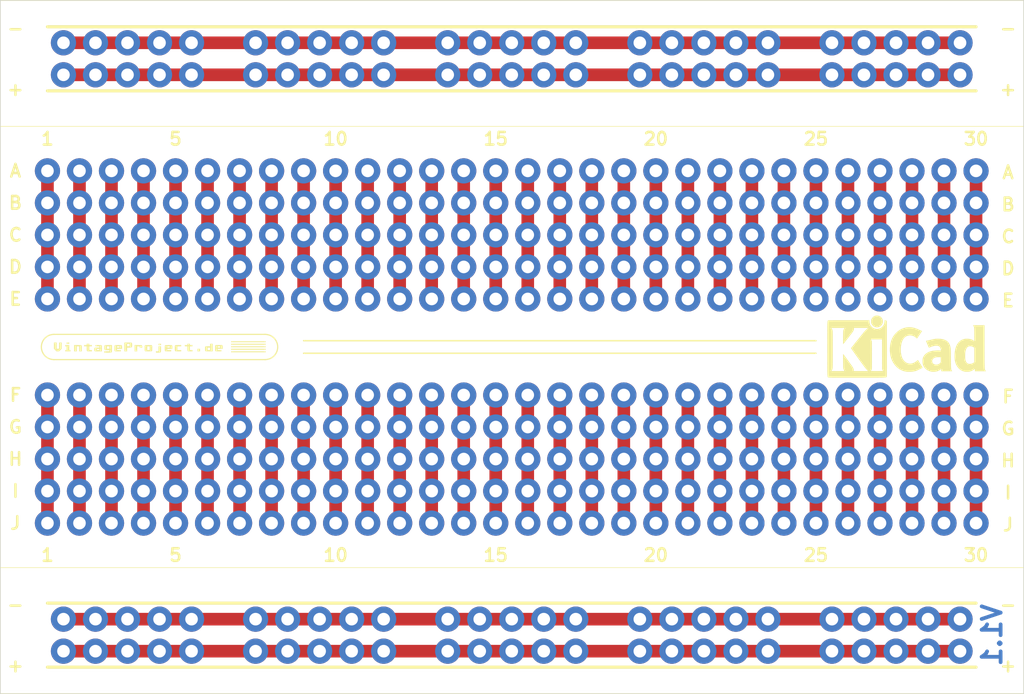
<source format=kicad_pcb>
(kicad_pcb (version 20171130) (host pcbnew "(5.1.7)-1")

  (general
    (thickness 1.6)
    (drawings 55)
    (tracks 64)
    (zones 0)
    (modules 82)
    (nets 2)
  )

  (page A4)
  (title_block
    (title "Breadboard PCB 400 pins")
    (date 12.10.2020)
    (rev 1.1)
    (company VintageProject)
  )

  (layers
    (0 F.Cu signal)
    (31 B.Cu signal)
    (32 B.Adhes user)
    (33 F.Adhes user)
    (34 B.Paste user)
    (35 F.Paste user)
    (36 B.SilkS user)
    (37 F.SilkS user)
    (38 B.Mask user)
    (39 F.Mask user)
    (40 Dwgs.User user)
    (41 Cmts.User user)
    (42 Eco1.User user)
    (43 Eco2.User user)
    (44 Edge.Cuts user)
    (45 Margin user)
    (46 B.CrtYd user)
    (47 F.CrtYd user)
    (48 B.Fab user hide)
    (49 F.Fab user hide)
  )

  (setup
    (last_trace_width 0.5)
    (trace_clearance 0.2)
    (zone_clearance 0.508)
    (zone_45_only no)
    (trace_min 0.2)
    (via_size 1.2)
    (via_drill 0.8)
    (via_min_size 0.4)
    (via_min_drill 0.3)
    (user_via 2 1)
    (uvia_size 0.3)
    (uvia_drill 0.1)
    (uvias_allowed no)
    (uvia_min_size 0.2)
    (uvia_min_drill 0.1)
    (edge_width 0.05)
    (segment_width 0.2)
    (pcb_text_width 0.3)
    (pcb_text_size 1.5 1.5)
    (mod_edge_width 0.12)
    (mod_text_size 1 1)
    (mod_text_width 0.15)
    (pad_size 2 2)
    (pad_drill 1)
    (pad_to_mask_clearance 0.05)
    (solder_mask_min_width 0.25)
    (aux_axis_origin 0 0)
    (visible_elements 7FFFFFFF)
    (pcbplotparams
      (layerselection 0x010fc_ffffffff)
      (usegerberextensions false)
      (usegerberattributes false)
      (usegerberadvancedattributes false)
      (creategerberjobfile false)
      (excludeedgelayer true)
      (linewidth 0.100000)
      (plotframeref false)
      (viasonmask true)
      (mode 1)
      (useauxorigin false)
      (hpglpennumber 1)
      (hpglpenspeed 20)
      (hpglpendiameter 15.000000)
      (psnegative false)
      (psa4output false)
      (plotreference true)
      (plotvalue true)
      (plotinvisibletext false)
      (padsonsilk false)
      (subtractmaskfromsilk false)
      (outputformat 1)
      (mirror false)
      (drillshape 0)
      (scaleselection 1)
      (outputdirectory "Gerber_PCB400/"))
  )

  (net 0 "")
  (net 1 /Conn)

  (net_class Default "This is the default net class."
    (clearance 0.2)
    (trace_width 0.5)
    (via_dia 1.2)
    (via_drill 0.8)
    (uvia_dia 0.3)
    (uvia_drill 0.1)
    (add_net /Conn)
  )

  (net_class Conn ""
    (clearance 0.2)
    (trace_width 0.5)
    (via_dia 1.2)
    (via_drill 0.8)
    (uvia_dia 0.3)
    (uvia_drill 0.1)
  )

  (module Thilo_Lib:Breadboard_1x05_2.54mm (layer F.Cu) (tedit 5F84A0AE) (tstamp 5F850139)
    (at 120.65 129.54 90)
    (descr "Through hole straight pin header, 1x06, 2.54mm pitch, single row")
    (tags "Through hole pin header THT 1x06 2.54mm single row")
    (path /5F84AB18)
    (fp_text reference J1 (at 0.1016 -6.985 90) (layer F.Fab) hide
      (effects (font (size 0.5 0.5) (thickness 0.1)))
    )
    (fp_text value Conn_01x05_Male (at -1.524 0.0508) (layer F.Fab)
      (effects (font (size 0.5 0.5) (thickness 0.1)))
    )
    (fp_text user %R (at 0 -1.27) (layer F.Fab)
      (effects (font (size 1 1) (thickness 0.15)))
    )
    (pad 1 thru_hole oval (at 0 -5.08 90) (size 2 2) (drill 1) (layers *.Cu *.Mask)
      (net 1 /Conn))
    (pad 2 thru_hole oval (at 0 -2.54 90) (size 2 2) (drill 1) (layers *.Cu *.Mask)
      (net 1 /Conn))
    (pad 3 thru_hole oval (at 0 0 90) (size 2 2) (drill 1) (layers *.Cu *.Mask)
      (net 1 /Conn))
    (pad 4 thru_hole oval (at 0 2.54 90) (size 2 2) (drill 1) (layers *.Cu *.Mask)
      (net 1 /Conn))
    (pad 5 thru_hole oval (at 0 5.08 90) (size 2 2) (drill 1) (layers *.Cu *.Mask)
      (net 1 /Conn))
  )

  (module Thilo_Lib:Breadboard_1x05_2.54mm (layer F.Cu) (tedit 5F84A0AE) (tstamp 5F850130)
    (at 120.65 132.08 90)
    (descr "Through hole straight pin header, 1x06, 2.54mm pitch, single row")
    (tags "Through hole pin header THT 1x06 2.54mm single row")
    (path /5F84AB18)
    (fp_text reference J1 (at 0.1016 -6.985 90) (layer F.Fab) hide
      (effects (font (size 0.5 0.5) (thickness 0.1)))
    )
    (fp_text value Conn_01x05_Male (at -1.524 0.0508) (layer F.Fab)
      (effects (font (size 0.5 0.5) (thickness 0.1)))
    )
    (fp_text user %R (at 0 -1.27) (layer F.Fab)
      (effects (font (size 1 1) (thickness 0.15)))
    )
    (pad 5 thru_hole oval (at 0 5.08 90) (size 2 2) (drill 1) (layers *.Cu *.Mask)
      (net 1 /Conn))
    (pad 4 thru_hole oval (at 0 2.54 90) (size 2 2) (drill 1) (layers *.Cu *.Mask)
      (net 1 /Conn))
    (pad 3 thru_hole oval (at 0 0 90) (size 2 2) (drill 1) (layers *.Cu *.Mask)
      (net 1 /Conn))
    (pad 2 thru_hole oval (at 0 -2.54 90) (size 2 2) (drill 1) (layers *.Cu *.Mask)
      (net 1 /Conn))
    (pad 1 thru_hole oval (at 0 -5.08 90) (size 2 2) (drill 1) (layers *.Cu *.Mask)
      (net 1 /Conn))
  )

  (module Thilo_Lib:Breadboard_1x05_2.54mm (layer F.Cu) (tedit 5F84A0AE) (tstamp 5F850127)
    (at 90.17 132.08 90)
    (descr "Through hole straight pin header, 1x06, 2.54mm pitch, single row")
    (tags "Through hole pin header THT 1x06 2.54mm single row")
    (path /5F84AB18)
    (fp_text reference J1 (at 0.1016 -6.985 90) (layer F.Fab) hide
      (effects (font (size 0.5 0.5) (thickness 0.1)))
    )
    (fp_text value Conn_01x05_Male (at -1.524 0.0508) (layer F.Fab)
      (effects (font (size 0.5 0.5) (thickness 0.1)))
    )
    (fp_text user %R (at 0 -1.27) (layer F.Fab)
      (effects (font (size 1 1) (thickness 0.15)))
    )
    (pad 5 thru_hole oval (at 0 5.08 90) (size 2 2) (drill 1) (layers *.Cu *.Mask)
      (net 1 /Conn))
    (pad 4 thru_hole oval (at 0 2.54 90) (size 2 2) (drill 1) (layers *.Cu *.Mask)
      (net 1 /Conn))
    (pad 3 thru_hole oval (at 0 0 90) (size 2 2) (drill 1) (layers *.Cu *.Mask)
      (net 1 /Conn))
    (pad 2 thru_hole oval (at 0 -2.54 90) (size 2 2) (drill 1) (layers *.Cu *.Mask)
      (net 1 /Conn))
    (pad 1 thru_hole oval (at 0 -5.08 90) (size 2 2) (drill 1) (layers *.Cu *.Mask)
      (net 1 /Conn))
  )

  (module Thilo_Lib:Breadboard_1x05_2.54mm (layer F.Cu) (tedit 5F84A0AE) (tstamp 5F85011E)
    (at 90.17 129.54 90)
    (descr "Through hole straight pin header, 1x06, 2.54mm pitch, single row")
    (tags "Through hole pin header THT 1x06 2.54mm single row")
    (path /5F84AB18)
    (fp_text reference J1 (at 0.1016 -6.985 90) (layer F.Fab) hide
      (effects (font (size 0.5 0.5) (thickness 0.1)))
    )
    (fp_text value Conn_01x05_Male (at -1.524 0.0508) (layer F.Fab)
      (effects (font (size 0.5 0.5) (thickness 0.1)))
    )
    (fp_text user %R (at 0 -1.27) (layer F.Fab)
      (effects (font (size 1 1) (thickness 0.15)))
    )
    (pad 1 thru_hole oval (at 0 -5.08 90) (size 2 2) (drill 1) (layers *.Cu *.Mask)
      (net 1 /Conn))
    (pad 2 thru_hole oval (at 0 -2.54 90) (size 2 2) (drill 1) (layers *.Cu *.Mask)
      (net 1 /Conn))
    (pad 3 thru_hole oval (at 0 0 90) (size 2 2) (drill 1) (layers *.Cu *.Mask)
      (net 1 /Conn))
    (pad 4 thru_hole oval (at 0 2.54 90) (size 2 2) (drill 1) (layers *.Cu *.Mask)
      (net 1 /Conn))
    (pad 5 thru_hole oval (at 0 5.08 90) (size 2 2) (drill 1) (layers *.Cu *.Mask)
      (net 1 /Conn))
  )

  (module Thilo_Lib:Breadboard_1x05_2.54mm (layer F.Cu) (tedit 5F84A0AE) (tstamp 5F850115)
    (at 105.41 132.08 90)
    (descr "Through hole straight pin header, 1x06, 2.54mm pitch, single row")
    (tags "Through hole pin header THT 1x06 2.54mm single row")
    (path /5F84AB18)
    (fp_text reference J1 (at 0.1016 -6.985 90) (layer F.Fab) hide
      (effects (font (size 0.5 0.5) (thickness 0.1)))
    )
    (fp_text value Conn_01x05_Male (at -1.524 0.0508) (layer F.Fab)
      (effects (font (size 0.5 0.5) (thickness 0.1)))
    )
    (fp_text user %R (at 0 -1.27) (layer F.Fab)
      (effects (font (size 1 1) (thickness 0.15)))
    )
    (pad 1 thru_hole oval (at 0 -5.08 90) (size 2 2) (drill 1) (layers *.Cu *.Mask)
      (net 1 /Conn))
    (pad 2 thru_hole oval (at 0 -2.54 90) (size 2 2) (drill 1) (layers *.Cu *.Mask)
      (net 1 /Conn))
    (pad 3 thru_hole oval (at 0 0 90) (size 2 2) (drill 1) (layers *.Cu *.Mask)
      (net 1 /Conn))
    (pad 4 thru_hole oval (at 0 2.54 90) (size 2 2) (drill 1) (layers *.Cu *.Mask)
      (net 1 /Conn))
    (pad 5 thru_hole oval (at 0 5.08 90) (size 2 2) (drill 1) (layers *.Cu *.Mask)
      (net 1 /Conn))
  )

  (module Thilo_Lib:Breadboard_1x05_2.54mm (layer F.Cu) (tedit 5F84A0AE) (tstamp 5F85010C)
    (at 105.41 129.54 90)
    (descr "Through hole straight pin header, 1x06, 2.54mm pitch, single row")
    (tags "Through hole pin header THT 1x06 2.54mm single row")
    (path /5F84AB18)
    (fp_text reference J1 (at 0.1016 -6.985 90) (layer F.Fab) hide
      (effects (font (size 0.5 0.5) (thickness 0.1)))
    )
    (fp_text value Conn_01x05_Male (at -1.524 0.0508) (layer F.Fab)
      (effects (font (size 0.5 0.5) (thickness 0.1)))
    )
    (fp_text user %R (at 0 -1.27) (layer F.Fab)
      (effects (font (size 1 1) (thickness 0.15)))
    )
    (pad 5 thru_hole oval (at 0 5.08 90) (size 2 2) (drill 1) (layers *.Cu *.Mask)
      (net 1 /Conn))
    (pad 4 thru_hole oval (at 0 2.54 90) (size 2 2) (drill 1) (layers *.Cu *.Mask)
      (net 1 /Conn))
    (pad 3 thru_hole oval (at 0 0 90) (size 2 2) (drill 1) (layers *.Cu *.Mask)
      (net 1 /Conn))
    (pad 2 thru_hole oval (at 0 -2.54 90) (size 2 2) (drill 1) (layers *.Cu *.Mask)
      (net 1 /Conn))
    (pad 1 thru_hole oval (at 0 -5.08 90) (size 2 2) (drill 1) (layers *.Cu *.Mask)
      (net 1 /Conn))
  )

  (module Thilo_Lib:Breadboard_1x05_2.54mm (layer F.Cu) (tedit 5F84A0AE) (tstamp 5F850103)
    (at 59.69 129.54 90)
    (descr "Through hole straight pin header, 1x06, 2.54mm pitch, single row")
    (tags "Through hole pin header THT 1x06 2.54mm single row")
    (path /5F84AB18)
    (fp_text reference J1 (at 0.1016 -6.985 90) (layer F.Fab) hide
      (effects (font (size 0.5 0.5) (thickness 0.1)))
    )
    (fp_text value Conn_01x05_Male (at -1.524 0.0508) (layer F.Fab)
      (effects (font (size 0.5 0.5) (thickness 0.1)))
    )
    (fp_text user %R (at 0 -1.27) (layer F.Fab)
      (effects (font (size 1 1) (thickness 0.15)))
    )
    (pad 1 thru_hole oval (at 0 -5.08 90) (size 2 2) (drill 1) (layers *.Cu *.Mask)
      (net 1 /Conn))
    (pad 2 thru_hole oval (at 0 -2.54 90) (size 2 2) (drill 1) (layers *.Cu *.Mask)
      (net 1 /Conn))
    (pad 3 thru_hole oval (at 0 0 90) (size 2 2) (drill 1) (layers *.Cu *.Mask)
      (net 1 /Conn))
    (pad 4 thru_hole oval (at 0 2.54 90) (size 2 2) (drill 1) (layers *.Cu *.Mask)
      (net 1 /Conn))
    (pad 5 thru_hole oval (at 0 5.08 90) (size 2 2) (drill 1) (layers *.Cu *.Mask)
      (net 1 /Conn))
  )

  (module Thilo_Lib:Breadboard_1x05_2.54mm (layer F.Cu) (tedit 5F84A0AE) (tstamp 5F8500FA)
    (at 59.69 132.08 90)
    (descr "Through hole straight pin header, 1x06, 2.54mm pitch, single row")
    (tags "Through hole pin header THT 1x06 2.54mm single row")
    (path /5F84AB18)
    (fp_text reference J1 (at 0.1016 -6.985 90) (layer F.Fab) hide
      (effects (font (size 0.5 0.5) (thickness 0.1)))
    )
    (fp_text value Conn_01x05_Male (at -1.524 0.0508) (layer F.Fab)
      (effects (font (size 0.5 0.5) (thickness 0.1)))
    )
    (fp_text user %R (at 0 -1.27) (layer F.Fab)
      (effects (font (size 1 1) (thickness 0.15)))
    )
    (pad 5 thru_hole oval (at 0 5.08 90) (size 2 2) (drill 1) (layers *.Cu *.Mask)
      (net 1 /Conn))
    (pad 4 thru_hole oval (at 0 2.54 90) (size 2 2) (drill 1) (layers *.Cu *.Mask)
      (net 1 /Conn))
    (pad 3 thru_hole oval (at 0 0 90) (size 2 2) (drill 1) (layers *.Cu *.Mask)
      (net 1 /Conn))
    (pad 2 thru_hole oval (at 0 -2.54 90) (size 2 2) (drill 1) (layers *.Cu *.Mask)
      (net 1 /Conn))
    (pad 1 thru_hole oval (at 0 -5.08 90) (size 2 2) (drill 1) (layers *.Cu *.Mask)
      (net 1 /Conn))
  )

  (module Thilo_Lib:Breadboard_1x05_2.54mm (layer F.Cu) (tedit 5F84A0AE) (tstamp 5F8500F1)
    (at 74.93 129.54 90)
    (descr "Through hole straight pin header, 1x06, 2.54mm pitch, single row")
    (tags "Through hole pin header THT 1x06 2.54mm single row")
    (path /5F84AB18)
    (fp_text reference J1 (at 0.1016 -6.985 90) (layer F.Fab) hide
      (effects (font (size 0.5 0.5) (thickness 0.1)))
    )
    (fp_text value Conn_01x05_Male (at -1.524 0.0508) (layer F.Fab)
      (effects (font (size 0.5 0.5) (thickness 0.1)))
    )
    (fp_text user %R (at 0 -1.27) (layer F.Fab)
      (effects (font (size 1 1) (thickness 0.15)))
    )
    (pad 5 thru_hole oval (at 0 5.08 90) (size 2 2) (drill 1) (layers *.Cu *.Mask)
      (net 1 /Conn))
    (pad 4 thru_hole oval (at 0 2.54 90) (size 2 2) (drill 1) (layers *.Cu *.Mask)
      (net 1 /Conn))
    (pad 3 thru_hole oval (at 0 0 90) (size 2 2) (drill 1) (layers *.Cu *.Mask)
      (net 1 /Conn))
    (pad 2 thru_hole oval (at 0 -2.54 90) (size 2 2) (drill 1) (layers *.Cu *.Mask)
      (net 1 /Conn))
    (pad 1 thru_hole oval (at 0 -5.08 90) (size 2 2) (drill 1) (layers *.Cu *.Mask)
      (net 1 /Conn))
  )

  (module Thilo_Lib:Breadboard_1x05_2.54mm (layer F.Cu) (tedit 5F84A0AE) (tstamp 5F8500E8)
    (at 74.93 132.08 90)
    (descr "Through hole straight pin header, 1x06, 2.54mm pitch, single row")
    (tags "Through hole pin header THT 1x06 2.54mm single row")
    (path /5F84AB18)
    (fp_text reference J1 (at 0.1016 -6.985 90) (layer F.Fab) hide
      (effects (font (size 0.5 0.5) (thickness 0.1)))
    )
    (fp_text value Conn_01x05_Male (at -1.524 0.0508) (layer F.Fab)
      (effects (font (size 0.5 0.5) (thickness 0.1)))
    )
    (fp_text user %R (at 0 -1.27) (layer F.Fab)
      (effects (font (size 1 1) (thickness 0.15)))
    )
    (pad 1 thru_hole oval (at 0 -5.08 90) (size 2 2) (drill 1) (layers *.Cu *.Mask)
      (net 1 /Conn))
    (pad 2 thru_hole oval (at 0 -2.54 90) (size 2 2) (drill 1) (layers *.Cu *.Mask)
      (net 1 /Conn))
    (pad 3 thru_hole oval (at 0 0 90) (size 2 2) (drill 1) (layers *.Cu *.Mask)
      (net 1 /Conn))
    (pad 4 thru_hole oval (at 0 2.54 90) (size 2 2) (drill 1) (layers *.Cu *.Mask)
      (net 1 /Conn))
    (pad 5 thru_hole oval (at 0 5.08 90) (size 2 2) (drill 1) (layers *.Cu *.Mask)
      (net 1 /Conn))
  )

  (module Thilo_Lib:Breadboard_1x05_2.54mm (layer F.Cu) (tedit 5F84A0AE) (tstamp 5F85009B)
    (at 120.65 86.36 90)
    (descr "Through hole straight pin header, 1x06, 2.54mm pitch, single row")
    (tags "Through hole pin header THT 1x06 2.54mm single row")
    (path /5F84AB18)
    (fp_text reference J1 (at 0.1016 -6.985 90) (layer F.Fab) hide
      (effects (font (size 0.5 0.5) (thickness 0.1)))
    )
    (fp_text value Conn_01x05_Male (at -1.524 0.0508) (layer F.Fab)
      (effects (font (size 0.5 0.5) (thickness 0.1)))
    )
    (fp_text user %R (at 0 -1.27) (layer F.Fab)
      (effects (font (size 1 1) (thickness 0.15)))
    )
    (pad 1 thru_hole oval (at 0 -5.08 90) (size 2 2) (drill 1) (layers *.Cu *.Mask)
      (net 1 /Conn))
    (pad 2 thru_hole oval (at 0 -2.54 90) (size 2 2) (drill 1) (layers *.Cu *.Mask)
      (net 1 /Conn))
    (pad 3 thru_hole oval (at 0 0 90) (size 2 2) (drill 1) (layers *.Cu *.Mask)
      (net 1 /Conn))
    (pad 4 thru_hole oval (at 0 2.54 90) (size 2 2) (drill 1) (layers *.Cu *.Mask)
      (net 1 /Conn))
    (pad 5 thru_hole oval (at 0 5.08 90) (size 2 2) (drill 1) (layers *.Cu *.Mask)
      (net 1 /Conn))
  )

  (module Thilo_Lib:Breadboard_1x05_2.54mm (layer F.Cu) (tedit 5F84A0AE) (tstamp 5F850092)
    (at 120.65 83.82 90)
    (descr "Through hole straight pin header, 1x06, 2.54mm pitch, single row")
    (tags "Through hole pin header THT 1x06 2.54mm single row")
    (path /5F84AB18)
    (fp_text reference J1 (at 0.1016 -6.985 90) (layer F.Fab) hide
      (effects (font (size 0.5 0.5) (thickness 0.1)))
    )
    (fp_text value Conn_01x05_Male (at -1.524 0.0508) (layer F.Fab)
      (effects (font (size 0.5 0.5) (thickness 0.1)))
    )
    (fp_text user %R (at 0 -1.27) (layer F.Fab)
      (effects (font (size 1 1) (thickness 0.15)))
    )
    (pad 5 thru_hole oval (at 0 5.08 90) (size 2 2) (drill 1) (layers *.Cu *.Mask)
      (net 1 /Conn))
    (pad 4 thru_hole oval (at 0 2.54 90) (size 2 2) (drill 1) (layers *.Cu *.Mask)
      (net 1 /Conn))
    (pad 3 thru_hole oval (at 0 0 90) (size 2 2) (drill 1) (layers *.Cu *.Mask)
      (net 1 /Conn))
    (pad 2 thru_hole oval (at 0 -2.54 90) (size 2 2) (drill 1) (layers *.Cu *.Mask)
      (net 1 /Conn))
    (pad 1 thru_hole oval (at 0 -5.08 90) (size 2 2) (drill 1) (layers *.Cu *.Mask)
      (net 1 /Conn))
  )

  (module Thilo_Lib:Breadboard_1x05_2.54mm (layer F.Cu) (tedit 5F84A0AE) (tstamp 5F850077)
    (at 105.41 86.36 90)
    (descr "Through hole straight pin header, 1x06, 2.54mm pitch, single row")
    (tags "Through hole pin header THT 1x06 2.54mm single row")
    (path /5F84AB18)
    (fp_text reference J1 (at 0.1016 -6.985 90) (layer F.Fab) hide
      (effects (font (size 0.5 0.5) (thickness 0.1)))
    )
    (fp_text value Conn_01x05_Male (at -1.524 0.0508) (layer F.Fab)
      (effects (font (size 0.5 0.5) (thickness 0.1)))
    )
    (fp_text user %R (at 0 -1.27) (layer F.Fab)
      (effects (font (size 1 1) (thickness 0.15)))
    )
    (pad 5 thru_hole oval (at 0 5.08 90) (size 2 2) (drill 1) (layers *.Cu *.Mask)
      (net 1 /Conn))
    (pad 4 thru_hole oval (at 0 2.54 90) (size 2 2) (drill 1) (layers *.Cu *.Mask)
      (net 1 /Conn))
    (pad 3 thru_hole oval (at 0 0 90) (size 2 2) (drill 1) (layers *.Cu *.Mask)
      (net 1 /Conn))
    (pad 2 thru_hole oval (at 0 -2.54 90) (size 2 2) (drill 1) (layers *.Cu *.Mask)
      (net 1 /Conn))
    (pad 1 thru_hole oval (at 0 -5.08 90) (size 2 2) (drill 1) (layers *.Cu *.Mask)
      (net 1 /Conn))
  )

  (module Thilo_Lib:Breadboard_1x05_2.54mm (layer F.Cu) (tedit 5F84A0AE) (tstamp 5F85006E)
    (at 105.41 83.82 90)
    (descr "Through hole straight pin header, 1x06, 2.54mm pitch, single row")
    (tags "Through hole pin header THT 1x06 2.54mm single row")
    (path /5F84AB18)
    (fp_text reference J1 (at 0.1016 -6.985 90) (layer F.Fab) hide
      (effects (font (size 0.5 0.5) (thickness 0.1)))
    )
    (fp_text value Conn_01x05_Male (at -1.524 0.0508) (layer F.Fab)
      (effects (font (size 0.5 0.5) (thickness 0.1)))
    )
    (fp_text user %R (at 0 -1.27) (layer F.Fab)
      (effects (font (size 1 1) (thickness 0.15)))
    )
    (pad 1 thru_hole oval (at 0 -5.08 90) (size 2 2) (drill 1) (layers *.Cu *.Mask)
      (net 1 /Conn))
    (pad 2 thru_hole oval (at 0 -2.54 90) (size 2 2) (drill 1) (layers *.Cu *.Mask)
      (net 1 /Conn))
    (pad 3 thru_hole oval (at 0 0 90) (size 2 2) (drill 1) (layers *.Cu *.Mask)
      (net 1 /Conn))
    (pad 4 thru_hole oval (at 0 2.54 90) (size 2 2) (drill 1) (layers *.Cu *.Mask)
      (net 1 /Conn))
    (pad 5 thru_hole oval (at 0 5.08 90) (size 2 2) (drill 1) (layers *.Cu *.Mask)
      (net 1 /Conn))
  )

  (module Thilo_Lib:Breadboard_1x05_2.54mm (layer F.Cu) (tedit 5F84A0AE) (tstamp 5F850053)
    (at 90.17 83.82 90)
    (descr "Through hole straight pin header, 1x06, 2.54mm pitch, single row")
    (tags "Through hole pin header THT 1x06 2.54mm single row")
    (path /5F84AB18)
    (fp_text reference J1 (at 0.1016 -6.985 90) (layer F.Fab) hide
      (effects (font (size 0.5 0.5) (thickness 0.1)))
    )
    (fp_text value Conn_01x05_Male (at -1.524 0.0508) (layer F.Fab)
      (effects (font (size 0.5 0.5) (thickness 0.1)))
    )
    (fp_text user %R (at 0 -1.27) (layer F.Fab)
      (effects (font (size 1 1) (thickness 0.15)))
    )
    (pad 5 thru_hole oval (at 0 5.08 90) (size 2 2) (drill 1) (layers *.Cu *.Mask)
      (net 1 /Conn))
    (pad 4 thru_hole oval (at 0 2.54 90) (size 2 2) (drill 1) (layers *.Cu *.Mask)
      (net 1 /Conn))
    (pad 3 thru_hole oval (at 0 0 90) (size 2 2) (drill 1) (layers *.Cu *.Mask)
      (net 1 /Conn))
    (pad 2 thru_hole oval (at 0 -2.54 90) (size 2 2) (drill 1) (layers *.Cu *.Mask)
      (net 1 /Conn))
    (pad 1 thru_hole oval (at 0 -5.08 90) (size 2 2) (drill 1) (layers *.Cu *.Mask)
      (net 1 /Conn))
  )

  (module Thilo_Lib:Breadboard_1x05_2.54mm (layer F.Cu) (tedit 5F84A0AE) (tstamp 5F85004A)
    (at 90.17 86.36 90)
    (descr "Through hole straight pin header, 1x06, 2.54mm pitch, single row")
    (tags "Through hole pin header THT 1x06 2.54mm single row")
    (path /5F84AB18)
    (fp_text reference J1 (at 0.1016 -6.985 90) (layer F.Fab) hide
      (effects (font (size 0.5 0.5) (thickness 0.1)))
    )
    (fp_text value Conn_01x05_Male (at -1.524 0.0508) (layer F.Fab)
      (effects (font (size 0.5 0.5) (thickness 0.1)))
    )
    (fp_text user %R (at 0 -1.27) (layer F.Fab)
      (effects (font (size 1 1) (thickness 0.15)))
    )
    (pad 1 thru_hole oval (at 0 -5.08 90) (size 2 2) (drill 1) (layers *.Cu *.Mask)
      (net 1 /Conn))
    (pad 2 thru_hole oval (at 0 -2.54 90) (size 2 2) (drill 1) (layers *.Cu *.Mask)
      (net 1 /Conn))
    (pad 3 thru_hole oval (at 0 0 90) (size 2 2) (drill 1) (layers *.Cu *.Mask)
      (net 1 /Conn))
    (pad 4 thru_hole oval (at 0 2.54 90) (size 2 2) (drill 1) (layers *.Cu *.Mask)
      (net 1 /Conn))
    (pad 5 thru_hole oval (at 0 5.08 90) (size 2 2) (drill 1) (layers *.Cu *.Mask)
      (net 1 /Conn))
  )

  (module Thilo_Lib:Breadboard_1x05_2.54mm (layer F.Cu) (tedit 5F84A0AE) (tstamp 5F85002F)
    (at 74.93 83.82 90)
    (descr "Through hole straight pin header, 1x06, 2.54mm pitch, single row")
    (tags "Through hole pin header THT 1x06 2.54mm single row")
    (path /5F84AB18)
    (fp_text reference J1 (at 0.1016 -6.985 90) (layer F.Fab) hide
      (effects (font (size 0.5 0.5) (thickness 0.1)))
    )
    (fp_text value Conn_01x05_Male (at -1.524 0.0508) (layer F.Fab)
      (effects (font (size 0.5 0.5) (thickness 0.1)))
    )
    (fp_text user %R (at 0 -1.27) (layer F.Fab)
      (effects (font (size 1 1) (thickness 0.15)))
    )
    (pad 1 thru_hole oval (at 0 -5.08 90) (size 2 2) (drill 1) (layers *.Cu *.Mask)
      (net 1 /Conn))
    (pad 2 thru_hole oval (at 0 -2.54 90) (size 2 2) (drill 1) (layers *.Cu *.Mask)
      (net 1 /Conn))
    (pad 3 thru_hole oval (at 0 0 90) (size 2 2) (drill 1) (layers *.Cu *.Mask)
      (net 1 /Conn))
    (pad 4 thru_hole oval (at 0 2.54 90) (size 2 2) (drill 1) (layers *.Cu *.Mask)
      (net 1 /Conn))
    (pad 5 thru_hole oval (at 0 5.08 90) (size 2 2) (drill 1) (layers *.Cu *.Mask)
      (net 1 /Conn))
  )

  (module Thilo_Lib:Breadboard_1x05_2.54mm (layer F.Cu) (tedit 5F84A0AE) (tstamp 5F850026)
    (at 74.93 86.36 90)
    (descr "Through hole straight pin header, 1x06, 2.54mm pitch, single row")
    (tags "Through hole pin header THT 1x06 2.54mm single row")
    (path /5F84AB18)
    (fp_text reference J1 (at 0.1016 -6.985 90) (layer F.Fab) hide
      (effects (font (size 0.5 0.5) (thickness 0.1)))
    )
    (fp_text value Conn_01x05_Male (at -1.524 0.0508) (layer F.Fab)
      (effects (font (size 0.5 0.5) (thickness 0.1)))
    )
    (fp_text user %R (at 0 -1.27) (layer F.Fab)
      (effects (font (size 1 1) (thickness 0.15)))
    )
    (pad 5 thru_hole oval (at 0 5.08 90) (size 2 2) (drill 1) (layers *.Cu *.Mask)
      (net 1 /Conn))
    (pad 4 thru_hole oval (at 0 2.54 90) (size 2 2) (drill 1) (layers *.Cu *.Mask)
      (net 1 /Conn))
    (pad 3 thru_hole oval (at 0 0 90) (size 2 2) (drill 1) (layers *.Cu *.Mask)
      (net 1 /Conn))
    (pad 2 thru_hole oval (at 0 -2.54 90) (size 2 2) (drill 1) (layers *.Cu *.Mask)
      (net 1 /Conn))
    (pad 1 thru_hole oval (at 0 -5.08 90) (size 2 2) (drill 1) (layers *.Cu *.Mask)
      (net 1 /Conn))
  )

  (module Thilo_Lib:Breadboard_1x05_2.54mm (layer F.Cu) (tedit 5F84A0AE) (tstamp 5F84FFF5)
    (at 59.69 86.36 90)
    (descr "Through hole straight pin header, 1x06, 2.54mm pitch, single row")
    (tags "Through hole pin header THT 1x06 2.54mm single row")
    (path /5F84AB18)
    (fp_text reference J1 (at 0.1016 -6.985 90) (layer F.Fab) hide
      (effects (font (size 0.5 0.5) (thickness 0.1)))
    )
    (fp_text value Conn_01x05_Male (at -1.524 0.0508) (layer F.Fab)
      (effects (font (size 0.5 0.5) (thickness 0.1)))
    )
    (fp_text user %R (at 0 -1.27) (layer F.Fab)
      (effects (font (size 1 1) (thickness 0.15)))
    )
    (pad 1 thru_hole oval (at 0 -5.08 90) (size 2 2) (drill 1) (layers *.Cu *.Mask)
      (net 1 /Conn))
    (pad 2 thru_hole oval (at 0 -2.54 90) (size 2 2) (drill 1) (layers *.Cu *.Mask)
      (net 1 /Conn))
    (pad 3 thru_hole oval (at 0 0 90) (size 2 2) (drill 1) (layers *.Cu *.Mask)
      (net 1 /Conn))
    (pad 4 thru_hole oval (at 0 2.54 90) (size 2 2) (drill 1) (layers *.Cu *.Mask)
      (net 1 /Conn))
    (pad 5 thru_hole oval (at 0 5.08 90) (size 2 2) (drill 1) (layers *.Cu *.Mask)
      (net 1 /Conn))
  )

  (module Thilo_Lib:Breadboard_1x05_2.54mm (layer F.Cu) (tedit 5F84A0AE) (tstamp 5F84FFA1)
    (at 59.69 83.82 90)
    (descr "Through hole straight pin header, 1x06, 2.54mm pitch, single row")
    (tags "Through hole pin header THT 1x06 2.54mm single row")
    (path /5F84AB18)
    (fp_text reference J1 (at 0.1016 -6.985 90) (layer F.Fab) hide
      (effects (font (size 0.5 0.5) (thickness 0.1)))
    )
    (fp_text value Conn_01x05_Male (at -1.524 0.0508) (layer F.Fab)
      (effects (font (size 0.5 0.5) (thickness 0.1)))
    )
    (fp_text user %R (at 0 -1.27) (layer F.Fab)
      (effects (font (size 1 1) (thickness 0.15)))
    )
    (pad 5 thru_hole oval (at 0 5.08 90) (size 2 2) (drill 1) (layers *.Cu *.Mask)
      (net 1 /Conn))
    (pad 4 thru_hole oval (at 0 2.54 90) (size 2 2) (drill 1) (layers *.Cu *.Mask)
      (net 1 /Conn))
    (pad 3 thru_hole oval (at 0 0 90) (size 2 2) (drill 1) (layers *.Cu *.Mask)
      (net 1 /Conn))
    (pad 2 thru_hole oval (at 0 -2.54 90) (size 2 2) (drill 1) (layers *.Cu *.Mask)
      (net 1 /Conn))
    (pad 1 thru_hole oval (at 0 -5.08 90) (size 2 2) (drill 1) (layers *.Cu *.Mask)
      (net 1 /Conn))
  )

  (module Thilo_Lib:Breadboard_1x05_2.54mm (layer F.Cu) (tedit 5F84A0AE) (tstamp 5F84FE46)
    (at 127 116.84)
    (descr "Through hole straight pin header, 1x06, 2.54mm pitch, single row")
    (tags "Through hole pin header THT 1x06 2.54mm single row")
    (path /5F84AB18)
    (fp_text reference J1 (at 0.1016 -6.985) (layer F.Fab) hide
      (effects (font (size 0.5 0.5) (thickness 0.1)))
    )
    (fp_text value Conn_01x05_Male (at -1.524 0.0508 90) (layer F.Fab)
      (effects (font (size 0.5 0.5) (thickness 0.1)))
    )
    (fp_text user %R (at 0 -1.27 90) (layer F.Fab)
      (effects (font (size 1 1) (thickness 0.15)))
    )
    (pad 1 thru_hole oval (at 0 -5.08) (size 2 2) (drill 1) (layers *.Cu *.Mask)
      (net 1 /Conn))
    (pad 2 thru_hole oval (at 0 -2.54) (size 2 2) (drill 1) (layers *.Cu *.Mask)
      (net 1 /Conn))
    (pad 3 thru_hole oval (at 0 0) (size 2 2) (drill 1) (layers *.Cu *.Mask)
      (net 1 /Conn))
    (pad 4 thru_hole oval (at 0 2.54) (size 2 2) (drill 1) (layers *.Cu *.Mask)
      (net 1 /Conn))
    (pad 5 thru_hole oval (at 0 5.08) (size 2 2) (drill 1) (layers *.Cu *.Mask)
      (net 1 /Conn))
  )

  (module Thilo_Lib:Breadboard_1x05_2.54mm (layer F.Cu) (tedit 5F84A0AE) (tstamp 5F84FE3D)
    (at 58.42 116.84)
    (descr "Through hole straight pin header, 1x06, 2.54mm pitch, single row")
    (tags "Through hole pin header THT 1x06 2.54mm single row")
    (path /5F84AB18)
    (fp_text reference J1 (at 0.1016 -6.985) (layer F.Fab) hide
      (effects (font (size 0.5 0.5) (thickness 0.1)))
    )
    (fp_text value Conn_01x05_Male (at -1.524 0.0508 90) (layer F.Fab)
      (effects (font (size 0.5 0.5) (thickness 0.1)))
    )
    (fp_text user %R (at 0 -1.27 90) (layer F.Fab)
      (effects (font (size 1 1) (thickness 0.15)))
    )
    (pad 5 thru_hole oval (at 0 5.08) (size 2 2) (drill 1) (layers *.Cu *.Mask)
      (net 1 /Conn))
    (pad 4 thru_hole oval (at 0 2.54) (size 2 2) (drill 1) (layers *.Cu *.Mask)
      (net 1 /Conn))
    (pad 3 thru_hole oval (at 0 0) (size 2 2) (drill 1) (layers *.Cu *.Mask)
      (net 1 /Conn))
    (pad 2 thru_hole oval (at 0 -2.54) (size 2 2) (drill 1) (layers *.Cu *.Mask)
      (net 1 /Conn))
    (pad 1 thru_hole oval (at 0 -5.08) (size 2 2) (drill 1) (layers *.Cu *.Mask)
      (net 1 /Conn))
  )

  (module Thilo_Lib:Breadboard_1x05_2.54mm (layer F.Cu) (tedit 5F84A0AE) (tstamp 5F84FE34)
    (at 60.96 116.84)
    (descr "Through hole straight pin header, 1x06, 2.54mm pitch, single row")
    (tags "Through hole pin header THT 1x06 2.54mm single row")
    (path /5F84AB18)
    (fp_text reference J1 (at 0.1016 -6.985) (layer F.Fab) hide
      (effects (font (size 0.5 0.5) (thickness 0.1)))
    )
    (fp_text value Conn_01x05_Male (at -1.524 0.0508 90) (layer F.Fab)
      (effects (font (size 0.5 0.5) (thickness 0.1)))
    )
    (fp_text user %R (at 0 -1.27 90) (layer F.Fab)
      (effects (font (size 1 1) (thickness 0.15)))
    )
    (pad 1 thru_hole oval (at 0 -5.08) (size 2 2) (drill 1) (layers *.Cu *.Mask)
      (net 1 /Conn))
    (pad 2 thru_hole oval (at 0 -2.54) (size 2 2) (drill 1) (layers *.Cu *.Mask)
      (net 1 /Conn))
    (pad 3 thru_hole oval (at 0 0) (size 2 2) (drill 1) (layers *.Cu *.Mask)
      (net 1 /Conn))
    (pad 4 thru_hole oval (at 0 2.54) (size 2 2) (drill 1) (layers *.Cu *.Mask)
      (net 1 /Conn))
    (pad 5 thru_hole oval (at 0 5.08) (size 2 2) (drill 1) (layers *.Cu *.Mask)
      (net 1 /Conn))
  )

  (module Thilo_Lib:Breadboard_1x05_2.54mm (layer F.Cu) (tedit 5F84A0AE) (tstamp 5F84FE2B)
    (at 55.88 116.84)
    (descr "Through hole straight pin header, 1x06, 2.54mm pitch, single row")
    (tags "Through hole pin header THT 1x06 2.54mm single row")
    (path /5F84AB18)
    (fp_text reference J1 (at 0.1016 -6.985) (layer F.Fab) hide
      (effects (font (size 0.5 0.5) (thickness 0.1)))
    )
    (fp_text value Conn_01x05_Male (at -1.524 0.0508 90) (layer F.Fab)
      (effects (font (size 0.5 0.5) (thickness 0.1)))
    )
    (fp_text user %R (at 0 -1.27 90) (layer F.Fab)
      (effects (font (size 1 1) (thickness 0.15)))
    )
    (pad 1 thru_hole oval (at 0 -5.08) (size 2 2) (drill 1) (layers *.Cu *.Mask)
      (net 1 /Conn))
    (pad 2 thru_hole oval (at 0 -2.54) (size 2 2) (drill 1) (layers *.Cu *.Mask)
      (net 1 /Conn))
    (pad 3 thru_hole oval (at 0 0) (size 2 2) (drill 1) (layers *.Cu *.Mask)
      (net 1 /Conn))
    (pad 4 thru_hole oval (at 0 2.54) (size 2 2) (drill 1) (layers *.Cu *.Mask)
      (net 1 /Conn))
    (pad 5 thru_hole oval (at 0 5.08) (size 2 2) (drill 1) (layers *.Cu *.Mask)
      (net 1 /Conn))
  )

  (module Thilo_Lib:Breadboard_1x05_2.54mm (layer F.Cu) (tedit 5F84A0AE) (tstamp 5F84FE22)
    (at 53.34 116.84)
    (descr "Through hole straight pin header, 1x06, 2.54mm pitch, single row")
    (tags "Through hole pin header THT 1x06 2.54mm single row")
    (path /5F84AB18)
    (fp_text reference J1 (at 0.1016 -6.985) (layer F.Fab) hide
      (effects (font (size 0.5 0.5) (thickness 0.1)))
    )
    (fp_text value Conn_01x05_Male (at -1.524 0.0508 90) (layer F.Fab)
      (effects (font (size 0.5 0.5) (thickness 0.1)))
    )
    (fp_text user %R (at 0 -1.27 90) (layer F.Fab)
      (effects (font (size 1 1) (thickness 0.15)))
    )
    (pad 5 thru_hole oval (at 0 5.08) (size 2 2) (drill 1) (layers *.Cu *.Mask)
      (net 1 /Conn))
    (pad 4 thru_hole oval (at 0 2.54) (size 2 2) (drill 1) (layers *.Cu *.Mask)
      (net 1 /Conn))
    (pad 3 thru_hole oval (at 0 0) (size 2 2) (drill 1) (layers *.Cu *.Mask)
      (net 1 /Conn))
    (pad 2 thru_hole oval (at 0 -2.54) (size 2 2) (drill 1) (layers *.Cu *.Mask)
      (net 1 /Conn))
    (pad 1 thru_hole oval (at 0 -5.08) (size 2 2) (drill 1) (layers *.Cu *.Mask)
      (net 1 /Conn))
  )

  (module Thilo_Lib:Breadboard_1x05_2.54mm (layer F.Cu) (tedit 5F84A0AE) (tstamp 5F84FE19)
    (at 106.68 116.84)
    (descr "Through hole straight pin header, 1x06, 2.54mm pitch, single row")
    (tags "Through hole pin header THT 1x06 2.54mm single row")
    (path /5F84AB18)
    (fp_text reference J1 (at 0.1016 -6.985) (layer F.Fab) hide
      (effects (font (size 0.5 0.5) (thickness 0.1)))
    )
    (fp_text value Conn_01x05_Male (at -1.524 0.0508 90) (layer F.Fab)
      (effects (font (size 0.5 0.5) (thickness 0.1)))
    )
    (fp_text user %R (at 0 -1.27 90) (layer F.Fab)
      (effects (font (size 1 1) (thickness 0.15)))
    )
    (pad 5 thru_hole oval (at 0 5.08) (size 2 2) (drill 1) (layers *.Cu *.Mask)
      (net 1 /Conn))
    (pad 4 thru_hole oval (at 0 2.54) (size 2 2) (drill 1) (layers *.Cu *.Mask)
      (net 1 /Conn))
    (pad 3 thru_hole oval (at 0 0) (size 2 2) (drill 1) (layers *.Cu *.Mask)
      (net 1 /Conn))
    (pad 2 thru_hole oval (at 0 -2.54) (size 2 2) (drill 1) (layers *.Cu *.Mask)
      (net 1 /Conn))
    (pad 1 thru_hole oval (at 0 -5.08) (size 2 2) (drill 1) (layers *.Cu *.Mask)
      (net 1 /Conn))
  )

  (module Thilo_Lib:Breadboard_1x05_2.54mm (layer F.Cu) (tedit 5F84A0AE) (tstamp 5F84FE10)
    (at 124.46 116.84)
    (descr "Through hole straight pin header, 1x06, 2.54mm pitch, single row")
    (tags "Through hole pin header THT 1x06 2.54mm single row")
    (path /5F84AB18)
    (fp_text reference J1 (at 0.1016 -6.985) (layer F.Fab) hide
      (effects (font (size 0.5 0.5) (thickness 0.1)))
    )
    (fp_text value Conn_01x05_Male (at -1.524 0.0508 90) (layer F.Fab)
      (effects (font (size 0.5 0.5) (thickness 0.1)))
    )
    (fp_text user %R (at 0 -1.27 90) (layer F.Fab)
      (effects (font (size 1 1) (thickness 0.15)))
    )
    (pad 5 thru_hole oval (at 0 5.08) (size 2 2) (drill 1) (layers *.Cu *.Mask)
      (net 1 /Conn))
    (pad 4 thru_hole oval (at 0 2.54) (size 2 2) (drill 1) (layers *.Cu *.Mask)
      (net 1 /Conn))
    (pad 3 thru_hole oval (at 0 0) (size 2 2) (drill 1) (layers *.Cu *.Mask)
      (net 1 /Conn))
    (pad 2 thru_hole oval (at 0 -2.54) (size 2 2) (drill 1) (layers *.Cu *.Mask)
      (net 1 /Conn))
    (pad 1 thru_hole oval (at 0 -5.08) (size 2 2) (drill 1) (layers *.Cu *.Mask)
      (net 1 /Conn))
  )

  (module Thilo_Lib:Breadboard_1x05_2.54mm (layer F.Cu) (tedit 5F84A0AE) (tstamp 5F84FE07)
    (at 99.06 116.84)
    (descr "Through hole straight pin header, 1x06, 2.54mm pitch, single row")
    (tags "Through hole pin header THT 1x06 2.54mm single row")
    (path /5F84AB18)
    (fp_text reference J1 (at 0.1016 -6.985) (layer F.Fab) hide
      (effects (font (size 0.5 0.5) (thickness 0.1)))
    )
    (fp_text value Conn_01x05_Male (at -1.524 0.0508 90) (layer F.Fab)
      (effects (font (size 0.5 0.5) (thickness 0.1)))
    )
    (fp_text user %R (at 0 -1.27 90) (layer F.Fab)
      (effects (font (size 1 1) (thickness 0.15)))
    )
    (pad 5 thru_hole oval (at 0 5.08) (size 2 2) (drill 1) (layers *.Cu *.Mask)
      (net 1 /Conn))
    (pad 4 thru_hole oval (at 0 2.54) (size 2 2) (drill 1) (layers *.Cu *.Mask)
      (net 1 /Conn))
    (pad 3 thru_hole oval (at 0 0) (size 2 2) (drill 1) (layers *.Cu *.Mask)
      (net 1 /Conn))
    (pad 2 thru_hole oval (at 0 -2.54) (size 2 2) (drill 1) (layers *.Cu *.Mask)
      (net 1 /Conn))
    (pad 1 thru_hole oval (at 0 -5.08) (size 2 2) (drill 1) (layers *.Cu *.Mask)
      (net 1 /Conn))
  )

  (module Thilo_Lib:Breadboard_1x05_2.54mm (layer F.Cu) (tedit 5F84A0AE) (tstamp 5F84FDFE)
    (at 121.92 116.84)
    (descr "Through hole straight pin header, 1x06, 2.54mm pitch, single row")
    (tags "Through hole pin header THT 1x06 2.54mm single row")
    (path /5F84AB18)
    (fp_text reference J1 (at 0.1016 -6.985) (layer F.Fab) hide
      (effects (font (size 0.5 0.5) (thickness 0.1)))
    )
    (fp_text value Conn_01x05_Male (at -1.524 0.0508 90) (layer F.Fab)
      (effects (font (size 0.5 0.5) (thickness 0.1)))
    )
    (fp_text user %R (at 0 -1.27 90) (layer F.Fab)
      (effects (font (size 1 1) (thickness 0.15)))
    )
    (pad 5 thru_hole oval (at 0 5.08) (size 2 2) (drill 1) (layers *.Cu *.Mask)
      (net 1 /Conn))
    (pad 4 thru_hole oval (at 0 2.54) (size 2 2) (drill 1) (layers *.Cu *.Mask)
      (net 1 /Conn))
    (pad 3 thru_hole oval (at 0 0) (size 2 2) (drill 1) (layers *.Cu *.Mask)
      (net 1 /Conn))
    (pad 2 thru_hole oval (at 0 -2.54) (size 2 2) (drill 1) (layers *.Cu *.Mask)
      (net 1 /Conn))
    (pad 1 thru_hole oval (at 0 -5.08) (size 2 2) (drill 1) (layers *.Cu *.Mask)
      (net 1 /Conn))
  )

  (module Thilo_Lib:Breadboard_1x05_2.54mm (layer F.Cu) (tedit 5F84A0AE) (tstamp 5F84FDF5)
    (at 101.6 116.84)
    (descr "Through hole straight pin header, 1x06, 2.54mm pitch, single row")
    (tags "Through hole pin header THT 1x06 2.54mm single row")
    (path /5F84AB18)
    (fp_text reference J1 (at 0.1016 -6.985) (layer F.Fab) hide
      (effects (font (size 0.5 0.5) (thickness 0.1)))
    )
    (fp_text value Conn_01x05_Male (at -1.524 0.0508 90) (layer F.Fab)
      (effects (font (size 0.5 0.5) (thickness 0.1)))
    )
    (fp_text user %R (at 0 -1.27 90) (layer F.Fab)
      (effects (font (size 1 1) (thickness 0.15)))
    )
    (pad 5 thru_hole oval (at 0 5.08) (size 2 2) (drill 1) (layers *.Cu *.Mask)
      (net 1 /Conn))
    (pad 4 thru_hole oval (at 0 2.54) (size 2 2) (drill 1) (layers *.Cu *.Mask)
      (net 1 /Conn))
    (pad 3 thru_hole oval (at 0 0) (size 2 2) (drill 1) (layers *.Cu *.Mask)
      (net 1 /Conn))
    (pad 2 thru_hole oval (at 0 -2.54) (size 2 2) (drill 1) (layers *.Cu *.Mask)
      (net 1 /Conn))
    (pad 1 thru_hole oval (at 0 -5.08) (size 2 2) (drill 1) (layers *.Cu *.Mask)
      (net 1 /Conn))
  )

  (module Thilo_Lib:Breadboard_1x05_2.54mm (layer F.Cu) (tedit 5F84A0AE) (tstamp 5F84FDEC)
    (at 119.38 116.84)
    (descr "Through hole straight pin header, 1x06, 2.54mm pitch, single row")
    (tags "Through hole pin header THT 1x06 2.54mm single row")
    (path /5F84AB18)
    (fp_text reference J1 (at 0.1016 -6.985) (layer F.Fab) hide
      (effects (font (size 0.5 0.5) (thickness 0.1)))
    )
    (fp_text value Conn_01x05_Male (at -1.524 0.0508 90) (layer F.Fab)
      (effects (font (size 0.5 0.5) (thickness 0.1)))
    )
    (fp_text user %R (at 0 -1.27 90) (layer F.Fab)
      (effects (font (size 1 1) (thickness 0.15)))
    )
    (pad 5 thru_hole oval (at 0 5.08) (size 2 2) (drill 1) (layers *.Cu *.Mask)
      (net 1 /Conn))
    (pad 4 thru_hole oval (at 0 2.54) (size 2 2) (drill 1) (layers *.Cu *.Mask)
      (net 1 /Conn))
    (pad 3 thru_hole oval (at 0 0) (size 2 2) (drill 1) (layers *.Cu *.Mask)
      (net 1 /Conn))
    (pad 2 thru_hole oval (at 0 -2.54) (size 2 2) (drill 1) (layers *.Cu *.Mask)
      (net 1 /Conn))
    (pad 1 thru_hole oval (at 0 -5.08) (size 2 2) (drill 1) (layers *.Cu *.Mask)
      (net 1 /Conn))
  )

  (module Thilo_Lib:Breadboard_1x05_2.54mm (layer F.Cu) (tedit 5F84A0AE) (tstamp 5F84FDE3)
    (at 116.84 116.84)
    (descr "Through hole straight pin header, 1x06, 2.54mm pitch, single row")
    (tags "Through hole pin header THT 1x06 2.54mm single row")
    (path /5F84AB18)
    (fp_text reference J1 (at 0.1016 -6.985) (layer F.Fab) hide
      (effects (font (size 0.5 0.5) (thickness 0.1)))
    )
    (fp_text value Conn_01x05_Male (at -1.524 0.0508 90) (layer F.Fab)
      (effects (font (size 0.5 0.5) (thickness 0.1)))
    )
    (fp_text user %R (at 0 -1.27 90) (layer F.Fab)
      (effects (font (size 1 1) (thickness 0.15)))
    )
    (pad 5 thru_hole oval (at 0 5.08) (size 2 2) (drill 1) (layers *.Cu *.Mask)
      (net 1 /Conn))
    (pad 4 thru_hole oval (at 0 2.54) (size 2 2) (drill 1) (layers *.Cu *.Mask)
      (net 1 /Conn))
    (pad 3 thru_hole oval (at 0 0) (size 2 2) (drill 1) (layers *.Cu *.Mask)
      (net 1 /Conn))
    (pad 2 thru_hole oval (at 0 -2.54) (size 2 2) (drill 1) (layers *.Cu *.Mask)
      (net 1 /Conn))
    (pad 1 thru_hole oval (at 0 -5.08) (size 2 2) (drill 1) (layers *.Cu *.Mask)
      (net 1 /Conn))
  )

  (module Thilo_Lib:Breadboard_1x05_2.54mm (layer F.Cu) (tedit 5F84A0AE) (tstamp 5F84FDDA)
    (at 114.3 116.84)
    (descr "Through hole straight pin header, 1x06, 2.54mm pitch, single row")
    (tags "Through hole pin header THT 1x06 2.54mm single row")
    (path /5F84AB18)
    (fp_text reference J1 (at 0.1016 -6.985) (layer F.Fab) hide
      (effects (font (size 0.5 0.5) (thickness 0.1)))
    )
    (fp_text value Conn_01x05_Male (at -1.524 0.0508 90) (layer F.Fab)
      (effects (font (size 0.5 0.5) (thickness 0.1)))
    )
    (fp_text user %R (at 0 -1.27 90) (layer F.Fab)
      (effects (font (size 1 1) (thickness 0.15)))
    )
    (pad 5 thru_hole oval (at 0 5.08) (size 2 2) (drill 1) (layers *.Cu *.Mask)
      (net 1 /Conn))
    (pad 4 thru_hole oval (at 0 2.54) (size 2 2) (drill 1) (layers *.Cu *.Mask)
      (net 1 /Conn))
    (pad 3 thru_hole oval (at 0 0) (size 2 2) (drill 1) (layers *.Cu *.Mask)
      (net 1 /Conn))
    (pad 2 thru_hole oval (at 0 -2.54) (size 2 2) (drill 1) (layers *.Cu *.Mask)
      (net 1 /Conn))
    (pad 1 thru_hole oval (at 0 -5.08) (size 2 2) (drill 1) (layers *.Cu *.Mask)
      (net 1 /Conn))
  )

  (module Thilo_Lib:Breadboard_1x05_2.54mm (layer F.Cu) (tedit 5F84A0AE) (tstamp 5F84FDD1)
    (at 96.52 116.84)
    (descr "Through hole straight pin header, 1x06, 2.54mm pitch, single row")
    (tags "Through hole pin header THT 1x06 2.54mm single row")
    (path /5F84AB18)
    (fp_text reference J1 (at 0.1016 -6.985) (layer F.Fab) hide
      (effects (font (size 0.5 0.5) (thickness 0.1)))
    )
    (fp_text value Conn_01x05_Male (at -1.524 0.0508 90) (layer F.Fab)
      (effects (font (size 0.5 0.5) (thickness 0.1)))
    )
    (fp_text user %R (at 0 -1.27 90) (layer F.Fab)
      (effects (font (size 1 1) (thickness 0.15)))
    )
    (pad 5 thru_hole oval (at 0 5.08) (size 2 2) (drill 1) (layers *.Cu *.Mask)
      (net 1 /Conn))
    (pad 4 thru_hole oval (at 0 2.54) (size 2 2) (drill 1) (layers *.Cu *.Mask)
      (net 1 /Conn))
    (pad 3 thru_hole oval (at 0 0) (size 2 2) (drill 1) (layers *.Cu *.Mask)
      (net 1 /Conn))
    (pad 2 thru_hole oval (at 0 -2.54) (size 2 2) (drill 1) (layers *.Cu *.Mask)
      (net 1 /Conn))
    (pad 1 thru_hole oval (at 0 -5.08) (size 2 2) (drill 1) (layers *.Cu *.Mask)
      (net 1 /Conn))
  )

  (module Thilo_Lib:Breadboard_1x05_2.54mm (layer F.Cu) (tedit 5F84A0AE) (tstamp 5F84FDC8)
    (at 111.76 116.84)
    (descr "Through hole straight pin header, 1x06, 2.54mm pitch, single row")
    (tags "Through hole pin header THT 1x06 2.54mm single row")
    (path /5F84AB18)
    (fp_text reference J1 (at 0.1016 -6.985) (layer F.Fab) hide
      (effects (font (size 0.5 0.5) (thickness 0.1)))
    )
    (fp_text value Conn_01x05_Male (at -1.524 0.0508 90) (layer F.Fab)
      (effects (font (size 0.5 0.5) (thickness 0.1)))
    )
    (fp_text user %R (at 0 -1.27 90) (layer F.Fab)
      (effects (font (size 1 1) (thickness 0.15)))
    )
    (pad 5 thru_hole oval (at 0 5.08) (size 2 2) (drill 1) (layers *.Cu *.Mask)
      (net 1 /Conn))
    (pad 4 thru_hole oval (at 0 2.54) (size 2 2) (drill 1) (layers *.Cu *.Mask)
      (net 1 /Conn))
    (pad 3 thru_hole oval (at 0 0) (size 2 2) (drill 1) (layers *.Cu *.Mask)
      (net 1 /Conn))
    (pad 2 thru_hole oval (at 0 -2.54) (size 2 2) (drill 1) (layers *.Cu *.Mask)
      (net 1 /Conn))
    (pad 1 thru_hole oval (at 0 -5.08) (size 2 2) (drill 1) (layers *.Cu *.Mask)
      (net 1 /Conn))
  )

  (module Thilo_Lib:Breadboard_1x05_2.54mm (layer F.Cu) (tedit 5F84A0AE) (tstamp 5F84FDBF)
    (at 109.22 116.84)
    (descr "Through hole straight pin header, 1x06, 2.54mm pitch, single row")
    (tags "Through hole pin header THT 1x06 2.54mm single row")
    (path /5F84AB18)
    (fp_text reference J1 (at 0.1016 -6.985) (layer F.Fab) hide
      (effects (font (size 0.5 0.5) (thickness 0.1)))
    )
    (fp_text value Conn_01x05_Male (at -1.524 0.0508 90) (layer F.Fab)
      (effects (font (size 0.5 0.5) (thickness 0.1)))
    )
    (fp_text user %R (at 0 -1.27 90) (layer F.Fab)
      (effects (font (size 1 1) (thickness 0.15)))
    )
    (pad 5 thru_hole oval (at 0 5.08) (size 2 2) (drill 1) (layers *.Cu *.Mask)
      (net 1 /Conn))
    (pad 4 thru_hole oval (at 0 2.54) (size 2 2) (drill 1) (layers *.Cu *.Mask)
      (net 1 /Conn))
    (pad 3 thru_hole oval (at 0 0) (size 2 2) (drill 1) (layers *.Cu *.Mask)
      (net 1 /Conn))
    (pad 2 thru_hole oval (at 0 -2.54) (size 2 2) (drill 1) (layers *.Cu *.Mask)
      (net 1 /Conn))
    (pad 1 thru_hole oval (at 0 -5.08) (size 2 2) (drill 1) (layers *.Cu *.Mask)
      (net 1 /Conn))
  )

  (module Thilo_Lib:Breadboard_1x05_2.54mm (layer F.Cu) (tedit 5F84A0AE) (tstamp 5F84FDB6)
    (at 104.14 116.84)
    (descr "Through hole straight pin header, 1x06, 2.54mm pitch, single row")
    (tags "Through hole pin header THT 1x06 2.54mm single row")
    (path /5F84AB18)
    (fp_text reference J1 (at 0.1016 -6.985) (layer F.Fab) hide
      (effects (font (size 0.5 0.5) (thickness 0.1)))
    )
    (fp_text value Conn_01x05_Male (at -1.524 0.0508 90) (layer F.Fab)
      (effects (font (size 0.5 0.5) (thickness 0.1)))
    )
    (fp_text user %R (at 0 -1.27 90) (layer F.Fab)
      (effects (font (size 1 1) (thickness 0.15)))
    )
    (pad 5 thru_hole oval (at 0 5.08) (size 2 2) (drill 1) (layers *.Cu *.Mask)
      (net 1 /Conn))
    (pad 4 thru_hole oval (at 0 2.54) (size 2 2) (drill 1) (layers *.Cu *.Mask)
      (net 1 /Conn))
    (pad 3 thru_hole oval (at 0 0) (size 2 2) (drill 1) (layers *.Cu *.Mask)
      (net 1 /Conn))
    (pad 2 thru_hole oval (at 0 -2.54) (size 2 2) (drill 1) (layers *.Cu *.Mask)
      (net 1 /Conn))
    (pad 1 thru_hole oval (at 0 -5.08) (size 2 2) (drill 1) (layers *.Cu *.Mask)
      (net 1 /Conn))
  )

  (module Thilo_Lib:Breadboard_1x05_2.54mm (layer F.Cu) (tedit 5F84A0AE) (tstamp 5F84FDAD)
    (at 93.98 116.84)
    (descr "Through hole straight pin header, 1x06, 2.54mm pitch, single row")
    (tags "Through hole pin header THT 1x06 2.54mm single row")
    (path /5F84AB18)
    (fp_text reference J1 (at 0.1016 -6.985) (layer F.Fab) hide
      (effects (font (size 0.5 0.5) (thickness 0.1)))
    )
    (fp_text value Conn_01x05_Male (at -1.524 0.0508 90) (layer F.Fab)
      (effects (font (size 0.5 0.5) (thickness 0.1)))
    )
    (fp_text user %R (at 0 -1.27 90) (layer F.Fab)
      (effects (font (size 1 1) (thickness 0.15)))
    )
    (pad 5 thru_hole oval (at 0 5.08) (size 2 2) (drill 1) (layers *.Cu *.Mask)
      (net 1 /Conn))
    (pad 4 thru_hole oval (at 0 2.54) (size 2 2) (drill 1) (layers *.Cu *.Mask)
      (net 1 /Conn))
    (pad 3 thru_hole oval (at 0 0) (size 2 2) (drill 1) (layers *.Cu *.Mask)
      (net 1 /Conn))
    (pad 2 thru_hole oval (at 0 -2.54) (size 2 2) (drill 1) (layers *.Cu *.Mask)
      (net 1 /Conn))
    (pad 1 thru_hole oval (at 0 -5.08) (size 2 2) (drill 1) (layers *.Cu *.Mask)
      (net 1 /Conn))
  )

  (module Thilo_Lib:Breadboard_1x05_2.54mm (layer F.Cu) (tedit 5F84A0AE) (tstamp 5F84FDA4)
    (at 91.44 116.84)
    (descr "Through hole straight pin header, 1x06, 2.54mm pitch, single row")
    (tags "Through hole pin header THT 1x06 2.54mm single row")
    (path /5F84AB18)
    (fp_text reference J1 (at 0.1016 -6.985) (layer F.Fab) hide
      (effects (font (size 0.5 0.5) (thickness 0.1)))
    )
    (fp_text value Conn_01x05_Male (at -1.524 0.0508 90) (layer F.Fab)
      (effects (font (size 0.5 0.5) (thickness 0.1)))
    )
    (fp_text user %R (at 0 -1.27 90) (layer F.Fab)
      (effects (font (size 1 1) (thickness 0.15)))
    )
    (pad 5 thru_hole oval (at 0 5.08) (size 2 2) (drill 1) (layers *.Cu *.Mask)
      (net 1 /Conn))
    (pad 4 thru_hole oval (at 0 2.54) (size 2 2) (drill 1) (layers *.Cu *.Mask)
      (net 1 /Conn))
    (pad 3 thru_hole oval (at 0 0) (size 2 2) (drill 1) (layers *.Cu *.Mask)
      (net 1 /Conn))
    (pad 2 thru_hole oval (at 0 -2.54) (size 2 2) (drill 1) (layers *.Cu *.Mask)
      (net 1 /Conn))
    (pad 1 thru_hole oval (at 0 -5.08) (size 2 2) (drill 1) (layers *.Cu *.Mask)
      (net 1 /Conn))
  )

  (module Thilo_Lib:Breadboard_1x05_2.54mm (layer F.Cu) (tedit 5F84A0AE) (tstamp 5F84FD9B)
    (at 86.36 116.84)
    (descr "Through hole straight pin header, 1x06, 2.54mm pitch, single row")
    (tags "Through hole pin header THT 1x06 2.54mm single row")
    (path /5F84AB18)
    (fp_text reference J1 (at 0.1016 -6.985) (layer F.Fab) hide
      (effects (font (size 0.5 0.5) (thickness 0.1)))
    )
    (fp_text value Conn_01x05_Male (at -1.524 0.0508 90) (layer F.Fab)
      (effects (font (size 0.5 0.5) (thickness 0.1)))
    )
    (fp_text user %R (at 0 -1.27 90) (layer F.Fab)
      (effects (font (size 1 1) (thickness 0.15)))
    )
    (pad 5 thru_hole oval (at 0 5.08) (size 2 2) (drill 1) (layers *.Cu *.Mask)
      (net 1 /Conn))
    (pad 4 thru_hole oval (at 0 2.54) (size 2 2) (drill 1) (layers *.Cu *.Mask)
      (net 1 /Conn))
    (pad 3 thru_hole oval (at 0 0) (size 2 2) (drill 1) (layers *.Cu *.Mask)
      (net 1 /Conn))
    (pad 2 thru_hole oval (at 0 -2.54) (size 2 2) (drill 1) (layers *.Cu *.Mask)
      (net 1 /Conn))
    (pad 1 thru_hole oval (at 0 -5.08) (size 2 2) (drill 1) (layers *.Cu *.Mask)
      (net 1 /Conn))
  )

  (module Thilo_Lib:Breadboard_1x05_2.54mm (layer F.Cu) (tedit 5F84A0AE) (tstamp 5F84FD92)
    (at 83.82 116.84)
    (descr "Through hole straight pin header, 1x06, 2.54mm pitch, single row")
    (tags "Through hole pin header THT 1x06 2.54mm single row")
    (path /5F84AB18)
    (fp_text reference J1 (at 0.1016 -6.985) (layer F.Fab) hide
      (effects (font (size 0.5 0.5) (thickness 0.1)))
    )
    (fp_text value Conn_01x05_Male (at -1.524 0.0508 90) (layer F.Fab)
      (effects (font (size 0.5 0.5) (thickness 0.1)))
    )
    (fp_text user %R (at 0 -1.27 90) (layer F.Fab)
      (effects (font (size 1 1) (thickness 0.15)))
    )
    (pad 5 thru_hole oval (at 0 5.08) (size 2 2) (drill 1) (layers *.Cu *.Mask)
      (net 1 /Conn))
    (pad 4 thru_hole oval (at 0 2.54) (size 2 2) (drill 1) (layers *.Cu *.Mask)
      (net 1 /Conn))
    (pad 3 thru_hole oval (at 0 0) (size 2 2) (drill 1) (layers *.Cu *.Mask)
      (net 1 /Conn))
    (pad 2 thru_hole oval (at 0 -2.54) (size 2 2) (drill 1) (layers *.Cu *.Mask)
      (net 1 /Conn))
    (pad 1 thru_hole oval (at 0 -5.08) (size 2 2) (drill 1) (layers *.Cu *.Mask)
      (net 1 /Conn))
  )

  (module Thilo_Lib:Breadboard_1x05_2.54mm (layer F.Cu) (tedit 5F84A0AE) (tstamp 5F84FD89)
    (at 81.28 116.84)
    (descr "Through hole straight pin header, 1x06, 2.54mm pitch, single row")
    (tags "Through hole pin header THT 1x06 2.54mm single row")
    (path /5F84AB18)
    (fp_text reference J1 (at 0.1016 -6.985) (layer F.Fab) hide
      (effects (font (size 0.5 0.5) (thickness 0.1)))
    )
    (fp_text value Conn_01x05_Male (at -1.524 0.0508 90) (layer F.Fab)
      (effects (font (size 0.5 0.5) (thickness 0.1)))
    )
    (fp_text user %R (at 0 -1.27 90) (layer F.Fab)
      (effects (font (size 1 1) (thickness 0.15)))
    )
    (pad 5 thru_hole oval (at 0 5.08) (size 2 2) (drill 1) (layers *.Cu *.Mask)
      (net 1 /Conn))
    (pad 4 thru_hole oval (at 0 2.54) (size 2 2) (drill 1) (layers *.Cu *.Mask)
      (net 1 /Conn))
    (pad 3 thru_hole oval (at 0 0) (size 2 2) (drill 1) (layers *.Cu *.Mask)
      (net 1 /Conn))
    (pad 2 thru_hole oval (at 0 -2.54) (size 2 2) (drill 1) (layers *.Cu *.Mask)
      (net 1 /Conn))
    (pad 1 thru_hole oval (at 0 -5.08) (size 2 2) (drill 1) (layers *.Cu *.Mask)
      (net 1 /Conn))
  )

  (module Thilo_Lib:Breadboard_1x05_2.54mm (layer F.Cu) (tedit 5F84A0AE) (tstamp 5F84FD80)
    (at 78.74 116.84)
    (descr "Through hole straight pin header, 1x06, 2.54mm pitch, single row")
    (tags "Through hole pin header THT 1x06 2.54mm single row")
    (path /5F84AB18)
    (fp_text reference J1 (at 0.1016 -6.985) (layer F.Fab) hide
      (effects (font (size 0.5 0.5) (thickness 0.1)))
    )
    (fp_text value Conn_01x05_Male (at -1.524 0.0508 90) (layer F.Fab)
      (effects (font (size 0.5 0.5) (thickness 0.1)))
    )
    (fp_text user %R (at 0 -1.27 90) (layer F.Fab)
      (effects (font (size 1 1) (thickness 0.15)))
    )
    (pad 5 thru_hole oval (at 0 5.08) (size 2 2) (drill 1) (layers *.Cu *.Mask)
      (net 1 /Conn))
    (pad 4 thru_hole oval (at 0 2.54) (size 2 2) (drill 1) (layers *.Cu *.Mask)
      (net 1 /Conn))
    (pad 3 thru_hole oval (at 0 0) (size 2 2) (drill 1) (layers *.Cu *.Mask)
      (net 1 /Conn))
    (pad 2 thru_hole oval (at 0 -2.54) (size 2 2) (drill 1) (layers *.Cu *.Mask)
      (net 1 /Conn))
    (pad 1 thru_hole oval (at 0 -5.08) (size 2 2) (drill 1) (layers *.Cu *.Mask)
      (net 1 /Conn))
  )

  (module Thilo_Lib:Breadboard_1x05_2.54mm (layer F.Cu) (tedit 5F84A0AE) (tstamp 5F84FD77)
    (at 76.2 116.84)
    (descr "Through hole straight pin header, 1x06, 2.54mm pitch, single row")
    (tags "Through hole pin header THT 1x06 2.54mm single row")
    (path /5F84AB18)
    (fp_text reference J1 (at 0.1016 -6.985) (layer F.Fab) hide
      (effects (font (size 0.5 0.5) (thickness 0.1)))
    )
    (fp_text value Conn_01x05_Male (at -1.524 0.0508 90) (layer F.Fab)
      (effects (font (size 0.5 0.5) (thickness 0.1)))
    )
    (fp_text user %R (at 0 -1.27 90) (layer F.Fab)
      (effects (font (size 1 1) (thickness 0.15)))
    )
    (pad 5 thru_hole oval (at 0 5.08) (size 2 2) (drill 1) (layers *.Cu *.Mask)
      (net 1 /Conn))
    (pad 4 thru_hole oval (at 0 2.54) (size 2 2) (drill 1) (layers *.Cu *.Mask)
      (net 1 /Conn))
    (pad 3 thru_hole oval (at 0 0) (size 2 2) (drill 1) (layers *.Cu *.Mask)
      (net 1 /Conn))
    (pad 2 thru_hole oval (at 0 -2.54) (size 2 2) (drill 1) (layers *.Cu *.Mask)
      (net 1 /Conn))
    (pad 1 thru_hole oval (at 0 -5.08) (size 2 2) (drill 1) (layers *.Cu *.Mask)
      (net 1 /Conn))
  )

  (module Thilo_Lib:Breadboard_1x05_2.54mm (layer F.Cu) (tedit 5F84A0AE) (tstamp 5F84FD6E)
    (at 73.66 116.84)
    (descr "Through hole straight pin header, 1x06, 2.54mm pitch, single row")
    (tags "Through hole pin header THT 1x06 2.54mm single row")
    (path /5F84AB18)
    (fp_text reference J1 (at 0.1016 -6.985) (layer F.Fab) hide
      (effects (font (size 0.5 0.5) (thickness 0.1)))
    )
    (fp_text value Conn_01x05_Male (at -1.524 0.0508 90) (layer F.Fab)
      (effects (font (size 0.5 0.5) (thickness 0.1)))
    )
    (fp_text user %R (at 0 -1.27 90) (layer F.Fab)
      (effects (font (size 1 1) (thickness 0.15)))
    )
    (pad 5 thru_hole oval (at 0 5.08) (size 2 2) (drill 1) (layers *.Cu *.Mask)
      (net 1 /Conn))
    (pad 4 thru_hole oval (at 0 2.54) (size 2 2) (drill 1) (layers *.Cu *.Mask)
      (net 1 /Conn))
    (pad 3 thru_hole oval (at 0 0) (size 2 2) (drill 1) (layers *.Cu *.Mask)
      (net 1 /Conn))
    (pad 2 thru_hole oval (at 0 -2.54) (size 2 2) (drill 1) (layers *.Cu *.Mask)
      (net 1 /Conn))
    (pad 1 thru_hole oval (at 0 -5.08) (size 2 2) (drill 1) (layers *.Cu *.Mask)
      (net 1 /Conn))
  )

  (module Thilo_Lib:Breadboard_1x05_2.54mm (layer F.Cu) (tedit 5F84A0AE) (tstamp 5F84FD65)
    (at 68.58 116.84)
    (descr "Through hole straight pin header, 1x06, 2.54mm pitch, single row")
    (tags "Through hole pin header THT 1x06 2.54mm single row")
    (path /5F84AB18)
    (fp_text reference J1 (at 0.1016 -6.985) (layer F.Fab) hide
      (effects (font (size 0.5 0.5) (thickness 0.1)))
    )
    (fp_text value Conn_01x05_Male (at -1.524 0.0508 90) (layer F.Fab)
      (effects (font (size 0.5 0.5) (thickness 0.1)))
    )
    (fp_text user %R (at 0 -1.27 90) (layer F.Fab)
      (effects (font (size 1 1) (thickness 0.15)))
    )
    (pad 5 thru_hole oval (at 0 5.08) (size 2 2) (drill 1) (layers *.Cu *.Mask)
      (net 1 /Conn))
    (pad 4 thru_hole oval (at 0 2.54) (size 2 2) (drill 1) (layers *.Cu *.Mask)
      (net 1 /Conn))
    (pad 3 thru_hole oval (at 0 0) (size 2 2) (drill 1) (layers *.Cu *.Mask)
      (net 1 /Conn))
    (pad 2 thru_hole oval (at 0 -2.54) (size 2 2) (drill 1) (layers *.Cu *.Mask)
      (net 1 /Conn))
    (pad 1 thru_hole oval (at 0 -5.08) (size 2 2) (drill 1) (layers *.Cu *.Mask)
      (net 1 /Conn))
  )

  (module Thilo_Lib:Breadboard_1x05_2.54mm (layer F.Cu) (tedit 5F84A0AE) (tstamp 5F84FD5C)
    (at 66.04 116.84)
    (descr "Through hole straight pin header, 1x06, 2.54mm pitch, single row")
    (tags "Through hole pin header THT 1x06 2.54mm single row")
    (path /5F84AB18)
    (fp_text reference J1 (at 0.1016 -6.985) (layer F.Fab) hide
      (effects (font (size 0.5 0.5) (thickness 0.1)))
    )
    (fp_text value Conn_01x05_Male (at -1.524 0.0508 90) (layer F.Fab)
      (effects (font (size 0.5 0.5) (thickness 0.1)))
    )
    (fp_text user %R (at 0 -1.27 90) (layer F.Fab)
      (effects (font (size 1 1) (thickness 0.15)))
    )
    (pad 5 thru_hole oval (at 0 5.08) (size 2 2) (drill 1) (layers *.Cu *.Mask)
      (net 1 /Conn))
    (pad 4 thru_hole oval (at 0 2.54) (size 2 2) (drill 1) (layers *.Cu *.Mask)
      (net 1 /Conn))
    (pad 3 thru_hole oval (at 0 0) (size 2 2) (drill 1) (layers *.Cu *.Mask)
      (net 1 /Conn))
    (pad 2 thru_hole oval (at 0 -2.54) (size 2 2) (drill 1) (layers *.Cu *.Mask)
      (net 1 /Conn))
    (pad 1 thru_hole oval (at 0 -5.08) (size 2 2) (drill 1) (layers *.Cu *.Mask)
      (net 1 /Conn))
  )

  (module Thilo_Lib:Breadboard_1x05_2.54mm (layer F.Cu) (tedit 5F84A0AE) (tstamp 5F84FD53)
    (at 71.12 116.84)
    (descr "Through hole straight pin header, 1x06, 2.54mm pitch, single row")
    (tags "Through hole pin header THT 1x06 2.54mm single row")
    (path /5F84AB18)
    (fp_text reference J1 (at 0.1016 -6.985) (layer F.Fab) hide
      (effects (font (size 0.5 0.5) (thickness 0.1)))
    )
    (fp_text value Conn_01x05_Male (at -1.524 0.0508 90) (layer F.Fab)
      (effects (font (size 0.5 0.5) (thickness 0.1)))
    )
    (fp_text user %R (at 0 -1.27 90) (layer F.Fab)
      (effects (font (size 1 1) (thickness 0.15)))
    )
    (pad 5 thru_hole oval (at 0 5.08) (size 2 2) (drill 1) (layers *.Cu *.Mask)
      (net 1 /Conn))
    (pad 4 thru_hole oval (at 0 2.54) (size 2 2) (drill 1) (layers *.Cu *.Mask)
      (net 1 /Conn))
    (pad 3 thru_hole oval (at 0 0) (size 2 2) (drill 1) (layers *.Cu *.Mask)
      (net 1 /Conn))
    (pad 2 thru_hole oval (at 0 -2.54) (size 2 2) (drill 1) (layers *.Cu *.Mask)
      (net 1 /Conn))
    (pad 1 thru_hole oval (at 0 -5.08) (size 2 2) (drill 1) (layers *.Cu *.Mask)
      (net 1 /Conn))
  )

  (module Thilo_Lib:Breadboard_1x05_2.54mm (layer F.Cu) (tedit 5F84A0AE) (tstamp 5F84FD4A)
    (at 88.9 116.84)
    (descr "Through hole straight pin header, 1x06, 2.54mm pitch, single row")
    (tags "Through hole pin header THT 1x06 2.54mm single row")
    (path /5F84AB18)
    (fp_text reference J1 (at 0.1016 -6.985) (layer F.Fab) hide
      (effects (font (size 0.5 0.5) (thickness 0.1)))
    )
    (fp_text value Conn_01x05_Male (at -1.524 0.0508 90) (layer F.Fab)
      (effects (font (size 0.5 0.5) (thickness 0.1)))
    )
    (fp_text user %R (at 0 -1.27 90) (layer F.Fab)
      (effects (font (size 1 1) (thickness 0.15)))
    )
    (pad 5 thru_hole oval (at 0 5.08) (size 2 2) (drill 1) (layers *.Cu *.Mask)
      (net 1 /Conn))
    (pad 4 thru_hole oval (at 0 2.54) (size 2 2) (drill 1) (layers *.Cu *.Mask)
      (net 1 /Conn))
    (pad 3 thru_hole oval (at 0 0) (size 2 2) (drill 1) (layers *.Cu *.Mask)
      (net 1 /Conn))
    (pad 2 thru_hole oval (at 0 -2.54) (size 2 2) (drill 1) (layers *.Cu *.Mask)
      (net 1 /Conn))
    (pad 1 thru_hole oval (at 0 -5.08) (size 2 2) (drill 1) (layers *.Cu *.Mask)
      (net 1 /Conn))
  )

  (module Thilo_Lib:Breadboard_1x05_2.54mm (layer F.Cu) (tedit 5F84A0AE) (tstamp 5F84FD41)
    (at 63.5 116.84)
    (descr "Through hole straight pin header, 1x06, 2.54mm pitch, single row")
    (tags "Through hole pin header THT 1x06 2.54mm single row")
    (path /5F84AB18)
    (fp_text reference J1 (at 0.1016 -6.985) (layer F.Fab) hide
      (effects (font (size 0.5 0.5) (thickness 0.1)))
    )
    (fp_text value Conn_01x05_Male (at -1.524 0.0508 90) (layer F.Fab)
      (effects (font (size 0.5 0.5) (thickness 0.1)))
    )
    (fp_text user %R (at 0 -1.27 90) (layer F.Fab)
      (effects (font (size 1 1) (thickness 0.15)))
    )
    (pad 5 thru_hole oval (at 0 5.08) (size 2 2) (drill 1) (layers *.Cu *.Mask)
      (net 1 /Conn))
    (pad 4 thru_hole oval (at 0 2.54) (size 2 2) (drill 1) (layers *.Cu *.Mask)
      (net 1 /Conn))
    (pad 3 thru_hole oval (at 0 0) (size 2 2) (drill 1) (layers *.Cu *.Mask)
      (net 1 /Conn))
    (pad 2 thru_hole oval (at 0 -2.54) (size 2 2) (drill 1) (layers *.Cu *.Mask)
      (net 1 /Conn))
    (pad 1 thru_hole oval (at 0 -5.08) (size 2 2) (drill 1) (layers *.Cu *.Mask)
      (net 1 /Conn))
  )

  (module Thilo_Lib:Breadboard_1x05_2.54mm (layer F.Cu) (tedit 5F84A0AE) (tstamp 5F84FAD1)
    (at 127 99.06)
    (descr "Through hole straight pin header, 1x06, 2.54mm pitch, single row")
    (tags "Through hole pin header THT 1x06 2.54mm single row")
    (path /5F84AB18)
    (fp_text reference J1 (at 0.1016 -6.985) (layer F.Fab) hide
      (effects (font (size 0.5 0.5) (thickness 0.1)))
    )
    (fp_text value Conn_01x05_Male (at -1.524 0.0508 90) (layer F.Fab)
      (effects (font (size 0.5 0.5) (thickness 0.1)))
    )
    (fp_text user %R (at 0 -1.27 90) (layer F.Fab)
      (effects (font (size 1 1) (thickness 0.15)))
    )
    (pad 5 thru_hole oval (at 0 5.08) (size 2 2) (drill 1) (layers *.Cu *.Mask)
      (net 1 /Conn))
    (pad 4 thru_hole oval (at 0 2.54) (size 2 2) (drill 1) (layers *.Cu *.Mask)
      (net 1 /Conn))
    (pad 3 thru_hole oval (at 0 0) (size 2 2) (drill 1) (layers *.Cu *.Mask)
      (net 1 /Conn))
    (pad 2 thru_hole oval (at 0 -2.54) (size 2 2) (drill 1) (layers *.Cu *.Mask)
      (net 1 /Conn))
    (pad 1 thru_hole oval (at 0 -5.08) (size 2 2) (drill 1) (layers *.Cu *.Mask)
      (net 1 /Conn))
  )

  (module Thilo_Lib:Breadboard_1x05_2.54mm (layer F.Cu) (tedit 5F84A0AE) (tstamp 5F84FABF)
    (at 124.46 99.06)
    (descr "Through hole straight pin header, 1x06, 2.54mm pitch, single row")
    (tags "Through hole pin header THT 1x06 2.54mm single row")
    (path /5F84AB18)
    (fp_text reference J1 (at 0.1016 -6.985) (layer F.Fab) hide
      (effects (font (size 0.5 0.5) (thickness 0.1)))
    )
    (fp_text value Conn_01x05_Male (at -1.524 0.0508 90) (layer F.Fab)
      (effects (font (size 0.5 0.5) (thickness 0.1)))
    )
    (fp_text user %R (at 0 -1.27 90) (layer F.Fab)
      (effects (font (size 1 1) (thickness 0.15)))
    )
    (pad 1 thru_hole oval (at 0 -5.08) (size 2 2) (drill 1) (layers *.Cu *.Mask)
      (net 1 /Conn))
    (pad 2 thru_hole oval (at 0 -2.54) (size 2 2) (drill 1) (layers *.Cu *.Mask)
      (net 1 /Conn))
    (pad 3 thru_hole oval (at 0 0) (size 2 2) (drill 1) (layers *.Cu *.Mask)
      (net 1 /Conn))
    (pad 4 thru_hole oval (at 0 2.54) (size 2 2) (drill 1) (layers *.Cu *.Mask)
      (net 1 /Conn))
    (pad 5 thru_hole oval (at 0 5.08) (size 2 2) (drill 1) (layers *.Cu *.Mask)
      (net 1 /Conn))
  )

  (module Thilo_Lib:Breadboard_1x05_2.54mm (layer F.Cu) (tedit 5F84A0AE) (tstamp 5F84FAAD)
    (at 121.92 99.06)
    (descr "Through hole straight pin header, 1x06, 2.54mm pitch, single row")
    (tags "Through hole pin header THT 1x06 2.54mm single row")
    (path /5F84AB18)
    (fp_text reference J1 (at 0.1016 -6.985) (layer F.Fab) hide
      (effects (font (size 0.5 0.5) (thickness 0.1)))
    )
    (fp_text value Conn_01x05_Male (at -1.524 0.0508 90) (layer F.Fab)
      (effects (font (size 0.5 0.5) (thickness 0.1)))
    )
    (fp_text user %R (at 0 -1.27 90) (layer F.Fab)
      (effects (font (size 1 1) (thickness 0.15)))
    )
    (pad 1 thru_hole oval (at 0 -5.08) (size 2 2) (drill 1) (layers *.Cu *.Mask)
      (net 1 /Conn))
    (pad 2 thru_hole oval (at 0 -2.54) (size 2 2) (drill 1) (layers *.Cu *.Mask)
      (net 1 /Conn))
    (pad 3 thru_hole oval (at 0 0) (size 2 2) (drill 1) (layers *.Cu *.Mask)
      (net 1 /Conn))
    (pad 4 thru_hole oval (at 0 2.54) (size 2 2) (drill 1) (layers *.Cu *.Mask)
      (net 1 /Conn))
    (pad 5 thru_hole oval (at 0 5.08) (size 2 2) (drill 1) (layers *.Cu *.Mask)
      (net 1 /Conn))
  )

  (module Thilo_Lib:Breadboard_1x05_2.54mm (layer F.Cu) (tedit 5F84A0AE) (tstamp 5F84FA9B)
    (at 119.38 99.06)
    (descr "Through hole straight pin header, 1x06, 2.54mm pitch, single row")
    (tags "Through hole pin header THT 1x06 2.54mm single row")
    (path /5F84AB18)
    (fp_text reference J1 (at 0.1016 -6.985) (layer F.Fab) hide
      (effects (font (size 0.5 0.5) (thickness 0.1)))
    )
    (fp_text value Conn_01x05_Male (at -1.524 0.0508 90) (layer F.Fab)
      (effects (font (size 0.5 0.5) (thickness 0.1)))
    )
    (fp_text user %R (at 0 -1.27 90) (layer F.Fab)
      (effects (font (size 1 1) (thickness 0.15)))
    )
    (pad 1 thru_hole oval (at 0 -5.08) (size 2 2) (drill 1) (layers *.Cu *.Mask)
      (net 1 /Conn))
    (pad 2 thru_hole oval (at 0 -2.54) (size 2 2) (drill 1) (layers *.Cu *.Mask)
      (net 1 /Conn))
    (pad 3 thru_hole oval (at 0 0) (size 2 2) (drill 1) (layers *.Cu *.Mask)
      (net 1 /Conn))
    (pad 4 thru_hole oval (at 0 2.54) (size 2 2) (drill 1) (layers *.Cu *.Mask)
      (net 1 /Conn))
    (pad 5 thru_hole oval (at 0 5.08) (size 2 2) (drill 1) (layers *.Cu *.Mask)
      (net 1 /Conn))
  )

  (module Thilo_Lib:Breadboard_1x05_2.54mm (layer F.Cu) (tedit 5F84A0AE) (tstamp 5F84FA89)
    (at 116.84 99.06)
    (descr "Through hole straight pin header, 1x06, 2.54mm pitch, single row")
    (tags "Through hole pin header THT 1x06 2.54mm single row")
    (path /5F84AB18)
    (fp_text reference J1 (at 0.1016 -6.985) (layer F.Fab) hide
      (effects (font (size 0.5 0.5) (thickness 0.1)))
    )
    (fp_text value Conn_01x05_Male (at -1.524 0.0508 90) (layer F.Fab)
      (effects (font (size 0.5 0.5) (thickness 0.1)))
    )
    (fp_text user %R (at 0 -1.27 90) (layer F.Fab)
      (effects (font (size 1 1) (thickness 0.15)))
    )
    (pad 1 thru_hole oval (at 0 -5.08) (size 2 2) (drill 1) (layers *.Cu *.Mask)
      (net 1 /Conn))
    (pad 2 thru_hole oval (at 0 -2.54) (size 2 2) (drill 1) (layers *.Cu *.Mask)
      (net 1 /Conn))
    (pad 3 thru_hole oval (at 0 0) (size 2 2) (drill 1) (layers *.Cu *.Mask)
      (net 1 /Conn))
    (pad 4 thru_hole oval (at 0 2.54) (size 2 2) (drill 1) (layers *.Cu *.Mask)
      (net 1 /Conn))
    (pad 5 thru_hole oval (at 0 5.08) (size 2 2) (drill 1) (layers *.Cu *.Mask)
      (net 1 /Conn))
  )

  (module Thilo_Lib:Breadboard_1x05_2.54mm (layer F.Cu) (tedit 5F84A0AE) (tstamp 5F84FA77)
    (at 114.3 99.06)
    (descr "Through hole straight pin header, 1x06, 2.54mm pitch, single row")
    (tags "Through hole pin header THT 1x06 2.54mm single row")
    (path /5F84AB18)
    (fp_text reference J1 (at 0.1016 -6.985) (layer F.Fab) hide
      (effects (font (size 0.5 0.5) (thickness 0.1)))
    )
    (fp_text value Conn_01x05_Male (at -1.524 0.0508 90) (layer F.Fab)
      (effects (font (size 0.5 0.5) (thickness 0.1)))
    )
    (fp_text user %R (at 0 -1.27 90) (layer F.Fab)
      (effects (font (size 1 1) (thickness 0.15)))
    )
    (pad 1 thru_hole oval (at 0 -5.08) (size 2 2) (drill 1) (layers *.Cu *.Mask)
      (net 1 /Conn))
    (pad 2 thru_hole oval (at 0 -2.54) (size 2 2) (drill 1) (layers *.Cu *.Mask)
      (net 1 /Conn))
    (pad 3 thru_hole oval (at 0 0) (size 2 2) (drill 1) (layers *.Cu *.Mask)
      (net 1 /Conn))
    (pad 4 thru_hole oval (at 0 2.54) (size 2 2) (drill 1) (layers *.Cu *.Mask)
      (net 1 /Conn))
    (pad 5 thru_hole oval (at 0 5.08) (size 2 2) (drill 1) (layers *.Cu *.Mask)
      (net 1 /Conn))
  )

  (module Thilo_Lib:Breadboard_1x05_2.54mm (layer F.Cu) (tedit 5F84A0AE) (tstamp 5F84FA65)
    (at 111.76 99.06)
    (descr "Through hole straight pin header, 1x06, 2.54mm pitch, single row")
    (tags "Through hole pin header THT 1x06 2.54mm single row")
    (path /5F84AB18)
    (fp_text reference J1 (at 0.1016 -6.985) (layer F.Fab) hide
      (effects (font (size 0.5 0.5) (thickness 0.1)))
    )
    (fp_text value Conn_01x05_Male (at -1.524 0.0508 90) (layer F.Fab)
      (effects (font (size 0.5 0.5) (thickness 0.1)))
    )
    (fp_text user %R (at 0 -1.27 90) (layer F.Fab)
      (effects (font (size 1 1) (thickness 0.15)))
    )
    (pad 1 thru_hole oval (at 0 -5.08) (size 2 2) (drill 1) (layers *.Cu *.Mask)
      (net 1 /Conn))
    (pad 2 thru_hole oval (at 0 -2.54) (size 2 2) (drill 1) (layers *.Cu *.Mask)
      (net 1 /Conn))
    (pad 3 thru_hole oval (at 0 0) (size 2 2) (drill 1) (layers *.Cu *.Mask)
      (net 1 /Conn))
    (pad 4 thru_hole oval (at 0 2.54) (size 2 2) (drill 1) (layers *.Cu *.Mask)
      (net 1 /Conn))
    (pad 5 thru_hole oval (at 0 5.08) (size 2 2) (drill 1) (layers *.Cu *.Mask)
      (net 1 /Conn))
  )

  (module Thilo_Lib:Breadboard_1x05_2.54mm (layer F.Cu) (tedit 5F84A0AE) (tstamp 5F84FA53)
    (at 109.22 99.06)
    (descr "Through hole straight pin header, 1x06, 2.54mm pitch, single row")
    (tags "Through hole pin header THT 1x06 2.54mm single row")
    (path /5F84AB18)
    (fp_text reference J1 (at 0.1016 -6.985) (layer F.Fab) hide
      (effects (font (size 0.5 0.5) (thickness 0.1)))
    )
    (fp_text value Conn_01x05_Male (at -1.524 0.0508 90) (layer F.Fab)
      (effects (font (size 0.5 0.5) (thickness 0.1)))
    )
    (fp_text user %R (at 0 -1.27 90) (layer F.Fab)
      (effects (font (size 1 1) (thickness 0.15)))
    )
    (pad 1 thru_hole oval (at 0 -5.08) (size 2 2) (drill 1) (layers *.Cu *.Mask)
      (net 1 /Conn))
    (pad 2 thru_hole oval (at 0 -2.54) (size 2 2) (drill 1) (layers *.Cu *.Mask)
      (net 1 /Conn))
    (pad 3 thru_hole oval (at 0 0) (size 2 2) (drill 1) (layers *.Cu *.Mask)
      (net 1 /Conn))
    (pad 4 thru_hole oval (at 0 2.54) (size 2 2) (drill 1) (layers *.Cu *.Mask)
      (net 1 /Conn))
    (pad 5 thru_hole oval (at 0 5.08) (size 2 2) (drill 1) (layers *.Cu *.Mask)
      (net 1 /Conn))
  )

  (module Thilo_Lib:Breadboard_1x05_2.54mm (layer F.Cu) (tedit 5F84A0AE) (tstamp 5F84FA41)
    (at 106.68 99.06)
    (descr "Through hole straight pin header, 1x06, 2.54mm pitch, single row")
    (tags "Through hole pin header THT 1x06 2.54mm single row")
    (path /5F84AB18)
    (fp_text reference J1 (at 0.1016 -6.985) (layer F.Fab) hide
      (effects (font (size 0.5 0.5) (thickness 0.1)))
    )
    (fp_text value Conn_01x05_Male (at -1.524 0.0508 90) (layer F.Fab)
      (effects (font (size 0.5 0.5) (thickness 0.1)))
    )
    (fp_text user %R (at 0 -1.27 90) (layer F.Fab)
      (effects (font (size 1 1) (thickness 0.15)))
    )
    (pad 1 thru_hole oval (at 0 -5.08) (size 2 2) (drill 1) (layers *.Cu *.Mask)
      (net 1 /Conn))
    (pad 2 thru_hole oval (at 0 -2.54) (size 2 2) (drill 1) (layers *.Cu *.Mask)
      (net 1 /Conn))
    (pad 3 thru_hole oval (at 0 0) (size 2 2) (drill 1) (layers *.Cu *.Mask)
      (net 1 /Conn))
    (pad 4 thru_hole oval (at 0 2.54) (size 2 2) (drill 1) (layers *.Cu *.Mask)
      (net 1 /Conn))
    (pad 5 thru_hole oval (at 0 5.08) (size 2 2) (drill 1) (layers *.Cu *.Mask)
      (net 1 /Conn))
  )

  (module Thilo_Lib:Breadboard_1x05_2.54mm (layer F.Cu) (tedit 5F84A0AE) (tstamp 5F84FA2F)
    (at 104.14 99.06)
    (descr "Through hole straight pin header, 1x06, 2.54mm pitch, single row")
    (tags "Through hole pin header THT 1x06 2.54mm single row")
    (path /5F84AB18)
    (fp_text reference J1 (at 0.1016 -6.985) (layer F.Fab) hide
      (effects (font (size 0.5 0.5) (thickness 0.1)))
    )
    (fp_text value Conn_01x05_Male (at -1.524 0.0508 90) (layer F.Fab)
      (effects (font (size 0.5 0.5) (thickness 0.1)))
    )
    (fp_text user %R (at 0 -1.27 90) (layer F.Fab)
      (effects (font (size 1 1) (thickness 0.15)))
    )
    (pad 1 thru_hole oval (at 0 -5.08) (size 2 2) (drill 1) (layers *.Cu *.Mask)
      (net 1 /Conn))
    (pad 2 thru_hole oval (at 0 -2.54) (size 2 2) (drill 1) (layers *.Cu *.Mask)
      (net 1 /Conn))
    (pad 3 thru_hole oval (at 0 0) (size 2 2) (drill 1) (layers *.Cu *.Mask)
      (net 1 /Conn))
    (pad 4 thru_hole oval (at 0 2.54) (size 2 2) (drill 1) (layers *.Cu *.Mask)
      (net 1 /Conn))
    (pad 5 thru_hole oval (at 0 5.08) (size 2 2) (drill 1) (layers *.Cu *.Mask)
      (net 1 /Conn))
  )

  (module Thilo_Lib:Breadboard_1x05_2.54mm (layer F.Cu) (tedit 5F84A0AE) (tstamp 5F84FA1D)
    (at 101.6 99.06)
    (descr "Through hole straight pin header, 1x06, 2.54mm pitch, single row")
    (tags "Through hole pin header THT 1x06 2.54mm single row")
    (path /5F84AB18)
    (fp_text reference J1 (at 0.1016 -6.985) (layer F.Fab) hide
      (effects (font (size 0.5 0.5) (thickness 0.1)))
    )
    (fp_text value Conn_01x05_Male (at -1.524 0.0508 90) (layer F.Fab)
      (effects (font (size 0.5 0.5) (thickness 0.1)))
    )
    (fp_text user %R (at 0 -1.27 90) (layer F.Fab)
      (effects (font (size 1 1) (thickness 0.15)))
    )
    (pad 1 thru_hole oval (at 0 -5.08) (size 2 2) (drill 1) (layers *.Cu *.Mask)
      (net 1 /Conn))
    (pad 2 thru_hole oval (at 0 -2.54) (size 2 2) (drill 1) (layers *.Cu *.Mask)
      (net 1 /Conn))
    (pad 3 thru_hole oval (at 0 0) (size 2 2) (drill 1) (layers *.Cu *.Mask)
      (net 1 /Conn))
    (pad 4 thru_hole oval (at 0 2.54) (size 2 2) (drill 1) (layers *.Cu *.Mask)
      (net 1 /Conn))
    (pad 5 thru_hole oval (at 0 5.08) (size 2 2) (drill 1) (layers *.Cu *.Mask)
      (net 1 /Conn))
  )

  (module Thilo_Lib:Breadboard_1x05_2.54mm (layer F.Cu) (tedit 5F84A0AE) (tstamp 5F84FA0B)
    (at 99.06 99.06)
    (descr "Through hole straight pin header, 1x06, 2.54mm pitch, single row")
    (tags "Through hole pin header THT 1x06 2.54mm single row")
    (path /5F84AB18)
    (fp_text reference J1 (at 0.1016 -6.985) (layer F.Fab) hide
      (effects (font (size 0.5 0.5) (thickness 0.1)))
    )
    (fp_text value Conn_01x05_Male (at -1.524 0.0508 90) (layer F.Fab)
      (effects (font (size 0.5 0.5) (thickness 0.1)))
    )
    (fp_text user %R (at 0 -1.27 90) (layer F.Fab)
      (effects (font (size 1 1) (thickness 0.15)))
    )
    (pad 1 thru_hole oval (at 0 -5.08) (size 2 2) (drill 1) (layers *.Cu *.Mask)
      (net 1 /Conn))
    (pad 2 thru_hole oval (at 0 -2.54) (size 2 2) (drill 1) (layers *.Cu *.Mask)
      (net 1 /Conn))
    (pad 3 thru_hole oval (at 0 0) (size 2 2) (drill 1) (layers *.Cu *.Mask)
      (net 1 /Conn))
    (pad 4 thru_hole oval (at 0 2.54) (size 2 2) (drill 1) (layers *.Cu *.Mask)
      (net 1 /Conn))
    (pad 5 thru_hole oval (at 0 5.08) (size 2 2) (drill 1) (layers *.Cu *.Mask)
      (net 1 /Conn))
  )

  (module Thilo_Lib:Breadboard_1x05_2.54mm (layer F.Cu) (tedit 5F84A0AE) (tstamp 5F84F9F9)
    (at 96.52 99.06)
    (descr "Through hole straight pin header, 1x06, 2.54mm pitch, single row")
    (tags "Through hole pin header THT 1x06 2.54mm single row")
    (path /5F84AB18)
    (fp_text reference J1 (at 0.1016 -6.985) (layer F.Fab) hide
      (effects (font (size 0.5 0.5) (thickness 0.1)))
    )
    (fp_text value Conn_01x05_Male (at -1.524 0.0508 90) (layer F.Fab)
      (effects (font (size 0.5 0.5) (thickness 0.1)))
    )
    (fp_text user %R (at 0 -1.27 90) (layer F.Fab)
      (effects (font (size 1 1) (thickness 0.15)))
    )
    (pad 1 thru_hole oval (at 0 -5.08) (size 2 2) (drill 1) (layers *.Cu *.Mask)
      (net 1 /Conn))
    (pad 2 thru_hole oval (at 0 -2.54) (size 2 2) (drill 1) (layers *.Cu *.Mask)
      (net 1 /Conn))
    (pad 3 thru_hole oval (at 0 0) (size 2 2) (drill 1) (layers *.Cu *.Mask)
      (net 1 /Conn))
    (pad 4 thru_hole oval (at 0 2.54) (size 2 2) (drill 1) (layers *.Cu *.Mask)
      (net 1 /Conn))
    (pad 5 thru_hole oval (at 0 5.08) (size 2 2) (drill 1) (layers *.Cu *.Mask)
      (net 1 /Conn))
  )

  (module Thilo_Lib:Breadboard_1x05_2.54mm (layer F.Cu) (tedit 5F84A0AE) (tstamp 5F84F9E7)
    (at 93.98 99.06)
    (descr "Through hole straight pin header, 1x06, 2.54mm pitch, single row")
    (tags "Through hole pin header THT 1x06 2.54mm single row")
    (path /5F84AB18)
    (fp_text reference J1 (at 0.1016 -6.985) (layer F.Fab) hide
      (effects (font (size 0.5 0.5) (thickness 0.1)))
    )
    (fp_text value Conn_01x05_Male (at -1.524 0.0508 90) (layer F.Fab)
      (effects (font (size 0.5 0.5) (thickness 0.1)))
    )
    (fp_text user %R (at 0 -1.27 90) (layer F.Fab)
      (effects (font (size 1 1) (thickness 0.15)))
    )
    (pad 1 thru_hole oval (at 0 -5.08) (size 2 2) (drill 1) (layers *.Cu *.Mask)
      (net 1 /Conn))
    (pad 2 thru_hole oval (at 0 -2.54) (size 2 2) (drill 1) (layers *.Cu *.Mask)
      (net 1 /Conn))
    (pad 3 thru_hole oval (at 0 0) (size 2 2) (drill 1) (layers *.Cu *.Mask)
      (net 1 /Conn))
    (pad 4 thru_hole oval (at 0 2.54) (size 2 2) (drill 1) (layers *.Cu *.Mask)
      (net 1 /Conn))
    (pad 5 thru_hole oval (at 0 5.08) (size 2 2) (drill 1) (layers *.Cu *.Mask)
      (net 1 /Conn))
  )

  (module Thilo_Lib:Breadboard_1x05_2.54mm (layer F.Cu) (tedit 5F84A0AE) (tstamp 5F84F9D5)
    (at 91.44 99.06)
    (descr "Through hole straight pin header, 1x06, 2.54mm pitch, single row")
    (tags "Through hole pin header THT 1x06 2.54mm single row")
    (path /5F84AB18)
    (fp_text reference J1 (at 0.1016 -6.985) (layer F.Fab) hide
      (effects (font (size 0.5 0.5) (thickness 0.1)))
    )
    (fp_text value Conn_01x05_Male (at -1.524 0.0508 90) (layer F.Fab)
      (effects (font (size 0.5 0.5) (thickness 0.1)))
    )
    (fp_text user %R (at 0 -1.27 90) (layer F.Fab)
      (effects (font (size 1 1) (thickness 0.15)))
    )
    (pad 1 thru_hole oval (at 0 -5.08) (size 2 2) (drill 1) (layers *.Cu *.Mask)
      (net 1 /Conn))
    (pad 2 thru_hole oval (at 0 -2.54) (size 2 2) (drill 1) (layers *.Cu *.Mask)
      (net 1 /Conn))
    (pad 3 thru_hole oval (at 0 0) (size 2 2) (drill 1) (layers *.Cu *.Mask)
      (net 1 /Conn))
    (pad 4 thru_hole oval (at 0 2.54) (size 2 2) (drill 1) (layers *.Cu *.Mask)
      (net 1 /Conn))
    (pad 5 thru_hole oval (at 0 5.08) (size 2 2) (drill 1) (layers *.Cu *.Mask)
      (net 1 /Conn))
  )

  (module Thilo_Lib:Breadboard_1x05_2.54mm (layer F.Cu) (tedit 5F84A0AE) (tstamp 5F84F9C3)
    (at 88.9 99.06)
    (descr "Through hole straight pin header, 1x06, 2.54mm pitch, single row")
    (tags "Through hole pin header THT 1x06 2.54mm single row")
    (path /5F84AB18)
    (fp_text reference J1 (at 0.1016 -6.985) (layer F.Fab) hide
      (effects (font (size 0.5 0.5) (thickness 0.1)))
    )
    (fp_text value Conn_01x05_Male (at -1.524 0.0508 90) (layer F.Fab)
      (effects (font (size 0.5 0.5) (thickness 0.1)))
    )
    (fp_text user %R (at 0 -1.27 90) (layer F.Fab)
      (effects (font (size 1 1) (thickness 0.15)))
    )
    (pad 1 thru_hole oval (at 0 -5.08) (size 2 2) (drill 1) (layers *.Cu *.Mask)
      (net 1 /Conn))
    (pad 2 thru_hole oval (at 0 -2.54) (size 2 2) (drill 1) (layers *.Cu *.Mask)
      (net 1 /Conn))
    (pad 3 thru_hole oval (at 0 0) (size 2 2) (drill 1) (layers *.Cu *.Mask)
      (net 1 /Conn))
    (pad 4 thru_hole oval (at 0 2.54) (size 2 2) (drill 1) (layers *.Cu *.Mask)
      (net 1 /Conn))
    (pad 5 thru_hole oval (at 0 5.08) (size 2 2) (drill 1) (layers *.Cu *.Mask)
      (net 1 /Conn))
  )

  (module Thilo_Lib:Breadboard_1x05_2.54mm (layer F.Cu) (tedit 5F84A0AE) (tstamp 5F84F9B1)
    (at 86.36 99.06)
    (descr "Through hole straight pin header, 1x06, 2.54mm pitch, single row")
    (tags "Through hole pin header THT 1x06 2.54mm single row")
    (path /5F84AB18)
    (fp_text reference J1 (at 0.1016 -6.985) (layer F.Fab) hide
      (effects (font (size 0.5 0.5) (thickness 0.1)))
    )
    (fp_text value Conn_01x05_Male (at -1.524 0.0508 90) (layer F.Fab)
      (effects (font (size 0.5 0.5) (thickness 0.1)))
    )
    (fp_text user %R (at 0 -1.27 90) (layer F.Fab)
      (effects (font (size 1 1) (thickness 0.15)))
    )
    (pad 1 thru_hole oval (at 0 -5.08) (size 2 2) (drill 1) (layers *.Cu *.Mask)
      (net 1 /Conn))
    (pad 2 thru_hole oval (at 0 -2.54) (size 2 2) (drill 1) (layers *.Cu *.Mask)
      (net 1 /Conn))
    (pad 3 thru_hole oval (at 0 0) (size 2 2) (drill 1) (layers *.Cu *.Mask)
      (net 1 /Conn))
    (pad 4 thru_hole oval (at 0 2.54) (size 2 2) (drill 1) (layers *.Cu *.Mask)
      (net 1 /Conn))
    (pad 5 thru_hole oval (at 0 5.08) (size 2 2) (drill 1) (layers *.Cu *.Mask)
      (net 1 /Conn))
  )

  (module Thilo_Lib:Breadboard_1x05_2.54mm (layer F.Cu) (tedit 5F84A0AE) (tstamp 5F84F99F)
    (at 83.82 99.06)
    (descr "Through hole straight pin header, 1x06, 2.54mm pitch, single row")
    (tags "Through hole pin header THT 1x06 2.54mm single row")
    (path /5F84AB18)
    (fp_text reference J1 (at 0.1016 -6.985) (layer F.Fab) hide
      (effects (font (size 0.5 0.5) (thickness 0.1)))
    )
    (fp_text value Conn_01x05_Male (at -1.524 0.0508 90) (layer F.Fab)
      (effects (font (size 0.5 0.5) (thickness 0.1)))
    )
    (fp_text user %R (at 0 -1.27 90) (layer F.Fab)
      (effects (font (size 1 1) (thickness 0.15)))
    )
    (pad 1 thru_hole oval (at 0 -5.08) (size 2 2) (drill 1) (layers *.Cu *.Mask)
      (net 1 /Conn))
    (pad 2 thru_hole oval (at 0 -2.54) (size 2 2) (drill 1) (layers *.Cu *.Mask)
      (net 1 /Conn))
    (pad 3 thru_hole oval (at 0 0) (size 2 2) (drill 1) (layers *.Cu *.Mask)
      (net 1 /Conn))
    (pad 4 thru_hole oval (at 0 2.54) (size 2 2) (drill 1) (layers *.Cu *.Mask)
      (net 1 /Conn))
    (pad 5 thru_hole oval (at 0 5.08) (size 2 2) (drill 1) (layers *.Cu *.Mask)
      (net 1 /Conn))
  )

  (module Thilo_Lib:Breadboard_1x05_2.54mm (layer F.Cu) (tedit 5F84A0AE) (tstamp 5F84F98D)
    (at 81.28 99.06)
    (descr "Through hole straight pin header, 1x06, 2.54mm pitch, single row")
    (tags "Through hole pin header THT 1x06 2.54mm single row")
    (path /5F84AB18)
    (fp_text reference J1 (at 0.1016 -6.985) (layer F.Fab) hide
      (effects (font (size 0.5 0.5) (thickness 0.1)))
    )
    (fp_text value Conn_01x05_Male (at -1.524 0.0508 90) (layer F.Fab)
      (effects (font (size 0.5 0.5) (thickness 0.1)))
    )
    (fp_text user %R (at 0 -1.27 90) (layer F.Fab)
      (effects (font (size 1 1) (thickness 0.15)))
    )
    (pad 1 thru_hole oval (at 0 -5.08) (size 2 2) (drill 1) (layers *.Cu *.Mask)
      (net 1 /Conn))
    (pad 2 thru_hole oval (at 0 -2.54) (size 2 2) (drill 1) (layers *.Cu *.Mask)
      (net 1 /Conn))
    (pad 3 thru_hole oval (at 0 0) (size 2 2) (drill 1) (layers *.Cu *.Mask)
      (net 1 /Conn))
    (pad 4 thru_hole oval (at 0 2.54) (size 2 2) (drill 1) (layers *.Cu *.Mask)
      (net 1 /Conn))
    (pad 5 thru_hole oval (at 0 5.08) (size 2 2) (drill 1) (layers *.Cu *.Mask)
      (net 1 /Conn))
  )

  (module Thilo_Lib:Breadboard_1x05_2.54mm (layer F.Cu) (tedit 5F84A0AE) (tstamp 5F84F97B)
    (at 78.74 99.06)
    (descr "Through hole straight pin header, 1x06, 2.54mm pitch, single row")
    (tags "Through hole pin header THT 1x06 2.54mm single row")
    (path /5F84AB18)
    (fp_text reference J1 (at 0.1016 -6.985) (layer F.Fab) hide
      (effects (font (size 0.5 0.5) (thickness 0.1)))
    )
    (fp_text value Conn_01x05_Male (at -1.524 0.0508 90) (layer F.Fab)
      (effects (font (size 0.5 0.5) (thickness 0.1)))
    )
    (fp_text user %R (at 0 -1.27 90) (layer F.Fab)
      (effects (font (size 1 1) (thickness 0.15)))
    )
    (pad 1 thru_hole oval (at 0 -5.08) (size 2 2) (drill 1) (layers *.Cu *.Mask)
      (net 1 /Conn))
    (pad 2 thru_hole oval (at 0 -2.54) (size 2 2) (drill 1) (layers *.Cu *.Mask)
      (net 1 /Conn))
    (pad 3 thru_hole oval (at 0 0) (size 2 2) (drill 1) (layers *.Cu *.Mask)
      (net 1 /Conn))
    (pad 4 thru_hole oval (at 0 2.54) (size 2 2) (drill 1) (layers *.Cu *.Mask)
      (net 1 /Conn))
    (pad 5 thru_hole oval (at 0 5.08) (size 2 2) (drill 1) (layers *.Cu *.Mask)
      (net 1 /Conn))
  )

  (module Thilo_Lib:Breadboard_1x05_2.54mm (layer F.Cu) (tedit 5F84A0AE) (tstamp 5F84F969)
    (at 76.2 99.06)
    (descr "Through hole straight pin header, 1x06, 2.54mm pitch, single row")
    (tags "Through hole pin header THT 1x06 2.54mm single row")
    (path /5F84AB18)
    (fp_text reference J1 (at 0.1016 -6.985) (layer F.Fab) hide
      (effects (font (size 0.5 0.5) (thickness 0.1)))
    )
    (fp_text value Conn_01x05_Male (at -1.524 0.0508 90) (layer F.Fab)
      (effects (font (size 0.5 0.5) (thickness 0.1)))
    )
    (fp_text user %R (at 0 -1.27 90) (layer F.Fab)
      (effects (font (size 1 1) (thickness 0.15)))
    )
    (pad 1 thru_hole oval (at 0 -5.08) (size 2 2) (drill 1) (layers *.Cu *.Mask)
      (net 1 /Conn))
    (pad 2 thru_hole oval (at 0 -2.54) (size 2 2) (drill 1) (layers *.Cu *.Mask)
      (net 1 /Conn))
    (pad 3 thru_hole oval (at 0 0) (size 2 2) (drill 1) (layers *.Cu *.Mask)
      (net 1 /Conn))
    (pad 4 thru_hole oval (at 0 2.54) (size 2 2) (drill 1) (layers *.Cu *.Mask)
      (net 1 /Conn))
    (pad 5 thru_hole oval (at 0 5.08) (size 2 2) (drill 1) (layers *.Cu *.Mask)
      (net 1 /Conn))
  )

  (module Thilo_Lib:Breadboard_1x05_2.54mm (layer F.Cu) (tedit 5F84A0AE) (tstamp 5F84F957)
    (at 73.66 99.06)
    (descr "Through hole straight pin header, 1x06, 2.54mm pitch, single row")
    (tags "Through hole pin header THT 1x06 2.54mm single row")
    (path /5F84AB18)
    (fp_text reference J1 (at 0.1016 -6.985) (layer F.Fab) hide
      (effects (font (size 0.5 0.5) (thickness 0.1)))
    )
    (fp_text value Conn_01x05_Male (at -1.524 0.0508 90) (layer F.Fab)
      (effects (font (size 0.5 0.5) (thickness 0.1)))
    )
    (fp_text user %R (at 0 -1.27 90) (layer F.Fab)
      (effects (font (size 1 1) (thickness 0.15)))
    )
    (pad 1 thru_hole oval (at 0 -5.08) (size 2 2) (drill 1) (layers *.Cu *.Mask)
      (net 1 /Conn))
    (pad 2 thru_hole oval (at 0 -2.54) (size 2 2) (drill 1) (layers *.Cu *.Mask)
      (net 1 /Conn))
    (pad 3 thru_hole oval (at 0 0) (size 2 2) (drill 1) (layers *.Cu *.Mask)
      (net 1 /Conn))
    (pad 4 thru_hole oval (at 0 2.54) (size 2 2) (drill 1) (layers *.Cu *.Mask)
      (net 1 /Conn))
    (pad 5 thru_hole oval (at 0 5.08) (size 2 2) (drill 1) (layers *.Cu *.Mask)
      (net 1 /Conn))
  )

  (module Thilo_Lib:Breadboard_1x05_2.54mm (layer F.Cu) (tedit 5F84A0AE) (tstamp 5F84F945)
    (at 71.12 99.06)
    (descr "Through hole straight pin header, 1x06, 2.54mm pitch, single row")
    (tags "Through hole pin header THT 1x06 2.54mm single row")
    (path /5F84AB18)
    (fp_text reference J1 (at 0.1016 -6.985) (layer F.Fab) hide
      (effects (font (size 0.5 0.5) (thickness 0.1)))
    )
    (fp_text value Conn_01x05_Male (at -1.524 0.0508 90) (layer F.Fab)
      (effects (font (size 0.5 0.5) (thickness 0.1)))
    )
    (fp_text user %R (at 0 -1.27 90) (layer F.Fab)
      (effects (font (size 1 1) (thickness 0.15)))
    )
    (pad 1 thru_hole oval (at 0 -5.08) (size 2 2) (drill 1) (layers *.Cu *.Mask)
      (net 1 /Conn))
    (pad 2 thru_hole oval (at 0 -2.54) (size 2 2) (drill 1) (layers *.Cu *.Mask)
      (net 1 /Conn))
    (pad 3 thru_hole oval (at 0 0) (size 2 2) (drill 1) (layers *.Cu *.Mask)
      (net 1 /Conn))
    (pad 4 thru_hole oval (at 0 2.54) (size 2 2) (drill 1) (layers *.Cu *.Mask)
      (net 1 /Conn))
    (pad 5 thru_hole oval (at 0 5.08) (size 2 2) (drill 1) (layers *.Cu *.Mask)
      (net 1 /Conn))
  )

  (module Thilo_Lib:Breadboard_1x05_2.54mm (layer F.Cu) (tedit 5F84A0AE) (tstamp 5F84F933)
    (at 68.58 99.06)
    (descr "Through hole straight pin header, 1x06, 2.54mm pitch, single row")
    (tags "Through hole pin header THT 1x06 2.54mm single row")
    (path /5F84AB18)
    (fp_text reference J1 (at 0.1016 -6.985) (layer F.Fab) hide
      (effects (font (size 0.5 0.5) (thickness 0.1)))
    )
    (fp_text value Conn_01x05_Male (at -1.524 0.0508 90) (layer F.Fab)
      (effects (font (size 0.5 0.5) (thickness 0.1)))
    )
    (fp_text user %R (at 0 -1.27 90) (layer F.Fab)
      (effects (font (size 1 1) (thickness 0.15)))
    )
    (pad 1 thru_hole oval (at 0 -5.08) (size 2 2) (drill 1) (layers *.Cu *.Mask)
      (net 1 /Conn))
    (pad 2 thru_hole oval (at 0 -2.54) (size 2 2) (drill 1) (layers *.Cu *.Mask)
      (net 1 /Conn))
    (pad 3 thru_hole oval (at 0 0) (size 2 2) (drill 1) (layers *.Cu *.Mask)
      (net 1 /Conn))
    (pad 4 thru_hole oval (at 0 2.54) (size 2 2) (drill 1) (layers *.Cu *.Mask)
      (net 1 /Conn))
    (pad 5 thru_hole oval (at 0 5.08) (size 2 2) (drill 1) (layers *.Cu *.Mask)
      (net 1 /Conn))
  )

  (module Thilo_Lib:Breadboard_1x05_2.54mm (layer F.Cu) (tedit 5F84A0AE) (tstamp 5F84F921)
    (at 66.04 99.06)
    (descr "Through hole straight pin header, 1x06, 2.54mm pitch, single row")
    (tags "Through hole pin header THT 1x06 2.54mm single row")
    (path /5F84AB18)
    (fp_text reference J1 (at 0.1016 -6.985) (layer F.Fab) hide
      (effects (font (size 0.5 0.5) (thickness 0.1)))
    )
    (fp_text value Conn_01x05_Male (at -1.524 0.0508 90) (layer F.Fab)
      (effects (font (size 0.5 0.5) (thickness 0.1)))
    )
    (fp_text user %R (at 0 -1.27 90) (layer F.Fab)
      (effects (font (size 1 1) (thickness 0.15)))
    )
    (pad 1 thru_hole oval (at 0 -5.08) (size 2 2) (drill 1) (layers *.Cu *.Mask)
      (net 1 /Conn))
    (pad 2 thru_hole oval (at 0 -2.54) (size 2 2) (drill 1) (layers *.Cu *.Mask)
      (net 1 /Conn))
    (pad 3 thru_hole oval (at 0 0) (size 2 2) (drill 1) (layers *.Cu *.Mask)
      (net 1 /Conn))
    (pad 4 thru_hole oval (at 0 2.54) (size 2 2) (drill 1) (layers *.Cu *.Mask)
      (net 1 /Conn))
    (pad 5 thru_hole oval (at 0 5.08) (size 2 2) (drill 1) (layers *.Cu *.Mask)
      (net 1 /Conn))
  )

  (module Thilo_Lib:Breadboard_1x05_2.54mm (layer F.Cu) (tedit 5F84A0AE) (tstamp 5F84F90F)
    (at 63.5 99.06)
    (descr "Through hole straight pin header, 1x06, 2.54mm pitch, single row")
    (tags "Through hole pin header THT 1x06 2.54mm single row")
    (path /5F84AB18)
    (fp_text reference J1 (at 0.1016 -6.985) (layer F.Fab) hide
      (effects (font (size 0.5 0.5) (thickness 0.1)))
    )
    (fp_text value Conn_01x05_Male (at -1.524 0.0508 90) (layer F.Fab)
      (effects (font (size 0.5 0.5) (thickness 0.1)))
    )
    (fp_text user %R (at 0 -1.27 90) (layer F.Fab)
      (effects (font (size 1 1) (thickness 0.15)))
    )
    (pad 1 thru_hole oval (at 0 -5.08) (size 2 2) (drill 1) (layers *.Cu *.Mask)
      (net 1 /Conn))
    (pad 2 thru_hole oval (at 0 -2.54) (size 2 2) (drill 1) (layers *.Cu *.Mask)
      (net 1 /Conn))
    (pad 3 thru_hole oval (at 0 0) (size 2 2) (drill 1) (layers *.Cu *.Mask)
      (net 1 /Conn))
    (pad 4 thru_hole oval (at 0 2.54) (size 2 2) (drill 1) (layers *.Cu *.Mask)
      (net 1 /Conn))
    (pad 5 thru_hole oval (at 0 5.08) (size 2 2) (drill 1) (layers *.Cu *.Mask)
      (net 1 /Conn))
  )

  (module Thilo_Lib:Breadboard_1x05_2.54mm (layer F.Cu) (tedit 5F84A0AE) (tstamp 5F84F8B9)
    (at 60.96 99.06)
    (descr "Through hole straight pin header, 1x06, 2.54mm pitch, single row")
    (tags "Through hole pin header THT 1x06 2.54mm single row")
    (path /5F84AB18)
    (fp_text reference J1 (at 0.1016 -6.985) (layer F.Fab) hide
      (effects (font (size 0.5 0.5) (thickness 0.1)))
    )
    (fp_text value Conn_01x05_Male (at -1.524 0.0508 90) (layer F.Fab)
      (effects (font (size 0.5 0.5) (thickness 0.1)))
    )
    (fp_text user %R (at 0 -1.27 90) (layer F.Fab)
      (effects (font (size 1 1) (thickness 0.15)))
    )
    (pad 5 thru_hole oval (at 0 5.08) (size 2 2) (drill 1) (layers *.Cu *.Mask)
      (net 1 /Conn))
    (pad 4 thru_hole oval (at 0 2.54) (size 2 2) (drill 1) (layers *.Cu *.Mask)
      (net 1 /Conn))
    (pad 3 thru_hole oval (at 0 0) (size 2 2) (drill 1) (layers *.Cu *.Mask)
      (net 1 /Conn))
    (pad 2 thru_hole oval (at 0 -2.54) (size 2 2) (drill 1) (layers *.Cu *.Mask)
      (net 1 /Conn))
    (pad 1 thru_hole oval (at 0 -5.08) (size 2 2) (drill 1) (layers *.Cu *.Mask)
      (net 1 /Conn))
  )

  (module Thilo_Lib:Breadboard_1x05_2.54mm (layer F.Cu) (tedit 5F84A0AE) (tstamp 5F84F8A5)
    (at 58.42 99.06)
    (descr "Through hole straight pin header, 1x06, 2.54mm pitch, single row")
    (tags "Through hole pin header THT 1x06 2.54mm single row")
    (path /5F84AB18)
    (fp_text reference J1 (at 0.1016 -6.985) (layer F.Fab) hide
      (effects (font (size 0.5 0.5) (thickness 0.1)))
    )
    (fp_text value Conn_01x05_Male (at -1.524 0.0508 90) (layer F.Fab)
      (effects (font (size 0.5 0.5) (thickness 0.1)))
    )
    (fp_text user %R (at 0 -1.27 90) (layer F.Fab)
      (effects (font (size 1 1) (thickness 0.15)))
    )
    (pad 1 thru_hole oval (at 0 -5.08) (size 2 2) (drill 1) (layers *.Cu *.Mask)
      (net 1 /Conn))
    (pad 2 thru_hole oval (at 0 -2.54) (size 2 2) (drill 1) (layers *.Cu *.Mask)
      (net 1 /Conn))
    (pad 3 thru_hole oval (at 0 0) (size 2 2) (drill 1) (layers *.Cu *.Mask)
      (net 1 /Conn))
    (pad 4 thru_hole oval (at 0 2.54) (size 2 2) (drill 1) (layers *.Cu *.Mask)
      (net 1 /Conn))
    (pad 5 thru_hole oval (at 0 5.08) (size 2 2) (drill 1) (layers *.Cu *.Mask)
      (net 1 /Conn))
  )

  (module Thilo_Lib:Breadboard_1x05_2.54mm (layer F.Cu) (tedit 5F84A0AE) (tstamp 5F84F890)
    (at 55.88 99.06)
    (descr "Through hole straight pin header, 1x06, 2.54mm pitch, single row")
    (tags "Through hole pin header THT 1x06 2.54mm single row")
    (path /5F84AB18)
    (fp_text reference J1 (at 0.1016 -6.985) (layer F.Fab) hide
      (effects (font (size 0.5 0.5) (thickness 0.1)))
    )
    (fp_text value Conn_01x05_Male (at -1.524 0.0508 90) (layer F.Fab)
      (effects (font (size 0.5 0.5) (thickness 0.1)))
    )
    (fp_text user %R (at 0 -1.27 90) (layer F.Fab)
      (effects (font (size 1 1) (thickness 0.15)))
    )
    (pad 5 thru_hole oval (at 0 5.08) (size 2 2) (drill 1) (layers *.Cu *.Mask)
      (net 1 /Conn))
    (pad 4 thru_hole oval (at 0 2.54) (size 2 2) (drill 1) (layers *.Cu *.Mask)
      (net 1 /Conn))
    (pad 3 thru_hole oval (at 0 0) (size 2 2) (drill 1) (layers *.Cu *.Mask)
      (net 1 /Conn))
    (pad 2 thru_hole oval (at 0 -2.54) (size 2 2) (drill 1) (layers *.Cu *.Mask)
      (net 1 /Conn))
    (pad 1 thru_hole oval (at 0 -5.08) (size 2 2) (drill 1) (layers *.Cu *.Mask)
      (net 1 /Conn))
  )

  (module C64_KiCad:LOGO_VintageProject_F.SilkS (layer F.Cu) (tedit 5B57163B) (tstamp 5F00A11C)
    (at 62.23 107.95)
    (fp_text reference G*** (at -13.97 0 90) (layer F.SilkS) hide
      (effects (font (size 1.524 1.524) (thickness 0.3)))
    )
    (fp_text value LOGO_VintageProject_F.SilkS (at -16.51 0 90) (layer F.SilkS) hide
      (effects (font (size 1.524 1.524) (thickness 0.3)))
    )
    (fp_line (start -8.372929 1) (end 8.372929 1) (layer F.SilkS) (width 0.1))
    (fp_line (start -8.372929 -1) (end 8.372929 -1) (layer F.SilkS) (width 0.1))
    (fp_poly (pts (xy -3.773714 0.102968) (xy -3.774098 0.189799) (xy -3.775227 0.262355) (xy -3.77707 0.319734)
      (xy -3.779595 0.361036) (xy -3.782771 0.385358) (xy -3.783769 0.388993) (xy -3.789694 0.403898)
      (xy -3.797251 0.415868) (xy -3.808344 0.425226) (xy -3.824878 0.43229) (xy -3.848757 0.437383)
      (xy -3.881886 0.440825) (xy -3.926171 0.442936) (xy -3.983515 0.444037) (xy -4.055823 0.44445)
      (xy -4.113442 0.4445) (xy -4.3815 0.4445) (xy -4.3815 0.344714) (xy -3.973286 0.344714)
      (xy -3.973286 0.246007) (xy -4.150982 0.2432) (xy -4.328679 0.240393) (xy -4.350554 0.214941)
      (xy -4.358706 0.204717) (xy -4.364524 0.193981) (xy -4.368395 0.179656) (xy -4.370704 0.158668)
      (xy -4.371834 0.12794) (xy -4.372173 0.084399) (xy -4.37214 0.042584) (xy -4.371392 -0.022388)
      (xy -4.370053 -0.054429) (xy -4.172857 -0.054429) (xy -4.172857 0.145143) (xy -3.973286 0.145143)
      (xy -3.973286 -0.054429) (xy -4.172857 -0.054429) (xy -4.370053 -0.054429) (xy -4.369394 -0.070172)
      (xy -4.366083 -0.101687) (xy -4.361393 -0.117849) (xy -4.360801 -0.118715) (xy -4.352271 -0.128548)
      (xy -4.342081 -0.136382) (xy -4.328204 -0.142444) (xy -4.308616 -0.146959) (xy -4.281292 -0.150152)
      (xy -4.244207 -0.152248) (xy -4.195334 -0.153473) (xy -4.13265 -0.154053) (xy -4.054129 -0.154213)
      (xy -4.041918 -0.154214) (xy -3.773714 -0.154214) (xy -3.773714 0.102968)) (layer F.SilkS) (width 0.01))
    (fp_poly (pts (xy 0.117929 0.152861) (xy 0.117459 0.226555) (xy 0.116101 0.288867) (xy 0.113927 0.33806)
      (xy 0.111011 0.372396) (xy 0.107874 0.388993) (xy 0.099918 0.407073) (xy 0.088726 0.42079)
      (xy 0.071914 0.430731) (xy 0.047098 0.437483) (xy 0.011893 0.441633) (xy -0.036082 0.443769)
      (xy -0.099213 0.444477) (xy -0.117478 0.4445) (xy -0.281214 0.4445) (xy -0.281214 0.344714)
      (xy -0.081643 0.344714) (xy -0.081643 -0.054429) (xy 0.117929 -0.054429) (xy 0.117929 0.152861)) (layer F.SilkS) (width 0.01))
    (fp_poly (pts (xy 8.418286 0.417286) (xy 5.678714 0.417286) (xy 5.678714 0.344714) (xy 8.418286 0.344714)
      (xy 8.418286 0.417286)) (layer F.SilkS) (width 0.01))
    (fp_poly (pts (xy -8.164286 0.145757) (xy -7.96925 0.140607) (xy -7.966836 -0.106589) (xy -7.964423 -0.353786)
      (xy -7.765143 -0.353786) (xy -7.765143 0.140903) (xy -7.867338 0.242809) (xy -7.969534 0.344714)
      (xy -8.169117 0.344714) (xy -8.271023 0.242519) (xy -8.372929 0.140323) (xy -8.372929 -0.353786)
      (xy -8.164286 -0.353786) (xy -8.164286 0.145757)) (layer F.SilkS) (width 0.01))
    (fp_poly (pts (xy -7.166429 0.244929) (xy -7.066643 0.244929) (xy -7.066643 0.344714) (xy -7.474857 0.344714)
      (xy -7.474857 0.244929) (xy -7.375072 0.244929) (xy -7.375072 -0.054429) (xy -7.474857 -0.054429)
      (xy -7.474857 -0.154214) (xy -7.166429 -0.154214) (xy -7.166429 0.244929)) (layer F.SilkS) (width 0.01))
    (fp_poly (pts (xy -6.506482 -0.15408) (xy -6.421378 -0.153806) (xy -6.352964 -0.153036) (xy -6.299795 -0.151714)
      (xy -6.260424 -0.149782) (xy -6.233403 -0.147184) (xy -6.217288 -0.143863) (xy -6.213929 -0.142505)
      (xy -6.200806 -0.133842) (xy -6.190494 -0.121238) (xy -6.182662 -0.102614) (xy -6.176975 -0.07589)
      (xy -6.173103 -0.038986) (xy -6.170714 0.010178) (xy -6.169475 0.073681) (xy -6.169084 0.138339)
      (xy -6.168572 0.344714) (xy -6.368143 0.344714) (xy -6.368143 -0.054429) (xy -6.567714 -0.054429)
      (xy -6.567714 0.344714) (xy -6.776357 0.344714) (xy -6.776357 -0.154214) (xy -6.506482 -0.15408)) (layer F.SilkS) (width 0.01))
    (fp_poly (pts (xy -5.569857 -0.154214) (xy -5.370286 -0.154214) (xy -5.370286 -0.054429) (xy -5.569857 -0.054429)
      (xy -5.569857 0.244929) (xy -5.370286 0.244929) (xy -5.370286 0.344714) (xy -5.535839 0.344139)
      (xy -5.590117 0.343528) (xy -5.639174 0.342182) (xy -5.679696 0.340256) (xy -5.708366 0.337903)
      (xy -5.721275 0.335556) (xy -5.737888 0.327109) (xy -5.750592 0.315277) (xy -5.759989 0.297645)
      (xy -5.766679 0.271798) (xy -5.771263 0.235321) (xy -5.774342 0.185799) (xy -5.776516 0.120817)
      (xy -5.776726 0.112611) (xy -5.780911 -0.054429) (xy -5.978072 -0.054429) (xy -5.978072 -0.154214)
      (xy -5.7785 -0.154214) (xy -5.7785 -0.254) (xy -5.569857 -0.254) (xy -5.569857 -0.154214)) (layer F.SilkS) (width 0.01))
    (fp_poly (pts (xy -4.778532 -0.153795) (xy -4.714124 -0.152565) (xy -4.664909 -0.150564) (xy -4.631868 -0.147831)
      (xy -4.615993 -0.144413) (xy -4.602894 -0.135374) (xy -4.592628 -0.12251) (xy -4.584863 -0.103718)
      (xy -4.579269 -0.076895) (xy -4.575518 -0.03994) (xy -4.573278 0.009252) (xy -4.572219 0.072781)
      (xy -4.572 0.13578) (xy -4.572 0.344714) (xy -5.116 0.344714) (xy -5.145415 0.318432)
      (xy -5.158792 0.305924) (xy -5.167347 0.294406) (xy -5.172169 0.279589) (xy -5.174347 0.257185)
      (xy -5.174973 0.222907) (xy -5.17504 0.201888) (xy -5.173684 0.148125) (xy -5.173301 0.145143)
      (xy -4.971143 0.145143) (xy -4.971143 0.244929) (xy -4.771571 0.244929) (xy -4.771571 0.145143)
      (xy -4.971143 0.145143) (xy -5.173301 0.145143) (xy -5.168695 0.109324) (xy -5.159125 0.082507)
      (xy -5.144026 0.064692) (xy -5.128469 0.055431) (xy -5.110447 0.051583) (xy -5.076247 0.048569)
      (xy -5.027818 0.046493) (xy -4.967111 0.045457) (xy -4.938966 0.045357) (xy -4.771571 0.045357)
      (xy -4.771571 -0.054429) (xy -5.08 -0.054429) (xy -5.08 -0.154214) (xy -4.857154 -0.154214)
      (xy -4.778532 -0.153795)) (layer F.SilkS) (width 0.01))
    (fp_poly (pts (xy -3.21431 -0.154376) (xy -3.157044 -0.15357) (xy -3.105879 -0.152165) (xy -3.063841 -0.150159)
      (xy -3.033958 -0.147546) (xy -3.019421 -0.144413) (xy -3.001899 -0.129725) (xy -2.989283 -0.105753)
      (xy -2.981029 -0.070276) (xy -2.976598 -0.021071) (xy -2.975429 0.035994) (xy -2.975429 0.145143)
      (xy -3.374572 0.145143) (xy -3.374572 0.244929) (xy -3.075214 0.244929) (xy -3.075214 0.344714)
      (xy -3.52111 0.344714) (xy -3.574143 0.291681) (xy -3.573854 0.09368) (xy -3.573617 0.025653)
      (xy -3.572847 -0.026616) (xy -3.571612 -0.054429) (xy -3.374572 -0.054429) (xy -3.374572 0.045357)
      (xy -3.175 0.045357) (xy -3.175 -0.054429) (xy -3.374572 -0.054429) (xy -3.571612 -0.054429)
      (xy -3.57112 -0.065509) (xy -3.568013 -0.093411) (xy -3.5631 -0.112705) (xy -3.555959 -0.125776)
      (xy -3.546166 -0.135006) (xy -3.533296 -0.14278) (xy -3.53165 -0.143661) (xy -3.516458 -0.146914)
      (xy -3.486172 -0.1496) (xy -3.443821 -0.151715) (xy -3.392431 -0.153255) (xy -3.335031 -0.154214)
      (xy -3.274648 -0.15459) (xy -3.21431 -0.154376)) (layer F.SilkS) (width 0.01))
    (fp_poly (pts (xy -2.421746 -0.353442) (xy -2.347415 -0.352421) (xy -2.289651 -0.350738) (xy -2.248912 -0.348409)
      (xy -2.225652 -0.345449) (xy -2.221136 -0.343984) (xy -2.204201 -0.330156) (xy -2.191875 -0.307922)
      (xy -2.183621 -0.274985) (xy -2.178901 -0.229045) (xy -2.177177 -0.167802) (xy -2.177143 -0.155859)
      (xy -2.177609 -0.095362) (xy -2.180366 -0.048395) (xy -2.187451 -0.013246) (xy -2.200903 0.011798)
      (xy -2.222759 0.028448) (xy -2.255057 0.038417) (xy -2.299835 0.043416) (xy -2.359131 0.045158)
      (xy -2.416639 0.045357) (xy -2.576286 0.045357) (xy -2.576286 0.344714) (xy -2.784929 0.344714)
      (xy -2.784929 -0.254) (xy -2.576286 -0.254) (xy -2.576286 -0.054429) (xy -2.376714 -0.054429)
      (xy -2.376714 -0.254) (xy -2.576286 -0.254) (xy -2.784929 -0.254) (xy -2.784929 -0.353786)
      (xy -2.512189 -0.353786) (xy -2.421746 -0.353442)) (layer F.SilkS) (width 0.01))
    (fp_poly (pts (xy -1.61995 -0.153865) (xy -1.546495 -0.152828) (xy -1.489496 -0.15112) (xy -1.449449 -0.148758)
      (xy -1.426846 -0.145759) (xy -1.42285 -0.144413) (xy -1.402004 -0.123504) (xy -1.387352 -0.087796)
      (xy -1.379751 -0.039824) (xy -1.378857 -0.013898) (xy -1.378857 0.045357) (xy -1.578429 0.045357)
      (xy -1.578429 -0.054429) (xy -1.778 -0.054429) (xy -1.778 0.344714) (xy -1.977572 0.344714)
      (xy -1.977572 -0.154214) (xy -1.709368 -0.154214) (xy -1.61995 -0.153865)) (layer F.SilkS) (width 0.01))
    (fp_poly (pts (xy -0.817407 -0.15422) (xy -0.760338 -0.153378) (xy -0.709472 -0.151963) (xy -0.667828 -0.14997)
      (xy -0.638425 -0.147399) (xy -0.624564 -0.144413) (xy -0.610159 -0.1339) (xy -0.59916 -0.118241)
      (xy -0.59115 -0.09517) (xy -0.58571 -0.062418) (xy -0.582419 -0.017716) (xy -0.580858 0.041201)
      (xy -0.580571 0.093605) (xy -0.58114 0.155346) (xy -0.582751 0.208882) (xy -0.585261 0.251422)
      (xy -0.588525 0.280176) (xy -0.590626 0.289208) (xy -0.597122 0.305086) (xy -0.605649 0.317616)
      (xy -0.618258 0.327186) (xy -0.637 0.334182) (xy -0.663926 0.338992) (xy -0.701087 0.342002)
      (xy -0.750533 0.3436) (xy -0.814316 0.344172) (xy -0.881746 0.344139) (xy -0.94544 0.34368)
      (xy -1.003896 0.34269) (xy -1.05442 0.34126) (xy -1.094317 0.339482) (xy -1.120893 0.337447)
      (xy -1.13069 0.335719) (xy -1.146028 0.328367) (xy -1.157765 0.318717) (xy -1.166378 0.304438)
      (xy -1.172345 0.283199) (xy -1.176141 0.25267) (xy -1.178245 0.21052) (xy -1.179132 0.154418)
      (xy -1.179286 0.098194) (xy -1.178992 0.028003) (xy -1.177846 -0.026328) (xy -1.176195 -0.054429)
      (xy -0.979714 -0.054429) (xy -0.979714 0.244929) (xy -0.780143 0.244929) (xy -0.780143 -0.054429)
      (xy -0.979714 -0.054429) (xy -1.176195 -0.054429) (xy -1.175451 -0.067077) (xy -1.17141 -0.096521)
      (xy -1.165326 -0.116938) (xy -1.156802 -0.130605) (xy -1.14544 -0.139799) (xy -1.137037 -0.144142)
      (xy -1.121061 -0.147281) (xy -1.090159 -0.149856) (xy -1.04735 -0.151866) (xy -0.995652 -0.153309)
      (xy -0.938083 -0.154183) (xy -0.877662 -0.154487) (xy -0.817407 -0.15422)) (layer F.SilkS) (width 0.01))
    (fp_poly (pts (xy 0.779164 -0.15422) (xy 0.836234 -0.153378) (xy 0.887099 -0.151963) (xy 0.928743 -0.14997)
      (xy 0.958147 -0.147399) (xy 0.972007 -0.144413) (xy 0.989529 -0.129725) (xy 1.002146 -0.105753)
      (xy 1.010399 -0.070276) (xy 1.014831 -0.021071) (xy 1.016 0.035994) (xy 1.016 0.145143)
      (xy 0.616857 0.145143) (xy 0.616857 0.244929) (xy 0.916214 0.244929) (xy 0.916214 0.344714)
      (xy 0.700768 0.344139) (xy 0.639037 0.343655) (xy 0.582551 0.342608) (xy 0.53411 0.341099)
      (xy 0.496515 0.339228) (xy 0.472566 0.337095) (xy 0.465881 0.335719) (xy 0.450544 0.328367)
      (xy 0.438806 0.318717) (xy 0.430193 0.304438) (xy 0.424227 0.283199) (xy 0.42043 0.25267)
      (xy 0.418327 0.21052) (xy 0.41744 0.154418) (xy 0.417286 0.098194) (xy 0.417579 0.028003)
      (xy 0.418725 -0.026328) (xy 0.420376 -0.054429) (xy 0.616857 -0.054429) (xy 0.616857 0.045357)
      (xy 0.816429 0.045357) (xy 0.816429 -0.054429) (xy 0.616857 -0.054429) (xy 0.420376 -0.054429)
      (xy 0.42112 -0.067077) (xy 0.425161 -0.096521) (xy 0.431245 -0.116938) (xy 0.43977 -0.130605)
      (xy 0.451131 -0.139799) (xy 0.459534 -0.144142) (xy 0.47551 -0.147281) (xy 0.506412 -0.149856)
      (xy 0.549221 -0.151866) (xy 0.60092 -0.153309) (xy 0.658489 -0.154183) (xy 0.71891 -0.154487)
      (xy 0.779164 -0.15422)) (layer F.SilkS) (width 0.01))
    (fp_poly (pts (xy 1.7145 -0.054429) (xy 1.415143 -0.054429) (xy 1.415143 0.244929) (xy 1.7145 0.244929)
      (xy 1.7145 0.344714) (xy 1.499054 0.344139) (xy 1.437323 0.343655) (xy 1.380837 0.342608)
      (xy 1.332396 0.341099) (xy 1.294801 0.339228) (xy 1.270852 0.337095) (xy 1.264167 0.335719)
      (xy 1.248829 0.328367) (xy 1.237092 0.318717) (xy 1.228479 0.304438) (xy 1.222512 0.283199)
      (xy 1.218716 0.25267) (xy 1.216613 0.21052) (xy 1.215726 0.154418) (xy 1.215571 0.098194)
      (xy 1.215865 0.028003) (xy 1.217011 -0.026328) (xy 1.219406 -0.067077) (xy 1.223447 -0.096521)
      (xy 1.229531 -0.116938) (xy 1.238055 -0.130605) (xy 1.249417 -0.139799) (xy 1.25782 -0.144142)
      (xy 1.27555 -0.14778) (xy 1.310549 -0.150641) (xy 1.361958 -0.152689) (xy 1.428918 -0.153889)
      (xy 1.497212 -0.154214) (xy 1.7145 -0.154214) (xy 1.7145 -0.054429)) (layer F.SilkS) (width 0.01))
    (fp_poly (pts (xy 2.413 -0.154214) (xy 2.612571 -0.154214) (xy 2.612571 -0.054429) (xy 2.413 -0.054429)
      (xy 2.413 0.244929) (xy 2.612571 0.244929) (xy 2.612571 0.344714) (xy 2.447018 0.344139)
      (xy 2.39278 0.343537) (xy 2.343799 0.342216) (xy 2.303381 0.340328) (xy 2.274831 0.338022)
      (xy 2.262024 0.335719) (xy 2.246063 0.327916) (xy 2.234011 0.317482) (xy 2.225327 0.301971)
      (xy 2.21947 0.278938) (xy 2.215901 0.245937) (xy 2.214078 0.200523) (xy 2.21346 0.14025)
      (xy 2.213428 0.11591) (xy 2.213428 -0.054429) (xy 2.013857 -0.054429) (xy 2.013857 -0.154214)
      (xy 2.213428 -0.154214) (xy 2.213428 -0.254) (xy 2.413 -0.254) (xy 2.413 -0.154214)) (layer F.SilkS) (width 0.01))
    (fp_poly (pts (xy 3.211286 0.344714) (xy 3.011714 0.344714) (xy 3.011714 0.145143) (xy 3.211286 0.145143)
      (xy 3.211286 0.344714)) (layer F.SilkS) (width 0.01))
    (fp_poly (pts (xy 4.209143 0.344714) (xy 3.943803 0.344139) (xy 3.875343 0.343731) (xy 3.812101 0.342859)
      (xy 3.756545 0.341598) (xy 3.711148 0.340018) (xy 3.678378 0.338195) (xy 3.660707 0.3362)
      (xy 3.659024 0.335719) (xy 3.641937 0.327058) (xy 3.629343 0.315091) (xy 3.620577 0.297174)
      (xy 3.614973 0.270659) (xy 3.611866 0.232901) (xy 3.610591 0.181253) (xy 3.610428 0.142427)
      (xy 3.610428 0.045357) (xy 3.81 0.045357) (xy 3.81 0.244929) (xy 4.009571 0.244929)
      (xy 4.009571 0.045357) (xy 3.81 0.045357) (xy 3.610428 0.045357) (xy 3.610428 -0.001396)
      (xy 3.636945 -0.027912) (xy 3.663461 -0.054429) (xy 4.009571 -0.054429) (xy 4.009571 -0.254)
      (xy 4.209143 -0.254) (xy 4.209143 0.344714)) (layer F.SilkS) (width 0.01))
    (fp_poly (pts (xy 4.977441 -0.132343) (xy 4.987485 -0.123215) (xy 4.994538 -0.113842) (xy 4.999219 -0.100952)
      (xy 5.002149 -0.081274) (xy 5.003948 -0.051539) (xy 5.005239 -0.008476) (xy 5.005846 0.017336)
      (xy 5.0088 0.145143) (xy 4.608286 0.145143) (xy 4.608286 0.244929) (xy 4.907643 0.244929)
      (xy 4.907643 0.344714) (xy 4.692196 0.344139) (xy 4.630466 0.343655) (xy 4.57398 0.342608)
      (xy 4.525539 0.341099) (xy 4.487944 0.339228) (xy 4.463995 0.337095) (xy 4.45731 0.335719)
      (xy 4.442154 0.328496) (xy 4.430512 0.319067) (xy 4.421922 0.305135) (xy 4.415928 0.284404)
      (xy 4.412069 0.254577) (xy 4.409886 0.213355) (xy 4.408921 0.158443) (xy 4.408714 0.092534)
      (xy 4.408714 -0.054429) (xy 4.608286 -0.054429) (xy 4.608286 0.045357) (xy 4.807857 0.045357)
      (xy 4.807857 -0.054429) (xy 4.608286 -0.054429) (xy 4.408714 -0.054429) (xy 4.408714 -0.101181)
      (xy 4.461747 -0.154214) (xy 4.951988 -0.154214) (xy 4.977441 -0.132343)) (layer F.SilkS) (width 0.01))
    (fp_poly (pts (xy 8.418286 0.217714) (xy 5.678714 0.217714) (xy 5.678714 0.145143) (xy 8.418286 0.145143)
      (xy 8.418286 0.217714)) (layer F.SilkS) (width 0.01))
    (fp_poly (pts (xy 8.418286 0.018143) (xy 5.678714 0.018143) (xy 5.678714 -0.054429) (xy 8.418286 -0.054429)
      (xy 8.418286 0.018143)) (layer F.SilkS) (width 0.01))
    (fp_poly (pts (xy 0.117929 -0.154214) (xy -0.081643 -0.154214) (xy -0.081643 -0.254) (xy 0.117929 -0.254)
      (xy 0.117929 -0.154214)) (layer F.SilkS) (width 0.01))
    (fp_poly (pts (xy 8.418286 -0.181429) (xy 5.678714 -0.181429) (xy 5.678714 -0.254) (xy 8.418286 -0.254)
      (xy 8.418286 -0.181429)) (layer F.SilkS) (width 0.01))
    (fp_poly (pts (xy -7.166429 -0.254) (xy -7.375072 -0.254) (xy -7.375072 -0.353786) (xy -7.166429 -0.353786)
      (xy -7.166429 -0.254)) (layer F.SilkS) (width 0.01))
    (fp_poly (pts (xy 8.418286 -0.381) (xy 5.678714 -0.381) (xy 5.678714 -0.453571) (xy 8.418286 -0.453571)
      (xy 8.418286 -0.381)) (layer F.SilkS) (width 0.01))
    (fp_arc (start -8.372929 0) (end -8.372929 -1) (angle -180) (layer F.SilkS) (width 0.1))
    (fp_arc (start 8.372929 0) (end 8.372929 -1) (angle 180) (layer F.SilkS) (width 0.1))
  )

  (module Symbol:KiCad-Logo_5mm_SilkScreen (layer F.Cu) (tedit 0) (tstamp 5F00A03D)
    (at 121.485 108.437126)
    (descr "KiCad Logo")
    (tags "Logo KiCad")
    (attr virtual)
    (fp_text reference REF** (at 0 -5.08) (layer F.SilkS) hide
      (effects (font (size 1 1) (thickness 0.15)))
    )
    (fp_text value KiCad-Logo_5mm_SilkScreen (at 10.595 3.81 90) (layer F.Fab) hide
      (effects (font (size 1 1) (thickness 0.15)))
    )
    (fp_poly (pts (xy -2.9464 -2.510946) (xy -2.935535 -2.397007) (xy -2.903918 -2.289384) (xy -2.853015 -2.190385)
      (xy -2.784293 -2.102316) (xy -2.699219 -2.027484) (xy -2.602232 -1.969616) (xy -2.495964 -1.929995)
      (xy -2.38895 -1.911427) (xy -2.2833 -1.912566) (xy -2.181125 -1.93207) (xy -2.084534 -1.968594)
      (xy -1.995638 -2.020795) (xy -1.916546 -2.087327) (xy -1.849369 -2.166848) (xy -1.796217 -2.258013)
      (xy -1.759199 -2.359477) (xy -1.740427 -2.469898) (xy -1.738489 -2.519794) (xy -1.738489 -2.607733)
      (xy -1.68656 -2.607733) (xy -1.650253 -2.604889) (xy -1.623355 -2.593089) (xy -1.596249 -2.569351)
      (xy -1.557867 -2.530969) (xy -1.557867 -0.339398) (xy -1.557876 -0.077261) (xy -1.557908 0.163241)
      (xy -1.557972 0.383048) (xy -1.558076 0.583101) (xy -1.558227 0.764344) (xy -1.558434 0.927716)
      (xy -1.558706 1.07416) (xy -1.55905 1.204617) (xy -1.559474 1.320029) (xy -1.559987 1.421338)
      (xy -1.560597 1.509484) (xy -1.561312 1.58541) (xy -1.56214 1.650057) (xy -1.563089 1.704367)
      (xy -1.564167 1.74928) (xy -1.565383 1.78574) (xy -1.566745 1.814687) (xy -1.568261 1.837063)
      (xy -1.569938 1.853809) (xy -1.571786 1.865868) (xy -1.573813 1.87418) (xy -1.576025 1.879687)
      (xy -1.577108 1.881537) (xy -1.581271 1.888549) (xy -1.584805 1.894996) (xy -1.588635 1.9009)
      (xy -1.593682 1.906286) (xy -1.600871 1.911178) (xy -1.611123 1.915598) (xy -1.625364 1.919572)
      (xy -1.644514 1.923121) (xy -1.669499 1.92627) (xy -1.70124 1.929042) (xy -1.740662 1.931461)
      (xy -1.788686 1.933551) (xy -1.846237 1.935335) (xy -1.914237 1.936837) (xy -1.99361 1.93808)
      (xy -2.085279 1.939089) (xy -2.190166 1.939885) (xy -2.309196 1.940494) (xy -2.44329 1.940939)
      (xy -2.593373 1.941243) (xy -2.760367 1.94143) (xy -2.945196 1.941524) (xy -3.148783 1.941548)
      (xy -3.37205 1.941525) (xy -3.615922 1.94148) (xy -3.881321 1.941437) (xy -3.919704 1.941432)
      (xy -4.186682 1.941389) (xy -4.432002 1.941318) (xy -4.656583 1.941213) (xy -4.861345 1.941066)
      (xy -5.047206 1.940869) (xy -5.215088 1.940616) (xy -5.365908 1.9403) (xy -5.500587 1.939913)
      (xy -5.620044 1.939447) (xy -5.725199 1.938897) (xy -5.816971 1.938253) (xy -5.896279 1.937511)
      (xy -5.964043 1.936661) (xy -6.021182 1.935697) (xy -6.068617 1.934611) (xy -6.107266 1.933397)
      (xy -6.138049 1.932047) (xy -6.161885 1.930555) (xy -6.179694 1.928911) (xy -6.192395 1.927111)
      (xy -6.200908 1.925145) (xy -6.205266 1.923477) (xy -6.213728 1.919906) (xy -6.221497 1.91727)
      (xy -6.228602 1.914634) (xy -6.235073 1.911062) (xy -6.240939 1.905621) (xy -6.246229 1.897375)
      (xy -6.250974 1.88539) (xy -6.255202 1.868731) (xy -6.258943 1.846463) (xy -6.262227 1.817652)
      (xy -6.265083 1.781363) (xy -6.26754 1.736661) (xy -6.269629 1.682611) (xy -6.271378 1.618279)
      (xy -6.272817 1.54273) (xy -6.273976 1.45503) (xy -6.274883 1.354243) (xy -6.275569 1.239434)
      (xy -6.276063 1.10967) (xy -6.276395 0.964015) (xy -6.276593 0.801535) (xy -6.276687 0.621295)
      (xy -6.276708 0.42236) (xy -6.276685 0.203796) (xy -6.276646 -0.035332) (xy -6.276622 -0.29596)
      (xy -6.276622 -0.338111) (xy -6.276636 -0.601008) (xy -6.276661 -0.842268) (xy -6.276671 -1.062835)
      (xy -6.276642 -1.263648) (xy -6.276548 -1.445651) (xy -6.276362 -1.609784) (xy -6.276059 -1.756989)
      (xy -6.275614 -1.888208) (xy -6.275034 -1.998133) (xy -5.972197 -1.998133) (xy -5.932407 -1.940289)
      (xy -5.921236 -1.924521) (xy -5.911166 -1.910559) (xy -5.902138 -1.897216) (xy -5.894097 -1.883307)
      (xy -5.886986 -1.867644) (xy -5.880747 -1.849042) (xy -5.875325 -1.826314) (xy -5.870662 -1.798273)
      (xy -5.866701 -1.763733) (xy -5.863385 -1.721508) (xy -5.860659 -1.670411) (xy -5.858464 -1.609256)
      (xy -5.856745 -1.536856) (xy -5.855444 -1.452025) (xy -5.854505 -1.353578) (xy -5.85387 -1.240326)
      (xy -5.853484 -1.111084) (xy -5.853288 -0.964666) (xy -5.853227 -0.799884) (xy -5.853243 -0.615553)
      (xy -5.85328 -0.410487) (xy -5.853289 -0.287867) (xy -5.853265 -0.070918) (xy -5.853231 0.124642)
      (xy -5.853243 0.299999) (xy -5.853358 0.456341) (xy -5.85363 0.594857) (xy -5.854118 0.716734)
      (xy -5.854876 0.82316) (xy -5.855962 0.915322) (xy -5.857431 0.994409) (xy -5.85934 1.061608)
      (xy -5.861744 1.118107) (xy -5.864701 1.165093) (xy -5.868266 1.203755) (xy -5.872495 1.23528)
      (xy -5.877446 1.260855) (xy -5.883173 1.28167) (xy -5.889733 1.298911) (xy -5.897183 1.313765)
      (xy -5.905579 1.327422) (xy -5.914976 1.341069) (xy -5.925432 1.355893) (xy -5.931523 1.364783)
      (xy -5.970296 1.4224) (xy -5.438732 1.4224) (xy -5.315483 1.422365) (xy -5.212987 1.422215)
      (xy -5.12942 1.421878) (xy -5.062956 1.421286) (xy -5.011771 1.420367) (xy -4.974041 1.419051)
      (xy -4.94794 1.417269) (xy -4.931644 1.414951) (xy -4.923328 1.412026) (xy -4.921168 1.408424)
      (xy -4.923339 1.404075) (xy -4.924535 1.402645) (xy -4.949685 1.365573) (xy -4.975583 1.312772)
      (xy -4.999192 1.25077) (xy -5.007461 1.224357) (xy -5.012078 1.206416) (xy -5.015979 1.185355)
      (xy -5.019248 1.159089) (xy -5.021966 1.125532) (xy -5.024215 1.082599) (xy -5.026077 1.028204)
      (xy -5.027636 0.960262) (xy -5.028972 0.876688) (xy -5.030169 0.775395) (xy -5.031308 0.6543)
      (xy -5.031685 0.6096) (xy -5.032702 0.484449) (xy -5.03346 0.380082) (xy -5.033903 0.294707)
      (xy -5.03397 0.226533) (xy -5.033605 0.173765) (xy -5.032748 0.134614) (xy -5.031341 0.107285)
      (xy -5.029325 0.089986) (xy -5.026643 0.080926) (xy -5.023236 0.078312) (xy -5.019044 0.080351)
      (xy -5.014571 0.084667) (xy -5.004216 0.097602) (xy -4.982158 0.126676) (xy -4.949957 0.169759)
      (xy -4.909174 0.224718) (xy -4.86137 0.289423) (xy -4.808105 0.361742) (xy -4.75094 0.439544)
      (xy -4.691437 0.520698) (xy -4.631155 0.603072) (xy -4.571655 0.684536) (xy -4.514498 0.762957)
      (xy -4.461245 0.836204) (xy -4.413457 0.902147) (xy -4.372693 0.958654) (xy -4.340516 1.003593)
      (xy -4.318485 1.034834) (xy -4.313917 1.041466) (xy -4.290996 1.078369) (xy -4.264188 1.126359)
      (xy -4.238789 1.175897) (xy -4.235568 1.182577) (xy -4.21389 1.230772) (xy -4.201304 1.268334)
      (xy -4.195574 1.30416) (xy -4.194456 1.3462) (xy -4.19509 1.4224) (xy -3.040651 1.4224)
      (xy -3.131815 1.328669) (xy -3.178612 1.278775) (xy -3.228899 1.222295) (xy -3.274944 1.168026)
      (xy -3.295369 1.142673) (xy -3.325807 1.103128) (xy -3.365862 1.049916) (xy -3.414361 0.984667)
      (xy -3.470135 0.909011) (xy -3.532011 0.824577) (xy -3.598819 0.732994) (xy -3.669387 0.635892)
      (xy -3.742545 0.534901) (xy -3.817121 0.43165) (xy -3.891944 0.327768) (xy -3.965843 0.224885)
      (xy -4.037646 0.124631) (xy -4.106184 0.028636) (xy -4.170284 -0.061473) (xy -4.228775 -0.144064)
      (xy -4.280486 -0.217508) (xy -4.324247 -0.280176) (xy -4.358885 -0.330439) (xy -4.38323 -0.366666)
      (xy -4.396111 -0.387229) (xy -4.397869 -0.391332) (xy -4.38991 -0.402658) (xy -4.369115 -0.429838)
      (xy -4.336847 -0.471171) (xy -4.29447 -0.524956) (xy -4.243347 -0.589494) (xy -4.184841 -0.663082)
      (xy -4.120314 -0.744022) (xy -4.051131 -0.830612) (xy -3.978653 -0.921152) (xy -3.904246 -1.01394)
      (xy -3.844517 -1.088298) (xy -2.833511 -1.088298) (xy -2.827602 -1.075341) (xy -2.813272 -1.053092)
      (xy -2.812225 -1.051609) (xy -2.793438 -1.021456) (xy -2.773791 -0.984625) (xy -2.769892 -0.976489)
      (xy -2.766356 -0.96806) (xy -2.76323 -0.957941) (xy -2.760486 -0.94474) (xy -2.758092 -0.927062)
      (xy -2.756019 -0.903516) (xy -2.754235 -0.872707) (xy -2.752712 -0.833243) (xy -2.751419 -0.783731)
      (xy -2.750326 -0.722777) (xy -2.749403 -0.648989) (xy -2.748619 -0.560972) (xy -2.747945 -0.457335)
      (xy -2.74735 -0.336684) (xy -2.746805 -0.197626) (xy -2.746279 -0.038768) (xy -2.745745 0.140089)
      (xy -2.745206 0.325207) (xy -2.744772 0.489145) (xy -2.744509 0.633303) (xy -2.744484 0.759079)
      (xy -2.744765 0.867871) (xy -2.745419 0.961077) (xy -2.746514 1.040097) (xy -2.748118 1.106328)
      (xy -2.750297 1.16117) (xy -2.753119 1.206021) (xy -2.756651 1.242278) (xy -2.760961 1.271341)
      (xy -2.766117 1.294609) (xy -2.772185 1.313479) (xy -2.779233 1.329351) (xy -2.787329 1.343622)
      (xy -2.79654 1.357691) (xy -2.80504 1.370158) (xy -2.822176 1.396452) (xy -2.832322 1.414037)
      (xy -2.833511 1.417257) (xy -2.822604 1.418334) (xy -2.791411 1.419335) (xy -2.742223 1.420235)
      (xy -2.677333 1.42101) (xy -2.59903 1.421637) (xy -2.509607 1.422091) (xy -2.411356 1.422349)
      (xy -2.342445 1.4224) (xy -2.237452 1.42218) (xy -2.14061 1.421548) (xy -2.054107 1.420549)
      (xy -1.980132 1.419227) (xy -1.920874 1.417626) (xy -1.87852 1.415791) (xy -1.85526 1.413765)
      (xy -1.851378 1.412493) (xy -1.859076 1.397591) (xy -1.867074 1.38956) (xy -1.880246 1.372434)
      (xy -1.897485 1.342183) (xy -1.909407 1.317622) (xy -1.936045 1.258711) (xy -1.93912 0.081845)
      (xy -1.942195 -1.095022) (xy -2.387853 -1.095022) (xy -2.48567 -1.094858) (xy -2.576064 -1.094389)
      (xy -2.65663 -1.093653) (xy -2.724962 -1.092684) (xy -2.778656 -1.09152) (xy -2.815305 -1.090197)
      (xy -2.832504 -1.088751) (xy -2.833511 -1.088298) (xy -3.844517 -1.088298) (xy -3.82927 -1.107278)
      (xy -3.75509 -1.199463) (xy -3.683069 -1.288796) (xy -3.614569 -1.373576) (xy -3.550955 -1.452102)
      (xy -3.493588 -1.522674) (xy -3.443833 -1.583591) (xy -3.403052 -1.633153) (xy -3.385888 -1.653822)
      (xy -3.299596 -1.754484) (xy -3.222997 -1.837741) (xy -3.154183 -1.905562) (xy -3.091248 -1.959911)
      (xy -3.081867 -1.967278) (xy -3.042356 -1.997883) (xy -4.174116 -1.998133) (xy -4.168827 -1.950156)
      (xy -4.17213 -1.892812) (xy -4.193661 -1.824537) (xy -4.233635 -1.744788) (xy -4.278943 -1.672505)
      (xy -4.295161 -1.64986) (xy -4.323214 -1.612304) (xy -4.36143 -1.561979) (xy -4.408137 -1.501027)
      (xy -4.461661 -1.431589) (xy -4.520331 -1.355806) (xy -4.582475 -1.27582) (xy -4.646421 -1.193772)
      (xy -4.710495 -1.111804) (xy -4.773027 -1.032057) (xy -4.832343 -0.956673) (xy -4.886771 -0.887793)
      (xy -4.934639 -0.827558) (xy -4.974275 -0.778111) (xy -5.004006 -0.741592) (xy -5.022161 -0.720142)
      (xy -5.02522 -0.716844) (xy -5.028079 -0.724851) (xy -5.030293 -0.755145) (xy -5.031857 -0.807444)
      (xy -5.032767 -0.881469) (xy -5.03302 -0.976937) (xy -5.032613 -1.093566) (xy -5.031704 -1.213555)
      (xy -5.030382 -1.345667) (xy -5.028857 -1.457406) (xy -5.026881 -1.550975) (xy -5.024206 -1.628581)
      (xy -5.020582 -1.692426) (xy -5.015761 -1.744717) (xy -5.009494 -1.787656) (xy -5.001532 -1.823449)
      (xy -4.991627 -1.8543) (xy -4.979531 -1.882414) (xy -4.964993 -1.909995) (xy -4.950311 -1.935034)
      (xy -4.912314 -1.998133) (xy -5.972197 -1.998133) (xy -6.275034 -1.998133) (xy -6.275001 -2.004383)
      (xy -6.274195 -2.106456) (xy -6.27317 -2.195367) (xy -6.2719 -2.272059) (xy -6.27036 -2.337473)
      (xy -6.268524 -2.392551) (xy -6.266367 -2.438235) (xy -6.263863 -2.475466) (xy -6.260987 -2.505187)
      (xy -6.257713 -2.528338) (xy -6.254015 -2.545861) (xy -6.249869 -2.558699) (xy -6.245247 -2.567792)
      (xy -6.240126 -2.574082) (xy -6.234478 -2.578512) (xy -6.228279 -2.582022) (xy -6.221504 -2.585555)
      (xy -6.215508 -2.589124) (xy -6.210275 -2.5917) (xy -6.202099 -2.594028) (xy -6.189886 -2.596122)
      (xy -6.172541 -2.597993) (xy -6.148969 -2.599653) (xy -6.118077 -2.601116) (xy -6.078768 -2.602392)
      (xy -6.02995 -2.603496) (xy -5.970527 -2.604439) (xy -5.899404 -2.605233) (xy -5.815488 -2.605891)
      (xy -5.717683 -2.606425) (xy -5.604894 -2.606847) (xy -5.476029 -2.607171) (xy -5.329991 -2.607408)
      (xy -5.165686 -2.60757) (xy -4.98202 -2.60767) (xy -4.777897 -2.60772) (xy -4.566753 -2.607733)
      (xy -2.9464 -2.607733) (xy -2.9464 -2.510946)) (layer F.SilkS) (width 0.01))
    (fp_poly (pts (xy 0.328429 -2.050929) (xy 0.48857 -2.029755) (xy 0.65251 -1.989615) (xy 0.822313 -1.930111)
      (xy 1.000043 -1.850846) (xy 1.01131 -1.845301) (xy 1.069005 -1.817275) (xy 1.120552 -1.793198)
      (xy 1.162191 -1.774751) (xy 1.190162 -1.763614) (xy 1.199733 -1.761067) (xy 1.21895 -1.756059)
      (xy 1.223561 -1.751853) (xy 1.218458 -1.74142) (xy 1.202418 -1.715132) (xy 1.177288 -1.675743)
      (xy 1.144914 -1.626009) (xy 1.107143 -1.568685) (xy 1.065822 -1.506524) (xy 1.022798 -1.442282)
      (xy 0.979917 -1.378715) (xy 0.939026 -1.318575) (xy 0.901971 -1.26462) (xy 0.8706 -1.219603)
      (xy 0.846759 -1.186279) (xy 0.832294 -1.167403) (xy 0.830309 -1.165213) (xy 0.820191 -1.169862)
      (xy 0.79785 -1.187038) (xy 0.76728 -1.21356) (xy 0.751536 -1.228036) (xy 0.655047 -1.303318)
      (xy 0.548336 -1.358759) (xy 0.432832 -1.393859) (xy 0.309962 -1.40812) (xy 0.240561 -1.406949)
      (xy 0.119423 -1.389788) (xy 0.010205 -1.353906) (xy -0.087418 -1.299041) (xy -0.173772 -1.22493)
      (xy -0.249185 -1.131312) (xy -0.313982 -1.017924) (xy -0.351399 -0.931333) (xy -0.395252 -0.795634)
      (xy -0.427572 -0.64815) (xy -0.448443 -0.492686) (xy -0.457949 -0.333044) (xy -0.456173 -0.173027)
      (xy -0.443197 -0.016439) (xy -0.419106 0.132918) (xy -0.383982 0.27124) (xy -0.337908 0.394724)
      (xy -0.321627 0.428978) (xy -0.25338 0.543064) (xy -0.172921 0.639557) (xy -0.08143 0.71767)
      (xy 0.019911 0.776617) (xy 0.12992 0.815612) (xy 0.247415 0.833868) (xy 0.288883 0.835211)
      (xy 0.410441 0.82429) (xy 0.530878 0.791474) (xy 0.648666 0.737439) (xy 0.762277 0.662865)
      (xy 0.853685 0.584539) (xy 0.900215 0.540008) (xy 1.081483 0.837271) (xy 1.12658 0.911433)
      (xy 1.167819 0.979646) (xy 1.203735 1.039459) (xy 1.232866 1.08842) (xy 1.25375 1.124079)
      (xy 1.264924 1.143984) (xy 1.266375 1.147079) (xy 1.258146 1.156718) (xy 1.232567 1.173999)
      (xy 1.192873 1.197283) (xy 1.142297 1.224934) (xy 1.084074 1.255315) (xy 1.021437 1.28679)
      (xy 0.957621 1.317722) (xy 0.89586 1.346473) (xy 0.839388 1.371408) (xy 0.791438 1.390889)
      (xy 0.767986 1.399318) (xy 0.634221 1.437133) (xy 0.496327 1.462136) (xy 0.348622 1.47514)
      (xy 0.221833 1.477468) (xy 0.153878 1.476373) (xy 0.088277 1.474275) (xy 0.030847 1.471434)
      (xy -0.012597 1.468106) (xy -0.026702 1.466422) (xy -0.165716 1.437587) (xy -0.307243 1.392468)
      (xy -0.444725 1.33375) (xy -0.571606 1.26412) (xy -0.649111 1.211441) (xy -0.776519 1.103239)
      (xy -0.894822 0.976671) (xy -1.001828 0.834866) (xy -1.095348 0.680951) (xy -1.17319 0.518053)
      (xy -1.217044 0.400756) (xy -1.267292 0.217128) (xy -1.300791 0.022581) (xy -1.317551 -0.178675)
      (xy -1.317584 -0.382432) (xy -1.300899 -0.584479) (xy -1.267507 -0.780608) (xy -1.21742 -0.966609)
      (xy -1.213603 -0.978197) (xy -1.150719 -1.14025) (xy -1.073972 -1.288168) (xy -0.980758 -1.426135)
      (xy -0.868473 -1.558339) (xy -0.824608 -1.603601) (xy -0.688466 -1.727543) (xy -0.548509 -1.830085)
      (xy -0.402589 -1.912344) (xy -0.248558 -1.975436) (xy -0.084268 -2.020477) (xy 0.011289 -2.037967)
      (xy 0.170023 -2.053534) (xy 0.328429 -2.050929)) (layer F.SilkS) (width 0.01))
    (fp_poly (pts (xy 2.673574 -1.133448) (xy 2.825492 -1.113433) (xy 2.960756 -1.079798) (xy 3.080239 -1.032275)
      (xy 3.184815 -0.970595) (xy 3.262424 -0.907035) (xy 3.331265 -0.832901) (xy 3.385006 -0.753129)
      (xy 3.42791 -0.660909) (xy 3.443384 -0.617839) (xy 3.456244 -0.578858) (xy 3.467446 -0.542711)
      (xy 3.47712 -0.507566) (xy 3.485396 -0.47159) (xy 3.492403 -0.43295) (xy 3.498272 -0.389815)
      (xy 3.503131 -0.340351) (xy 3.50711 -0.282727) (xy 3.51034 -0.215109) (xy 3.512949 -0.135666)
      (xy 3.515067 -0.042564) (xy 3.516824 0.066027) (xy 3.518349 0.191942) (xy 3.519772 0.337012)
      (xy 3.521025 0.479778) (xy 3.522351 0.635968) (xy 3.523556 0.771239) (xy 3.524766 0.887246)
      (xy 3.526106 0.985645) (xy 3.5277 1.068093) (xy 3.529675 1.136246) (xy 3.532156 1.19176)
      (xy 3.535269 1.236292) (xy 3.539138 1.271498) (xy 3.543889 1.299034) (xy 3.549648 1.320556)
      (xy 3.556539 1.337722) (xy 3.564689 1.352186) (xy 3.574223 1.365606) (xy 3.585266 1.379638)
      (xy 3.589566 1.385071) (xy 3.605386 1.40791) (xy 3.612422 1.423463) (xy 3.612444 1.423922)
      (xy 3.601567 1.426121) (xy 3.570582 1.428147) (xy 3.521957 1.429942) (xy 3.458163 1.431451)
      (xy 3.381669 1.432616) (xy 3.294944 1.43338) (xy 3.200457 1.433686) (xy 3.18955 1.433689)
      (xy 2.766657 1.433689) (xy 2.763395 1.337622) (xy 2.760133 1.241556) (xy 2.698044 1.292543)
      (xy 2.600714 1.360057) (xy 2.490813 1.414749) (xy 2.404349 1.444978) (xy 2.335278 1.459666)
      (xy 2.251925 1.469659) (xy 2.162159 1.474646) (xy 2.073845 1.474313) (xy 1.994851 1.468351)
      (xy 1.958622 1.462638) (xy 1.818603 1.424776) (xy 1.692178 1.369932) (xy 1.58026 1.298924)
      (xy 1.483762 1.212568) (xy 1.4036 1.111679) (xy 1.340687 0.997076) (xy 1.296312 0.870984)
      (xy 1.283978 0.814401) (xy 1.276368 0.752202) (xy 1.272739 0.677363) (xy 1.272245 0.643467)
      (xy 1.27231 0.640282) (xy 2.032248 0.640282) (xy 2.041541 0.715333) (xy 2.069728 0.77916)
      (xy 2.118197 0.834798) (xy 2.123254 0.839211) (xy 2.171548 0.874037) (xy 2.223257 0.89662)
      (xy 2.283989 0.90854) (xy 2.359352 0.911383) (xy 2.377459 0.910978) (xy 2.431278 0.908325)
      (xy 2.471308 0.902909) (xy 2.506324 0.892745) (xy 2.545103 0.87585) (xy 2.555745 0.870672)
      (xy 2.616396 0.834844) (xy 2.663215 0.792212) (xy 2.675952 0.776973) (xy 2.720622 0.720462)
      (xy 2.720622 0.524586) (xy 2.720086 0.445939) (xy 2.718396 0.387988) (xy 2.715428 0.348875)
      (xy 2.711057 0.326741) (xy 2.706972 0.320274) (xy 2.691047 0.317111) (xy 2.657264 0.314488)
      (xy 2.61034 0.312655) (xy 2.554993 0.311857) (xy 2.546106 0.311842) (xy 2.42533 0.317096)
      (xy 2.32266 0.333263) (xy 2.236106 0.360961) (xy 2.163681 0.400808) (xy 2.108751 0.447758)
      (xy 2.064204 0.505645) (xy 2.03948 0.568693) (xy 2.032248 0.640282) (xy 1.27231 0.640282)
      (xy 1.274178 0.549712) (xy 1.282522 0.470812) (xy 1.298768 0.39959) (xy 1.324405 0.328864)
      (xy 1.348401 0.276493) (xy 1.40702 0.181196) (xy 1.485117 0.09317) (xy 1.580315 0.014017)
      (xy 1.690238 -0.05466) (xy 1.81251 -0.111259) (xy 1.944755 -0.154179) (xy 2.009422 -0.169118)
      (xy 2.145604 -0.191223) (xy 2.294049 -0.205806) (xy 2.445505 -0.212187) (xy 2.572064 -0.210555)
      (xy 2.73395 -0.203776) (xy 2.72653 -0.262755) (xy 2.707238 -0.361908) (xy 2.676104 -0.442628)
      (xy 2.632269 -0.505534) (xy 2.574871 -0.551244) (xy 2.503048 -0.580378) (xy 2.415941 -0.593553)
      (xy 2.312686 -0.591389) (xy 2.274711 -0.587388) (xy 2.13352 -0.56222) (xy 1.996707 -0.521186)
      (xy 1.902178 -0.483185) (xy 1.857018 -0.46381) (xy 1.818585 -0.44824) (xy 1.792234 -0.438595)
      (xy 1.784546 -0.436548) (xy 1.774802 -0.445626) (xy 1.758083 -0.474595) (xy 1.734232 -0.523783)
      (xy 1.703093 -0.593516) (xy 1.664507 -0.684121) (xy 1.65791 -0.699911) (xy 1.627853 -0.772228)
      (xy 1.600874 -0.837575) (xy 1.578136 -0.893094) (xy 1.560806 -0.935928) (xy 1.550048 -0.963219)
      (xy 1.546941 -0.972058) (xy 1.55694 -0.976813) (xy 1.583217 -0.98209) (xy 1.611489 -0.985769)
      (xy 1.641646 -0.990526) (xy 1.689433 -0.999972) (xy 1.750612 -1.01318) (xy 1.820946 -1.029224)
      (xy 1.896194 -1.04718) (xy 1.924755 -1.054203) (xy 2.029816 -1.079791) (xy 2.11748 -1.099853)
      (xy 2.192068 -1.115031) (xy 2.257903 -1.125965) (xy 2.319307 -1.133296) (xy 2.380602 -1.137665)
      (xy 2.44611 -1.139713) (xy 2.504128 -1.140111) (xy 2.673574 -1.133448)) (layer F.SilkS) (width 0.01))
    (fp_poly (pts (xy 6.186507 -0.527755) (xy 6.186526 -0.293338) (xy 6.186552 -0.080397) (xy 6.186625 0.112168)
      (xy 6.186782 0.285459) (xy 6.187064 0.440576) (xy 6.187509 0.57862) (xy 6.188156 0.700692)
      (xy 6.189045 0.807894) (xy 6.190213 0.901326) (xy 6.191701 0.98209) (xy 6.193546 1.051286)
      (xy 6.195789 1.110015) (xy 6.198469 1.159379) (xy 6.201623 1.200478) (xy 6.205292 1.234413)
      (xy 6.209513 1.262286) (xy 6.214327 1.285198) (xy 6.219773 1.304249) (xy 6.225888 1.32054)
      (xy 6.232712 1.335173) (xy 6.240285 1.349249) (xy 6.248645 1.363868) (xy 6.253839 1.372974)
      (xy 6.288104 1.433689) (xy 5.429955 1.433689) (xy 5.429955 1.337733) (xy 5.429224 1.29437)
      (xy 5.427272 1.261205) (xy 5.424463 1.243424) (xy 5.423221 1.241778) (xy 5.411799 1.248662)
      (xy 5.389084 1.266505) (xy 5.366385 1.285879) (xy 5.3118 1.326614) (xy 5.242321 1.367617)
      (xy 5.16527 1.405123) (xy 5.087965 1.435364) (xy 5.057113 1.445012) (xy 4.988616 1.459578)
      (xy 4.905764 1.469539) (xy 4.816371 1.474583) (xy 4.728248 1.474396) (xy 4.649207 1.468666)
      (xy 4.611511 1.462858) (xy 4.473414 1.424797) (xy 4.346113 1.367073) (xy 4.230292 1.290211)
      (xy 4.126637 1.194739) (xy 4.035833 1.081179) (xy 3.969031 0.970381) (xy 3.914164 0.853625)
      (xy 3.872163 0.734276) (xy 3.842167 0.608283) (xy 3.823311 0.471594) (xy 3.814732 0.320158)
      (xy 3.814006 0.242711) (xy 3.8161 0.185934) (xy 4.645217 0.185934) (xy 4.645424 0.279002)
      (xy 4.648337 0.366692) (xy 4.654 0.443772) (xy 4.662455 0.505009) (xy 4.665038 0.51735)
      (xy 4.69684 0.624633) (xy 4.738498 0.711658) (xy 4.790363 0.778642) (xy 4.852781 0.825805)
      (xy 4.9261 0.853365) (xy 5.010669 0.861541) (xy 5.106835 0.850551) (xy 5.170311 0.834829)
      (xy 5.219454 0.816639) (xy 5.273583 0.790791) (xy 5.314244 0.767089) (xy 5.3848 0.720721)
      (xy 5.3848 -0.42947) (xy 5.317392 -0.473038) (xy 5.238867 -0.51396) (xy 5.154681 -0.540611)
      (xy 5.069557 -0.552535) (xy 4.988216 -0.549278) (xy 4.91538 -0.530385) (xy 4.883426 -0.514816)
      (xy 4.825501 -0.471819) (xy 4.776544 -0.415047) (xy 4.73539 -0.342425) (xy 4.700874 -0.251879)
      (xy 4.671833 -0.141334) (xy 4.670552 -0.135467) (xy 4.660381 -0.073212) (xy 4.652739 0.004594)
      (xy 4.64767 0.09272) (xy 4.645217 0.185934) (xy 3.8161 0.185934) (xy 3.821857 0.029895)
      (xy 3.843802 -0.165941) (xy 3.879786 -0.344668) (xy 3.929759 -0.506155) (xy 3.993668 -0.650274)
      (xy 4.071462 -0.776894) (xy 4.163089 -0.885885) (xy 4.268497 -0.977117) (xy 4.313662 -1.008068)
      (xy 4.414611 -1.064215) (xy 4.517901 -1.103826) (xy 4.627989 -1.127986) (xy 4.74933 -1.137781)
      (xy 4.841836 -1.136735) (xy 4.97149 -1.125769) (xy 5.084084 -1.103954) (xy 5.182875 -1.070286)
      (xy 5.271121 -1.023764) (xy 5.319986 -0.989552) (xy 5.349353 -0.967638) (xy 5.371043 -0.952667)
      (xy 5.379253 -0.948267) (xy 5.380868 -0.959096) (xy 5.382159 -0.989749) (xy 5.383138 -1.037474)
      (xy 5.383817 -1.099521) (xy 5.38421 -1.173138) (xy 5.38433 -1.255573) (xy 5.384188 -1.344075)
      (xy 5.383797 -1.435893) (xy 5.383171 -1.528276) (xy 5.38232 -1.618472) (xy 5.38126 -1.703729)
      (xy 5.380001 -1.781297) (xy 5.378556 -1.848424) (xy 5.376938 -1.902359) (xy 5.375161 -1.94035)
      (xy 5.374669 -1.947333) (xy 5.367092 -2.017749) (xy 5.355531 -2.072898) (xy 5.337792 -2.120019)
      (xy 5.311682 -2.166353) (xy 5.305415 -2.175933) (xy 5.280983 -2.212622) (xy 6.186311 -2.212622)
      (xy 6.186507 -0.527755)) (layer F.SilkS) (width 0.01))
    (fp_poly (pts (xy -2.273043 -2.973429) (xy -2.176768 -2.949191) (xy -2.090184 -2.906359) (xy -2.015373 -2.846581)
      (xy -1.954418 -2.771506) (xy -1.909399 -2.68278) (xy -1.883136 -2.58647) (xy -1.877286 -2.489205)
      (xy -1.89214 -2.395346) (xy -1.92584 -2.307489) (xy -1.976528 -2.22823) (xy -2.042345 -2.160164)
      (xy -2.121434 -2.105888) (xy -2.211934 -2.067998) (xy -2.2632 -2.055574) (xy -2.307698 -2.048053)
      (xy -2.341999 -2.045081) (xy -2.37496 -2.046906) (xy -2.415434 -2.053775) (xy -2.448531 -2.06075)
      (xy -2.541947 -2.092259) (xy -2.625619 -2.143383) (xy -2.697665 -2.212571) (xy -2.7562 -2.298272)
      (xy -2.770148 -2.325511) (xy -2.786586 -2.361878) (xy -2.796894 -2.392418) (xy -2.80246 -2.42455)
      (xy -2.804669 -2.465693) (xy -2.804948 -2.511778) (xy -2.800861 -2.596135) (xy -2.787446 -2.665414)
      (xy -2.762256 -2.726039) (xy -2.722846 -2.784433) (xy -2.684298 -2.828698) (xy -2.612406 -2.894516)
      (xy -2.537313 -2.939947) (xy -2.454562 -2.96715) (xy -2.376928 -2.977424) (xy -2.273043 -2.973429)) (layer F.SilkS) (width 0.01))
  )

  (module Thilo_Lib:Breadboard_1x05_2.54mm (layer F.Cu) (tedit 5F84A0AE) (tstamp 5F84F80B)
    (at 53.34 99.06)
    (descr "Through hole straight pin header, 1x06, 2.54mm pitch, single row")
    (tags "Through hole pin header THT 1x06 2.54mm single row")
    (path /5F84AB18)
    (fp_text reference J1 (at 0.1016 -6.985) (layer F.Fab) hide
      (effects (font (size 0.5 0.5) (thickness 0.1)))
    )
    (fp_text value Conn_01x05_Male (at -1.524 0.0508 90) (layer F.Fab)
      (effects (font (size 0.5 0.5) (thickness 0.1)))
    )
    (fp_text user %R (at 0 -1.27 90) (layer F.Fab)
      (effects (font (size 1 1) (thickness 0.15)))
    )
    (pad 1 thru_hole oval (at 0 -5.08) (size 2 2) (drill 1) (layers *.Cu *.Mask)
      (net 1 /Conn))
    (pad 2 thru_hole oval (at 0 -2.54) (size 2 2) (drill 1) (layers *.Cu *.Mask)
      (net 1 /Conn))
    (pad 3 thru_hole oval (at 0 0) (size 2 2) (drill 1) (layers *.Cu *.Mask)
      (net 1 /Conn))
    (pad 4 thru_hole oval (at 0 2.54) (size 2 2) (drill 1) (layers *.Cu *.Mask)
      (net 1 /Conn))
    (pad 5 thru_hole oval (at 0 5.08) (size 2 2) (drill 1) (layers *.Cu *.Mask)
      (net 1 /Conn))
  )

  (gr_text V1.1 (at 128.27 130.81 90) (layer B.Cu)
    (effects (font (size 1.5 1.5) (thickness 0.3)) (justify mirror))
  )
  (gr_text C (at 129.54 99.187) (layer F.SilkS) (tstamp 5F0B0147)
    (effects (font (size 1 1) (thickness 0.2)))
  )
  (gr_text A (at 129.54 94.107) (layer F.SilkS) (tstamp 5F0B0146)
    (effects (font (size 1 1) (thickness 0.2)))
  )
  (gr_text E (at 129.54 104.267) (layer F.SilkS) (tstamp 5F0B0145)
    (effects (font (size 1 1) (thickness 0.2)))
  )
  (gr_text F (at 129.54 111.887) (layer F.SilkS) (tstamp 5F0B0144)
    (effects (font (size 1 1) (thickness 0.2)))
  )
  (gr_text I (at 129.54 119.507) (layer F.SilkS) (tstamp 5F0B0143)
    (effects (font (size 1 1) (thickness 0.2)))
  )
  (gr_text B (at 129.54 96.647) (layer F.SilkS) (tstamp 5F0B0142)
    (effects (font (size 1 1) (thickness 0.2)))
  )
  (gr_text D (at 129.54 101.727) (layer F.SilkS) (tstamp 5F0B0141)
    (effects (font (size 1 1) (thickness 0.2)))
  )
  (gr_text G (at 129.54 114.427) (layer F.SilkS) (tstamp 5F0B0140)
    (effects (font (size 1 1) (thickness 0.2)))
  )
  (gr_text H (at 129.54 116.967) (layer F.SilkS) (tstamp 5F0B013F)
    (effects (font (size 1 1) (thickness 0.2)))
  )
  (gr_text J (at 129.54 122.047) (layer F.SilkS) (tstamp 5F0B013E)
    (effects (font (size 1 1) (thickness 0.2)))
  )
  (gr_line (start 73.66 108.45) (end 114.3 108.45) (layer F.SilkS) (width 0.12) (tstamp 5F00A157))
  (gr_line (start 73.66 107.45) (end 114.3 107.45) (layer F.SilkS) (width 0.12) (tstamp 5F00A153))
  (gr_text 5 (at 63.5 124.46) (layer F.SilkS) (tstamp 5F004D33)
    (effects (font (size 1 1) (thickness 0.2)))
  )
  (gr_text 15 (at 88.9 124.46) (layer F.SilkS) (tstamp 5F004D32)
    (effects (font (size 1 1) (thickness 0.2)))
  )
  (gr_text 1 (at 53.34 124.46) (layer F.SilkS) (tstamp 5F004D30)
    (effects (font (size 1 1) (thickness 0.2)))
  )
  (gr_text 20 (at 101.6 124.46) (layer F.SilkS) (tstamp 5F004D2F)
    (effects (font (size 1 1) (thickness 0.2)))
  )
  (gr_text 30 (at 127 124.46) (layer F.SilkS) (tstamp 5F004D2C)
    (effects (font (size 1 1) (thickness 0.2)))
  )
  (gr_text 25 (at 114.3 124.46) (layer F.SilkS) (tstamp 5F004D2A)
    (effects (font (size 1 1) (thickness 0.2)))
  )
  (gr_text 10 (at 76.2 124.46) (layer F.SilkS) (tstamp 5F004D29)
    (effects (font (size 1 1) (thickness 0.2)))
  )
  (gr_text 30 (at 127 91.44) (layer F.SilkS) (tstamp 5F004D08)
    (effects (font (size 1 1) (thickness 0.2)))
  )
  (gr_text 25 (at 114.3 91.44) (layer F.SilkS) (tstamp 5F004D08)
    (effects (font (size 1 1) (thickness 0.2)))
  )
  (gr_text 20 (at 101.6 91.44) (layer F.SilkS) (tstamp 5F004D08)
    (effects (font (size 1 1) (thickness 0.2)))
  )
  (gr_text 15 (at 88.9 91.44) (layer F.SilkS) (tstamp 5F004D08)
    (effects (font (size 1 1) (thickness 0.2)))
  )
  (gr_text 10 (at 76.2 91.44) (layer F.SilkS) (tstamp 5F004D05)
    (effects (font (size 1 1) (thickness 0.2)))
  )
  (gr_text 5 (at 63.5 91.44) (layer F.SilkS) (tstamp 5F004D02)
    (effects (font (size 1 1) (thickness 0.2)))
  )
  (gr_text 1 (at 53.34 91.44) (layer F.SilkS) (tstamp 5F004CFF)
    (effects (font (size 1 1) (thickness 0.2)))
  )
  (gr_text E (at 50.8 104.14) (layer F.SilkS) (tstamp 5F004B83)
    (effects (font (size 1 1) (thickness 0.2)))
  )
  (gr_text J (at 50.8 121.92) (layer F.SilkS) (tstamp 5F004B82)
    (effects (font (size 1 1) (thickness 0.2)))
  )
  (gr_text C (at 50.8 99.06) (layer F.SilkS) (tstamp 5F004B81)
    (effects (font (size 1 1) (thickness 0.2)))
  )
  (gr_text D (at 50.8 101.6) (layer F.SilkS) (tstamp 5F004B80)
    (effects (font (size 1 1) (thickness 0.2)))
  )
  (gr_text H (at 50.8 116.84) (layer F.SilkS) (tstamp 5F004B7F)
    (effects (font (size 1 1) (thickness 0.2)))
  )
  (gr_text A (at 50.8 93.98) (layer F.SilkS) (tstamp 5F004B7E)
    (effects (font (size 1 1) (thickness 0.2)))
  )
  (gr_text F (at 50.8 111.76) (layer F.SilkS) (tstamp 5F004B7D)
    (effects (font (size 1 1) (thickness 0.2)))
  )
  (gr_text I (at 50.8 119.38) (layer F.SilkS) (tstamp 5F004B7C)
    (effects (font (size 1 1) (thickness 0.2)))
  )
  (gr_text B (at 50.8 96.52) (layer F.SilkS) (tstamp 5F004B7B)
    (effects (font (size 1 1) (thickness 0.2)))
  )
  (gr_text G (at 50.8 114.3) (layer F.SilkS) (tstamp 5F004B7A)
    (effects (font (size 1 1) (thickness 0.2)))
  )
  (gr_text "-\n\n\n+" (at 50.8 130.81) (layer F.SilkS) (tstamp 5F004B4A)
    (effects (font (size 1 1) (thickness 0.2)))
  )
  (gr_text "-\n\n\n+" (at 129.54 130.81) (layer F.SilkS) (tstamp 5F004B46)
    (effects (font (size 1 1) (thickness 0.2)))
  )
  (gr_text "-\n\n\n+" (at 50.8 85.09) (layer F.SilkS) (tstamp 5F0B01A7)
    (effects (font (size 1 1) (thickness 0.2)))
  )
  (gr_text "-\n\n\n+" (at 129.54 85.09) (layer F.SilkS)
    (effects (font (size 1 1) (thickness 0.2)))
  )
  (gr_line (start 127 128.27) (end 53.34 128.27) (layer F.SilkS) (width 0.25) (tstamp 5F004B37))
  (gr_line (start 53.34 133.35) (end 127 133.35) (layer F.SilkS) (width 0.25) (tstamp 5F004B31))
  (gr_line (start 127 82.55) (end 53.34 82.55) (layer F.SilkS) (width 0.25) (tstamp 5F0B019E))
  (gr_line (start 53.34 87.63) (end 127 87.63) (layer F.SilkS) (width 0.25) (tstamp 5F0B01A1))
  (gr_line (start 49.6 125.45) (end 130.78 125.45) (layer F.SilkS) (width 0.05) (tstamp 5F004BA3))
  (gr_line (start 49.6 90.45) (end 130.78 90.45) (layer F.SilkS) (width 0.05) (tstamp 5F004B9D))
  (gr_line (start 49.6 80.45) (end 49.6 135.45) (layer F.SilkS) (width 0.05) (tstamp 5F004BA6))
  (gr_line (start 130.78 80.46) (end 130.78 135.46) (layer F.SilkS) (width 0.05) (tstamp 5F004BA9))
  (gr_line (start 49.6 135.45) (end 130.78 135.45) (layer F.SilkS) (width 0.05) (tstamp 5F004BAC))
  (gr_line (start 49.6 80.46) (end 130.78 80.46) (layer F.SilkS) (width 0.05) (tstamp 5F004BB5))
  (gr_line (start 49.6 135.45) (end 130.78 135.45) (layer Edge.Cuts) (width 0.05) (tstamp 5F004BB8))
  (gr_line (start 130.78 80.45) (end 130.78 135.45) (layer Edge.Cuts) (width 0.05) (tstamp 5F004BB2))
  (gr_line (start 49.6 80.45) (end 49.6 135.45) (layer Edge.Cuts) (width 0.05) (tstamp 5F004BAF))
  (gr_line (start 49.6 80.45) (end 130.78 80.45) (layer Edge.Cuts) (width 0.05) (tstamp 5F004BBE))

  (segment (start 53.34 93.98) (end 53.34 104.14) (width 1) (layer F.Cu) (net 1) (tstamp 5F004696))
  (segment (start 54.61 83.82) (end 125.73 83.82) (width 1) (layer F.Cu) (net 1))
  (segment (start 125.73 86.36) (end 54.61 86.36) (width 1) (layer F.Cu) (net 1))
  (segment (start 55.88 93.98) (end 55.88 104.14) (width 1) (layer F.Cu) (net 1) (tstamp 5F84F899))
  (segment (start 58.42 93.98) (end 58.42 104.14) (width 1) (layer F.Cu) (net 1) (tstamp 5F84F8A4))
  (segment (start 60.96 93.98) (end 60.96 104.14) (width 1) (layer F.Cu) (net 1) (tstamp 5F84F8B8))
  (segment (start 63.5 93.98) (end 63.5 104.14) (width 1) (layer F.Cu) (net 1) (tstamp 5F84F8D4))
  (segment (start 66.04 93.98) (end 66.04 104.14) (width 1) (layer F.Cu) (net 1) (tstamp 5F84F8D6))
  (segment (start 68.58 93.98) (end 68.58 104.14) (width 1) (layer F.Cu) (net 1) (tstamp 5F84F8D8))
  (segment (start 71.12 93.98) (end 71.12 104.14) (width 1) (layer F.Cu) (net 1) (tstamp 5F84F8DA))
  (segment (start 73.66 93.98) (end 73.66 104.14) (width 1) (layer F.Cu) (net 1) (tstamp 5F84F8DC))
  (segment (start 76.2 93.98) (end 76.2 104.14) (width 1) (layer F.Cu) (net 1) (tstamp 5F84F8DE))
  (segment (start 78.74 93.98) (end 78.74 104.14) (width 1) (layer F.Cu) (net 1) (tstamp 5F84F8E0))
  (segment (start 81.28 93.98) (end 81.28 104.14) (width 1) (layer F.Cu) (net 1) (tstamp 5F84F8E2))
  (segment (start 83.82 93.98) (end 83.82 104.14) (width 1) (layer F.Cu) (net 1) (tstamp 5F84F8E4))
  (segment (start 86.36 93.98) (end 86.36 104.14) (width 1) (layer F.Cu) (net 1) (tstamp 5F84F8E6))
  (segment (start 88.9 93.98) (end 88.9 104.14) (width 1) (layer F.Cu) (net 1) (tstamp 5F84F8E8))
  (segment (start 91.44 93.98) (end 91.44 104.14) (width 1) (layer F.Cu) (net 1) (tstamp 5F84F8EA))
  (segment (start 93.98 93.98) (end 93.98 104.14) (width 1) (layer F.Cu) (net 1) (tstamp 5F84F8EC))
  (segment (start 96.52 93.98) (end 96.52 104.14) (width 1) (layer F.Cu) (net 1) (tstamp 5F84F8EE))
  (segment (start 99.06 93.98) (end 99.06 104.14) (width 1) (layer F.Cu) (net 1) (tstamp 5F84F8F0))
  (segment (start 101.6 93.98) (end 101.6 104.14) (width 1) (layer F.Cu) (net 1) (tstamp 5F84F8F2))
  (segment (start 104.14 93.98) (end 104.14 104.14) (width 1) (layer F.Cu) (net 1) (tstamp 5F84F8F4))
  (segment (start 106.68 93.98) (end 106.68 104.14) (width 1) (layer F.Cu) (net 1) (tstamp 5F84F8F6))
  (segment (start 109.22 93.98) (end 109.22 104.14) (width 1) (layer F.Cu) (net 1) (tstamp 5F84F8F8))
  (segment (start 111.76 93.98) (end 111.76 104.14) (width 1) (layer F.Cu) (net 1) (tstamp 5F84F8FA))
  (segment (start 114.3 93.98) (end 114.3 104.14) (width 1) (layer F.Cu) (net 1) (tstamp 5F84F8FC))
  (segment (start 116.84 93.98) (end 116.84 104.14) (width 1) (layer F.Cu) (net 1) (tstamp 5F84F8FE))
  (segment (start 119.38 93.98) (end 119.38 104.14) (width 1) (layer F.Cu) (net 1) (tstamp 5F84F900))
  (segment (start 121.92 93.98) (end 121.92 104.14) (width 1) (layer F.Cu) (net 1) (tstamp 5F84F902))
  (segment (start 124.46 93.98) (end 124.46 104.14) (width 1) (layer F.Cu) (net 1) (tstamp 5F84F904))
  (segment (start 127 93.98) (end 127 104.14) (width 1) (layer F.Cu) (net 1) (tstamp 5F84FADA))
  (segment (start 58.42 111.76) (end 58.42 121.92) (width 1) (layer F.Cu) (net 1) (tstamp 5F84FD3E))
  (segment (start 60.96 111.76) (end 60.96 121.92) (width 1) (layer F.Cu) (net 1) (tstamp 5F84FD3F))
  (segment (start 55.88 111.76) (end 55.88 121.92) (width 1) (layer F.Cu) (net 1) (tstamp 5F84FD40))
  (segment (start 127 111.76) (end 127 121.92) (width 1) (layer F.Cu) (net 1) (tstamp 5F84FE4F))
  (segment (start 53.34 111.76) (end 53.34 121.92) (width 1) (layer F.Cu) (net 1) (tstamp 5F84FE50))
  (segment (start 96.52 111.76) (end 96.52 121.92) (width 1) (layer F.Cu) (net 1) (tstamp 5F84FE51))
  (segment (start 101.6 111.76) (end 101.6 121.92) (width 1) (layer F.Cu) (net 1) (tstamp 5F84FE52))
  (segment (start 68.58 111.76) (end 68.58 121.92) (width 1) (layer F.Cu) (net 1) (tstamp 5F84FE53))
  (segment (start 119.38 111.76) (end 119.38 121.92) (width 1) (layer F.Cu) (net 1) (tstamp 5F84FE54))
  (segment (start 63.5 111.76) (end 63.5 121.92) (width 1) (layer F.Cu) (net 1) (tstamp 5F84FE55))
  (segment (start 91.44 111.76) (end 91.44 121.92) (width 1) (layer F.Cu) (net 1) (tstamp 5F84FE56))
  (segment (start 106.68 111.76) (end 106.68 121.92) (width 1) (layer F.Cu) (net 1) (tstamp 5F84FE57))
  (segment (start 109.22 111.76) (end 109.22 121.92) (width 1) (layer F.Cu) (net 1) (tstamp 5F84FE58))
  (segment (start 99.06 111.76) (end 99.06 121.92) (width 1) (layer F.Cu) (net 1) (tstamp 5F84FE59))
  (segment (start 88.9 111.76) (end 88.9 121.92) (width 1) (layer F.Cu) (net 1) (tstamp 5F84FE5A))
  (segment (start 66.04 111.76) (end 66.04 121.92) (width 1) (layer F.Cu) (net 1) (tstamp 5F84FE5B))
  (segment (start 104.14 111.76) (end 104.14 121.92) (width 1) (layer F.Cu) (net 1) (tstamp 5F84FE5C))
  (segment (start 71.12 111.76) (end 71.12 121.92) (width 1) (layer F.Cu) (net 1) (tstamp 5F84FE5D))
  (segment (start 76.2 111.76) (end 76.2 121.92) (width 1) (layer F.Cu) (net 1) (tstamp 5F84FE5E))
  (segment (start 83.82 111.76) (end 83.82 121.92) (width 1) (layer F.Cu) (net 1) (tstamp 5F84FE5F))
  (segment (start 86.36 111.76) (end 86.36 121.92) (width 1) (layer F.Cu) (net 1) (tstamp 5F84FE60))
  (segment (start 111.76 111.76) (end 111.76 121.92) (width 1) (layer F.Cu) (net 1) (tstamp 5F84FE61))
  (segment (start 114.3 111.76) (end 114.3 121.92) (width 1) (layer F.Cu) (net 1) (tstamp 5F84FE62))
  (segment (start 121.92 111.76) (end 121.92 121.92) (width 1) (layer F.Cu) (net 1) (tstamp 5F84FE63))
  (segment (start 124.46 111.76) (end 124.46 121.92) (width 1) (layer F.Cu) (net 1) (tstamp 5F84FE64))
  (segment (start 93.98 111.76) (end 93.98 121.92) (width 1) (layer F.Cu) (net 1) (tstamp 5F84FE65))
  (segment (start 73.66 111.76) (end 73.66 121.92) (width 1) (layer F.Cu) (net 1) (tstamp 5F84FE66))
  (segment (start 116.84 111.76) (end 116.84 121.92) (width 1) (layer F.Cu) (net 1) (tstamp 5F84FE67))
  (segment (start 78.74 111.76) (end 78.74 121.92) (width 1) (layer F.Cu) (net 1) (tstamp 5F84FE68))
  (segment (start 81.28 111.76) (end 81.28 121.92) (width 1) (layer F.Cu) (net 1) (tstamp 5F84FE69))
  (segment (start 54.61 129.54) (end 125.73 129.54) (width 1) (layer F.Cu) (net 1) (tstamp 5F850142))
  (segment (start 125.73 132.08) (end 54.61 132.08) (width 1) (layer F.Cu) (net 1) (tstamp 5F850143))

)

</source>
